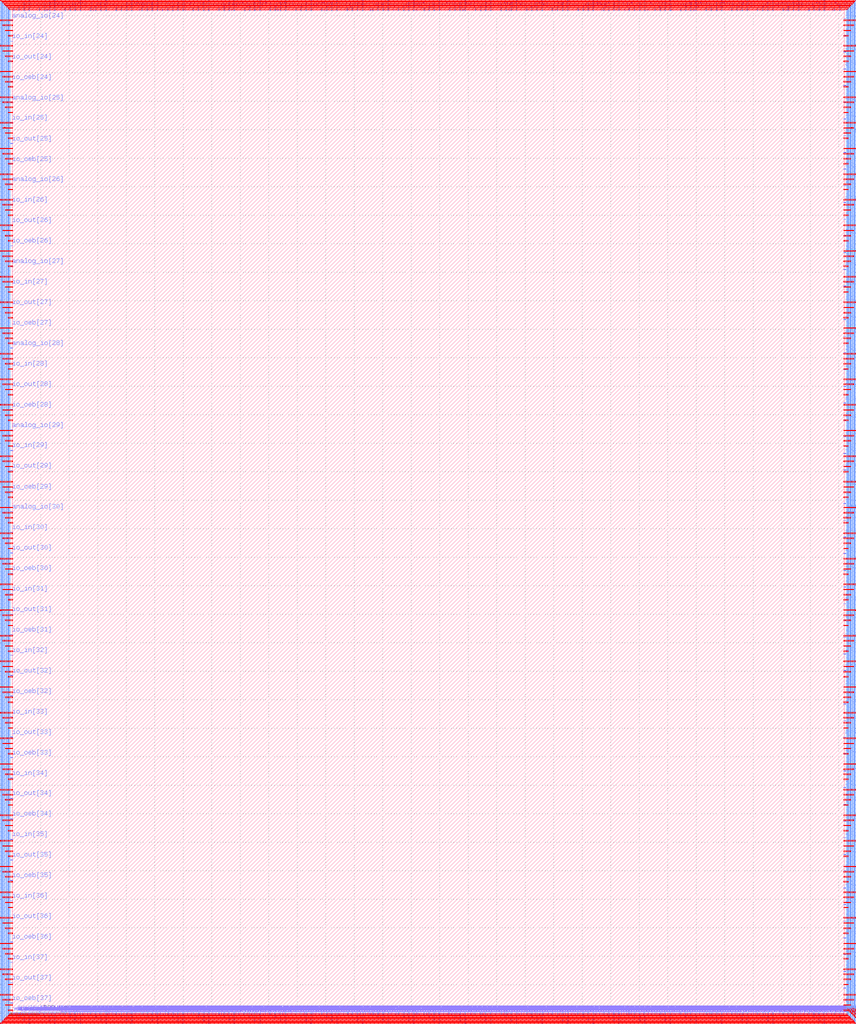
<source format=lef>
VERSION 5.7 ;
  NOWIREEXTENSIONATPIN ON ;
  DIVIDERCHAR "/" ;
  BUSBITCHARS "[]" ;
MACRO user_project_wrapper
  CLASS BLOCK ;
  FOREIGN user_project_wrapper ;
  ORIGIN 0.000 0.000 ;
  SIZE 2920.000 BY 3520.000 ;
  PIN analog_io[0]
    DIRECTION INOUT ;
    PORT
      LAYER met3 ;
        RECT 2917.600 28.980 2924.800 30.180 ;
    END
  END analog_io[0]
  PIN analog_io[10]
    DIRECTION INOUT ;
    PORT
      LAYER met3 ;
        RECT 2917.600 2374.980 2924.800 2376.180 ;
    END
  END analog_io[10]
  PIN analog_io[11]
    DIRECTION INOUT ;
    PORT
      LAYER met3 ;
        RECT 2917.600 2609.580 2924.800 2610.780 ;
    END
  END analog_io[11]
  PIN analog_io[12]
    DIRECTION INOUT ;
    PORT
      LAYER met3 ;
        RECT 2917.600 2844.180 2924.800 2845.380 ;
    END
  END analog_io[12]
  PIN analog_io[13]
    DIRECTION INOUT ;
    PORT
      LAYER met3 ;
        RECT 2917.600 3078.780 2924.800 3079.980 ;
    END
  END analog_io[13]
  PIN analog_io[14]
    DIRECTION INOUT ;
    PORT
      LAYER met3 ;
        RECT 2917.600 3313.380 2924.800 3314.580 ;
    END
  END analog_io[14]
  PIN analog_io[15]
    DIRECTION INOUT ;
    PORT
      LAYER met2 ;
        RECT 2879.090 3517.600 2879.650 3524.800 ;
    END
  END analog_io[15]
  PIN analog_io[16]
    DIRECTION INOUT ;
    PORT
      LAYER met2 ;
        RECT 2554.790 3517.600 2555.350 3524.800 ;
    END
  END analog_io[16]
  PIN analog_io[17]
    DIRECTION INOUT ;
    PORT
      LAYER met2 ;
        RECT 2230.490 3517.600 2231.050 3524.800 ;
    END
  END analog_io[17]
  PIN analog_io[18]
    DIRECTION INOUT ;
    PORT
      LAYER met2 ;
        RECT 1905.730 3517.600 1906.290 3524.800 ;
    END
  END analog_io[18]
  PIN analog_io[19]
    DIRECTION INOUT ;
    PORT
      LAYER met2 ;
        RECT 1581.430 3517.600 1581.990 3524.800 ;
    END
  END analog_io[19]
  PIN analog_io[1]
    DIRECTION INOUT ;
    PORT
      LAYER met3 ;
        RECT 2917.600 263.580 2924.800 264.780 ;
    END
  END analog_io[1]
  PIN analog_io[20]
    DIRECTION INOUT ;
    PORT
      LAYER met2 ;
        RECT 1257.130 3517.600 1257.690 3524.800 ;
    END
  END analog_io[20]
  PIN analog_io[21]
    DIRECTION INOUT ;
    PORT
      LAYER met2 ;
        RECT 932.370 3517.600 932.930 3524.800 ;
    END
  END analog_io[21]
  PIN analog_io[22]
    DIRECTION INOUT ;
    PORT
      LAYER met2 ;
        RECT 608.070 3517.600 608.630 3524.800 ;
    END
  END analog_io[22]
  PIN analog_io[23]
    DIRECTION INOUT ;
    PORT
      LAYER met2 ;
        RECT 283.770 3517.600 284.330 3524.800 ;
    END
  END analog_io[23]
  PIN analog_io[24]
    DIRECTION INOUT ;
    PORT
      LAYER met3 ;
        RECT -4.800 3482.700 2.400 3483.900 ;
    END
  END analog_io[24]
  PIN analog_io[25]
    DIRECTION INOUT ;
    PORT
      LAYER met3 ;
        RECT -4.800 3195.060 2.400 3196.260 ;
    END
  END analog_io[25]
  PIN analog_io[26]
    DIRECTION INOUT ;
    PORT
      LAYER met3 ;
        RECT -4.800 2908.100 2.400 2909.300 ;
    END
  END analog_io[26]
  PIN analog_io[27]
    DIRECTION INOUT ;
    PORT
      LAYER met3 ;
        RECT -4.800 2620.460 2.400 2621.660 ;
    END
  END analog_io[27]
  PIN analog_io[28]
    DIRECTION INOUT ;
    PORT
      LAYER met3 ;
        RECT -4.800 2333.500 2.400 2334.700 ;
    END
  END analog_io[28]
  PIN analog_io[29]
    DIRECTION INOUT ;
    PORT
      LAYER met3 ;
        RECT -4.800 2045.860 2.400 2047.060 ;
    END
  END analog_io[29]
  PIN analog_io[2]
    DIRECTION INOUT ;
    PORT
      LAYER met3 ;
        RECT 2917.600 498.180 2924.800 499.380 ;
    END
  END analog_io[2]
  PIN analog_io[30]
    DIRECTION INOUT ;
    PORT
      LAYER met3 ;
        RECT -4.800 1758.900 2.400 1760.100 ;
    END
  END analog_io[30]
  PIN analog_io[3]
    DIRECTION INOUT ;
    PORT
      LAYER met3 ;
        RECT 2917.600 732.780 2924.800 733.980 ;
    END
  END analog_io[3]
  PIN analog_io[4]
    DIRECTION INOUT ;
    PORT
      LAYER met3 ;
        RECT 2917.600 967.380 2924.800 968.580 ;
    END
  END analog_io[4]
  PIN analog_io[5]
    DIRECTION INOUT ;
    PORT
      LAYER met3 ;
        RECT 2917.600 1201.980 2924.800 1203.180 ;
    END
  END analog_io[5]
  PIN analog_io[6]
    DIRECTION INOUT ;
    PORT
      LAYER met3 ;
        RECT 2917.600 1436.580 2924.800 1437.780 ;
    END
  END analog_io[6]
  PIN analog_io[7]
    DIRECTION INOUT ;
    PORT
      LAYER met3 ;
        RECT 2917.600 1671.180 2924.800 1672.380 ;
    END
  END analog_io[7]
  PIN analog_io[8]
    DIRECTION INOUT ;
    PORT
      LAYER met3 ;
        RECT 2917.600 1905.780 2924.800 1906.980 ;
    END
  END analog_io[8]
  PIN analog_io[9]
    DIRECTION INOUT ;
    PORT
      LAYER met3 ;
        RECT 2917.600 2140.380 2924.800 2141.580 ;
    END
  END analog_io[9]
  PIN io_in[0]
    DIRECTION INPUT ;
    PORT
      LAYER met3 ;
        RECT 2917.600 87.460 2924.800 88.660 ;
    END
  END io_in[0]
  PIN io_in[10]
    DIRECTION INPUT ;
    PORT
      LAYER met3 ;
        RECT 2917.600 2433.460 2924.800 2434.660 ;
    END
  END io_in[10]
  PIN io_in[11]
    DIRECTION INPUT ;
    PORT
      LAYER met3 ;
        RECT 2917.600 2668.740 2924.800 2669.940 ;
    END
  END io_in[11]
  PIN io_in[12]
    DIRECTION INPUT ;
    PORT
      LAYER met3 ;
        RECT 2917.600 2903.340 2924.800 2904.540 ;
    END
  END io_in[12]
  PIN io_in[13]
    DIRECTION INPUT ;
    PORT
      LAYER met3 ;
        RECT 2917.600 3137.940 2924.800 3139.140 ;
    END
  END io_in[13]
  PIN io_in[14]
    DIRECTION INPUT ;
    PORT
      LAYER met3 ;
        RECT 2917.600 3372.540 2924.800 3373.740 ;
    END
  END io_in[14]
  PIN io_in[15]
    DIRECTION INPUT ;
    PORT
      LAYER met2 ;
        RECT 2798.130 3517.600 2798.690 3524.800 ;
    END
  END io_in[15]
  PIN io_in[16]
    DIRECTION INPUT ;
    PORT
      LAYER met2 ;
        RECT 2473.830 3517.600 2474.390 3524.800 ;
    END
  END io_in[16]
  PIN io_in[17]
    DIRECTION INPUT ;
    PORT
      LAYER met2 ;
        RECT 2149.070 3517.600 2149.630 3524.800 ;
    END
  END io_in[17]
  PIN io_in[18]
    DIRECTION INPUT ;
    PORT
      LAYER met2 ;
        RECT 1824.770 3517.600 1825.330 3524.800 ;
    END
  END io_in[18]
  PIN io_in[19]
    DIRECTION INPUT ;
    PORT
      LAYER met2 ;
        RECT 1500.470 3517.600 1501.030 3524.800 ;
    END
  END io_in[19]
  PIN io_in[1]
    DIRECTION INPUT ;
    PORT
      LAYER met3 ;
        RECT 2917.600 322.060 2924.800 323.260 ;
    END
  END io_in[1]
  PIN io_in[20]
    DIRECTION INPUT ;
    PORT
      LAYER met2 ;
        RECT 1175.710 3517.600 1176.270 3524.800 ;
    END
  END io_in[20]
  PIN io_in[21]
    DIRECTION INPUT ;
    PORT
      LAYER met2 ;
        RECT 851.410 3517.600 851.970 3524.800 ;
    END
  END io_in[21]
  PIN io_in[22]
    DIRECTION INPUT ;
    PORT
      LAYER met2 ;
        RECT 527.110 3517.600 527.670 3524.800 ;
    END
  END io_in[22]
  PIN io_in[23]
    DIRECTION INPUT ;
    PORT
      LAYER met2 ;
        RECT 202.350 3517.600 202.910 3524.800 ;
    END
  END io_in[23]
  PIN io_in[24]
    DIRECTION INPUT ;
    PORT
      LAYER met3 ;
        RECT -4.800 3410.620 2.400 3411.820 ;
    END
  END io_in[24]
  PIN io_in[25]
    DIRECTION INPUT ;
    PORT
      LAYER met3 ;
        RECT -4.800 3123.660 2.400 3124.860 ;
    END
  END io_in[25]
  PIN io_in[26]
    DIRECTION INPUT ;
    PORT
      LAYER met3 ;
        RECT -4.800 2836.020 2.400 2837.220 ;
    END
  END io_in[26]
  PIN io_in[27]
    DIRECTION INPUT ;
    PORT
      LAYER met3 ;
        RECT -4.800 2549.060 2.400 2550.260 ;
    END
  END io_in[27]
  PIN io_in[28]
    DIRECTION INPUT ;
    PORT
      LAYER met3 ;
        RECT -4.800 2261.420 2.400 2262.620 ;
    END
  END io_in[28]
  PIN io_in[29]
    DIRECTION INPUT ;
    PORT
      LAYER met3 ;
        RECT -4.800 1974.460 2.400 1975.660 ;
    END
  END io_in[29]
  PIN io_in[2]
    DIRECTION INPUT ;
    PORT
      LAYER met3 ;
        RECT 2917.600 556.660 2924.800 557.860 ;
    END
  END io_in[2]
  PIN io_in[30]
    DIRECTION INPUT ;
    PORT
      LAYER met3 ;
        RECT -4.800 1686.820 2.400 1688.020 ;
    END
  END io_in[30]
  PIN io_in[31]
    DIRECTION INPUT ;
    PORT
      LAYER met3 ;
        RECT -4.800 1471.260 2.400 1472.460 ;
    END
  END io_in[31]
  PIN io_in[32]
    DIRECTION INPUT ;
    PORT
      LAYER met3 ;
        RECT -4.800 1255.700 2.400 1256.900 ;
    END
  END io_in[32]
  PIN io_in[33]
    DIRECTION INPUT ;
    PORT
      LAYER met3 ;
        RECT -4.800 1040.140 2.400 1041.340 ;
    END
  END io_in[33]
  PIN io_in[34]
    DIRECTION INPUT ;
    PORT
      LAYER met3 ;
        RECT -4.800 824.580 2.400 825.780 ;
    END
  END io_in[34]
  PIN io_in[35]
    DIRECTION INPUT ;
    PORT
      LAYER met3 ;
        RECT -4.800 609.700 2.400 610.900 ;
    END
  END io_in[35]
  PIN io_in[36]
    DIRECTION INPUT ;
    PORT
      LAYER met3 ;
        RECT -4.800 394.140 2.400 395.340 ;
    END
  END io_in[36]
  PIN io_in[37]
    DIRECTION INPUT ;
    PORT
      LAYER met3 ;
        RECT -4.800 178.580 2.400 179.780 ;
    END
  END io_in[37]
  PIN io_in[3]
    DIRECTION INPUT ;
    PORT
      LAYER met3 ;
        RECT 2917.600 791.260 2924.800 792.460 ;
    END
  END io_in[3]
  PIN io_in[4]
    DIRECTION INPUT ;
    PORT
      LAYER met3 ;
        RECT 2917.600 1025.860 2924.800 1027.060 ;
    END
  END io_in[4]
  PIN io_in[5]
    DIRECTION INPUT ;
    PORT
      LAYER met3 ;
        RECT 2917.600 1260.460 2924.800 1261.660 ;
    END
  END io_in[5]
  PIN io_in[6]
    DIRECTION INPUT ;
    PORT
      LAYER met3 ;
        RECT 2917.600 1495.060 2924.800 1496.260 ;
    END
  END io_in[6]
  PIN io_in[7]
    DIRECTION INPUT ;
    PORT
      LAYER met3 ;
        RECT 2917.600 1729.660 2924.800 1730.860 ;
    END
  END io_in[7]
  PIN io_in[8]
    DIRECTION INPUT ;
    PORT
      LAYER met3 ;
        RECT 2917.600 1964.260 2924.800 1965.460 ;
    END
  END io_in[8]
  PIN io_in[9]
    DIRECTION INPUT ;
    PORT
      LAYER met3 ;
        RECT 2917.600 2198.860 2924.800 2200.060 ;
    END
  END io_in[9]
  PIN io_oeb[0]
    DIRECTION OUTPUT TRISTATE ;
    PORT
      LAYER met3 ;
        RECT 2917.600 204.420 2924.800 205.620 ;
    END
  END io_oeb[0]
  PIN io_oeb[10]
    DIRECTION OUTPUT TRISTATE ;
    PORT
      LAYER met3 ;
        RECT 2917.600 2551.100 2924.800 2552.300 ;
    END
  END io_oeb[10]
  PIN io_oeb[11]
    DIRECTION OUTPUT TRISTATE ;
    PORT
      LAYER met3 ;
        RECT 2917.600 2785.700 2924.800 2786.900 ;
    END
  END io_oeb[11]
  PIN io_oeb[12]
    DIRECTION OUTPUT TRISTATE ;
    PORT
      LAYER met3 ;
        RECT 2917.600 3020.300 2924.800 3021.500 ;
    END
  END io_oeb[12]
  PIN io_oeb[13]
    DIRECTION OUTPUT TRISTATE ;
    PORT
      LAYER met3 ;
        RECT 2917.600 3254.900 2924.800 3256.100 ;
    END
  END io_oeb[13]
  PIN io_oeb[14]
    DIRECTION OUTPUT TRISTATE ;
    PORT
      LAYER met3 ;
        RECT 2917.600 3489.500 2924.800 3490.700 ;
    END
  END io_oeb[14]
  PIN io_oeb[15]
    DIRECTION OUTPUT TRISTATE ;
    PORT
      LAYER met2 ;
        RECT 2635.750 3517.600 2636.310 3524.800 ;
    END
  END io_oeb[15]
  PIN io_oeb[16]
    DIRECTION OUTPUT TRISTATE ;
    PORT
      LAYER met2 ;
        RECT 2311.450 3517.600 2312.010 3524.800 ;
    END
  END io_oeb[16]
  PIN io_oeb[17]
    DIRECTION OUTPUT TRISTATE ;
    PORT
      LAYER met2 ;
        RECT 1987.150 3517.600 1987.710 3524.800 ;
    END
  END io_oeb[17]
  PIN io_oeb[18]
    DIRECTION OUTPUT TRISTATE ;
    PORT
      LAYER met2 ;
        RECT 1662.390 3517.600 1662.950 3524.800 ;
    END
  END io_oeb[18]
  PIN io_oeb[19]
    DIRECTION OUTPUT TRISTATE ;
    PORT
      LAYER met2 ;
        RECT 1338.090 3517.600 1338.650 3524.800 ;
    END
  END io_oeb[19]
  PIN io_oeb[1]
    DIRECTION OUTPUT TRISTATE ;
    PORT
      LAYER met3 ;
        RECT 2917.600 439.020 2924.800 440.220 ;
    END
  END io_oeb[1]
  PIN io_oeb[20]
    DIRECTION OUTPUT TRISTATE ;
    PORT
      LAYER met2 ;
        RECT 1013.790 3517.600 1014.350 3524.800 ;
    END
  END io_oeb[20]
  PIN io_oeb[21]
    DIRECTION OUTPUT TRISTATE ;
    PORT
      LAYER met2 ;
        RECT 689.030 3517.600 689.590 3524.800 ;
    END
  END io_oeb[21]
  PIN io_oeb[22]
    DIRECTION OUTPUT TRISTATE ;
    PORT
      LAYER met2 ;
        RECT 364.730 3517.600 365.290 3524.800 ;
    END
  END io_oeb[22]
  PIN io_oeb[23]
    DIRECTION OUTPUT TRISTATE ;
    PORT
      LAYER met2 ;
        RECT 40.430 3517.600 40.990 3524.800 ;
    END
  END io_oeb[23]
  PIN io_oeb[24]
    DIRECTION OUTPUT TRISTATE ;
    PORT
      LAYER met3 ;
        RECT -4.800 3267.140 2.400 3268.340 ;
    END
  END io_oeb[24]
  PIN io_oeb[25]
    DIRECTION OUTPUT TRISTATE ;
    PORT
      LAYER met3 ;
        RECT -4.800 2979.500 2.400 2980.700 ;
    END
  END io_oeb[25]
  PIN io_oeb[26]
    DIRECTION OUTPUT TRISTATE ;
    PORT
      LAYER met3 ;
        RECT -4.800 2692.540 2.400 2693.740 ;
    END
  END io_oeb[26]
  PIN io_oeb[27]
    DIRECTION OUTPUT TRISTATE ;
    PORT
      LAYER met3 ;
        RECT -4.800 2404.900 2.400 2406.100 ;
    END
  END io_oeb[27]
  PIN io_oeb[28]
    DIRECTION OUTPUT TRISTATE ;
    PORT
      LAYER met3 ;
        RECT -4.800 2117.940 2.400 2119.140 ;
    END
  END io_oeb[28]
  PIN io_oeb[29]
    DIRECTION OUTPUT TRISTATE ;
    PORT
      LAYER met3 ;
        RECT -4.800 1830.300 2.400 1831.500 ;
    END
  END io_oeb[29]
  PIN io_oeb[2]
    DIRECTION OUTPUT TRISTATE ;
    PORT
      LAYER met3 ;
        RECT 2917.600 673.620 2924.800 674.820 ;
    END
  END io_oeb[2]
  PIN io_oeb[30]
    DIRECTION OUTPUT TRISTATE ;
    PORT
      LAYER met3 ;
        RECT -4.800 1543.340 2.400 1544.540 ;
    END
  END io_oeb[30]
  PIN io_oeb[31]
    DIRECTION OUTPUT TRISTATE ;
    PORT
      LAYER met3 ;
        RECT -4.800 1327.780 2.400 1328.980 ;
    END
  END io_oeb[31]
  PIN io_oeb[32]
    DIRECTION OUTPUT TRISTATE ;
    PORT
      LAYER met3 ;
        RECT -4.800 1112.220 2.400 1113.420 ;
    END
  END io_oeb[32]
  PIN io_oeb[33]
    DIRECTION OUTPUT TRISTATE ;
    PORT
      LAYER met3 ;
        RECT -4.800 896.660 2.400 897.860 ;
    END
  END io_oeb[33]
  PIN io_oeb[34]
    DIRECTION OUTPUT TRISTATE ;
    PORT
      LAYER met3 ;
        RECT -4.800 681.100 2.400 682.300 ;
    END
  END io_oeb[34]
  PIN io_oeb[35]
    DIRECTION OUTPUT TRISTATE ;
    PORT
      LAYER met3 ;
        RECT -4.800 465.540 2.400 466.740 ;
    END
  END io_oeb[35]
  PIN io_oeb[36]
    DIRECTION OUTPUT TRISTATE ;
    PORT
      LAYER met3 ;
        RECT -4.800 249.980 2.400 251.180 ;
    END
  END io_oeb[36]
  PIN io_oeb[37]
    DIRECTION OUTPUT TRISTATE ;
    PORT
      LAYER met3 ;
        RECT -4.800 35.100 2.400 36.300 ;
    END
  END io_oeb[37]
  PIN io_oeb[3]
    DIRECTION OUTPUT TRISTATE ;
    PORT
      LAYER met3 ;
        RECT 2917.600 908.900 2924.800 910.100 ;
    END
  END io_oeb[3]
  PIN io_oeb[4]
    DIRECTION OUTPUT TRISTATE ;
    PORT
      LAYER met3 ;
        RECT 2917.600 1143.500 2924.800 1144.700 ;
    END
  END io_oeb[4]
  PIN io_oeb[5]
    DIRECTION OUTPUT TRISTATE ;
    PORT
      LAYER met3 ;
        RECT 2917.600 1378.100 2924.800 1379.300 ;
    END
  END io_oeb[5]
  PIN io_oeb[6]
    DIRECTION OUTPUT TRISTATE ;
    PORT
      LAYER met3 ;
        RECT 2917.600 1612.700 2924.800 1613.900 ;
    END
  END io_oeb[6]
  PIN io_oeb[7]
    DIRECTION OUTPUT TRISTATE ;
    PORT
      LAYER met3 ;
        RECT 2917.600 1847.300 2924.800 1848.500 ;
    END
  END io_oeb[7]
  PIN io_oeb[8]
    DIRECTION OUTPUT TRISTATE ;
    PORT
      LAYER met3 ;
        RECT 2917.600 2081.900 2924.800 2083.100 ;
    END
  END io_oeb[8]
  PIN io_oeb[9]
    DIRECTION OUTPUT TRISTATE ;
    PORT
      LAYER met3 ;
        RECT 2917.600 2316.500 2924.800 2317.700 ;
    END
  END io_oeb[9]
  PIN io_out[0]
    DIRECTION OUTPUT TRISTATE ;
    PORT
      LAYER met3 ;
        RECT 2917.600 145.940 2924.800 147.140 ;
    END
  END io_out[0]
  PIN io_out[10]
    DIRECTION OUTPUT TRISTATE ;
    PORT
      LAYER met3 ;
        RECT 2917.600 2492.620 2924.800 2493.820 ;
    END
  END io_out[10]
  PIN io_out[11]
    DIRECTION OUTPUT TRISTATE ;
    PORT
      LAYER met3 ;
        RECT 2917.600 2727.220 2924.800 2728.420 ;
    END
  END io_out[11]
  PIN io_out[12]
    DIRECTION OUTPUT TRISTATE ;
    PORT
      LAYER met3 ;
        RECT 2917.600 2961.820 2924.800 2963.020 ;
    END
  END io_out[12]
  PIN io_out[13]
    DIRECTION OUTPUT TRISTATE ;
    PORT
      LAYER met3 ;
        RECT 2917.600 3196.420 2924.800 3197.620 ;
    END
  END io_out[13]
  PIN io_out[14]
    DIRECTION OUTPUT TRISTATE ;
    PORT
      LAYER met3 ;
        RECT 2917.600 3431.020 2924.800 3432.220 ;
    END
  END io_out[14]
  PIN io_out[15]
    DIRECTION OUTPUT TRISTATE ;
    PORT
      LAYER met2 ;
        RECT 2717.170 3517.600 2717.730 3524.800 ;
    END
  END io_out[15]
  PIN io_out[16]
    DIRECTION OUTPUT TRISTATE ;
    PORT
      LAYER met2 ;
        RECT 2392.410 3517.600 2392.970 3524.800 ;
    END
  END io_out[16]
  PIN io_out[17]
    DIRECTION OUTPUT TRISTATE ;
    PORT
      LAYER met2 ;
        RECT 2068.110 3517.600 2068.670 3524.800 ;
    END
  END io_out[17]
  PIN io_out[18]
    DIRECTION OUTPUT TRISTATE ;
    PORT
      LAYER met2 ;
        RECT 1743.810 3517.600 1744.370 3524.800 ;
    END
  END io_out[18]
  PIN io_out[19]
    DIRECTION OUTPUT TRISTATE ;
    PORT
      LAYER met2 ;
        RECT 1419.050 3517.600 1419.610 3524.800 ;
    END
  END io_out[19]
  PIN io_out[1]
    DIRECTION OUTPUT TRISTATE ;
    PORT
      LAYER met3 ;
        RECT 2917.600 380.540 2924.800 381.740 ;
    END
  END io_out[1]
  PIN io_out[20]
    DIRECTION OUTPUT TRISTATE ;
    PORT
      LAYER met2 ;
        RECT 1094.750 3517.600 1095.310 3524.800 ;
    END
  END io_out[20]
  PIN io_out[21]
    DIRECTION OUTPUT TRISTATE ;
    PORT
      LAYER met2 ;
        RECT 770.450 3517.600 771.010 3524.800 ;
    END
  END io_out[21]
  PIN io_out[22]
    DIRECTION OUTPUT TRISTATE ;
    PORT
      LAYER met2 ;
        RECT 445.690 3517.600 446.250 3524.800 ;
    END
  END io_out[22]
  PIN io_out[23]
    DIRECTION OUTPUT TRISTATE ;
    PORT
      LAYER met2 ;
        RECT 121.390 3517.600 121.950 3524.800 ;
    END
  END io_out[23]
  PIN io_out[24]
    DIRECTION OUTPUT TRISTATE ;
    PORT
      LAYER met3 ;
        RECT -4.800 3339.220 2.400 3340.420 ;
    END
  END io_out[24]
  PIN io_out[25]
    DIRECTION OUTPUT TRISTATE ;
    PORT
      LAYER met3 ;
        RECT -4.800 3051.580 2.400 3052.780 ;
    END
  END io_out[25]
  PIN io_out[26]
    DIRECTION OUTPUT TRISTATE ;
    PORT
      LAYER met3 ;
        RECT -4.800 2764.620 2.400 2765.820 ;
    END
  END io_out[26]
  PIN io_out[27]
    DIRECTION OUTPUT TRISTATE ;
    PORT
      LAYER met3 ;
        RECT -4.800 2476.980 2.400 2478.180 ;
    END
  END io_out[27]
  PIN io_out[28]
    DIRECTION OUTPUT TRISTATE ;
    PORT
      LAYER met3 ;
        RECT -4.800 2189.340 2.400 2190.540 ;
    END
  END io_out[28]
  PIN io_out[29]
    DIRECTION OUTPUT TRISTATE ;
    PORT
      LAYER met3 ;
        RECT -4.800 1902.380 2.400 1903.580 ;
    END
  END io_out[29]
  PIN io_out[2]
    DIRECTION OUTPUT TRISTATE ;
    PORT
      LAYER met3 ;
        RECT 2917.600 615.140 2924.800 616.340 ;
    END
  END io_out[2]
  PIN io_out[30]
    DIRECTION OUTPUT TRISTATE ;
    PORT
      LAYER met3 ;
        RECT -4.800 1614.740 2.400 1615.940 ;
    END
  END io_out[30]
  PIN io_out[31]
    DIRECTION OUTPUT TRISTATE ;
    PORT
      LAYER met3 ;
        RECT -4.800 1399.860 2.400 1401.060 ;
    END
  END io_out[31]
  PIN io_out[32]
    DIRECTION OUTPUT TRISTATE ;
    PORT
      LAYER met3 ;
        RECT -4.800 1184.300 2.400 1185.500 ;
    END
  END io_out[32]
  PIN io_out[33]
    DIRECTION OUTPUT TRISTATE ;
    PORT
      LAYER met3 ;
        RECT -4.800 968.740 2.400 969.940 ;
    END
  END io_out[33]
  PIN io_out[34]
    DIRECTION OUTPUT TRISTATE ;
    PORT
      LAYER met3 ;
        RECT -4.800 753.180 2.400 754.380 ;
    END
  END io_out[34]
  PIN io_out[35]
    DIRECTION OUTPUT TRISTATE ;
    PORT
      LAYER met3 ;
        RECT -4.800 537.620 2.400 538.820 ;
    END
  END io_out[35]
  PIN io_out[36]
    DIRECTION OUTPUT TRISTATE ;
    PORT
      LAYER met3 ;
        RECT -4.800 322.060 2.400 323.260 ;
    END
  END io_out[36]
  PIN io_out[37]
    DIRECTION OUTPUT TRISTATE ;
    PORT
      LAYER met3 ;
        RECT -4.800 106.500 2.400 107.700 ;
    END
  END io_out[37]
  PIN io_out[3]
    DIRECTION OUTPUT TRISTATE ;
    PORT
      LAYER met3 ;
        RECT 2917.600 849.740 2924.800 850.940 ;
    END
  END io_out[3]
  PIN io_out[4]
    DIRECTION OUTPUT TRISTATE ;
    PORT
      LAYER met3 ;
        RECT 2917.600 1084.340 2924.800 1085.540 ;
    END
  END io_out[4]
  PIN io_out[5]
    DIRECTION OUTPUT TRISTATE ;
    PORT
      LAYER met3 ;
        RECT 2917.600 1318.940 2924.800 1320.140 ;
    END
  END io_out[5]
  PIN io_out[6]
    DIRECTION OUTPUT TRISTATE ;
    PORT
      LAYER met3 ;
        RECT 2917.600 1553.540 2924.800 1554.740 ;
    END
  END io_out[6]
  PIN io_out[7]
    DIRECTION OUTPUT TRISTATE ;
    PORT
      LAYER met3 ;
        RECT 2917.600 1788.820 2924.800 1790.020 ;
    END
  END io_out[7]
  PIN io_out[8]
    DIRECTION OUTPUT TRISTATE ;
    PORT
      LAYER met3 ;
        RECT 2917.600 2023.420 2924.800 2024.620 ;
    END
  END io_out[8]
  PIN io_out[9]
    DIRECTION OUTPUT TRISTATE ;
    PORT
      LAYER met3 ;
        RECT 2917.600 2258.020 2924.800 2259.220 ;
    END
  END io_out[9]
  PIN la_data_in[0]
    DIRECTION INPUT ;
    PORT
      LAYER met2 ;
        RECT 632.910 -4.800 633.470 2.400 ;
    END
  END la_data_in[0]
  PIN la_data_in[100]
    DIRECTION INPUT ;
    PORT
      LAYER met2 ;
        RECT 2417.250 -4.800 2417.810 2.400 ;
    END
  END la_data_in[100]
  PIN la_data_in[101]
    DIRECTION INPUT ;
    PORT
      LAYER met2 ;
        RECT 2434.730 -4.800 2435.290 2.400 ;
    END
  END la_data_in[101]
  PIN la_data_in[102]
    DIRECTION INPUT ;
    PORT
      LAYER met2 ;
        RECT 2452.670 -4.800 2453.230 2.400 ;
    END
  END la_data_in[102]
  PIN la_data_in[103]
    DIRECTION INPUT ;
    PORT
      LAYER met2 ;
        RECT 2470.610 -4.800 2471.170 2.400 ;
    END
  END la_data_in[103]
  PIN la_data_in[104]
    DIRECTION INPUT ;
    PORT
      LAYER met2 ;
        RECT 2488.550 -4.800 2489.110 2.400 ;
    END
  END la_data_in[104]
  PIN la_data_in[105]
    DIRECTION INPUT ;
    PORT
      LAYER met2 ;
        RECT 2506.030 -4.800 2506.590 2.400 ;
    END
  END la_data_in[105]
  PIN la_data_in[106]
    DIRECTION INPUT ;
    PORT
      LAYER met2 ;
        RECT 2523.970 -4.800 2524.530 2.400 ;
    END
  END la_data_in[106]
  PIN la_data_in[107]
    DIRECTION INPUT ;
    PORT
      LAYER met2 ;
        RECT 2541.910 -4.800 2542.470 2.400 ;
    END
  END la_data_in[107]
  PIN la_data_in[108]
    DIRECTION INPUT ;
    PORT
      LAYER met2 ;
        RECT 2559.850 -4.800 2560.410 2.400 ;
    END
  END la_data_in[108]
  PIN la_data_in[109]
    DIRECTION INPUT ;
    PORT
      LAYER met2 ;
        RECT 2577.790 -4.800 2578.350 2.400 ;
    END
  END la_data_in[109]
  PIN la_data_in[10]
    DIRECTION INPUT ;
    PORT
      LAYER met2 ;
        RECT 811.390 -4.800 811.950 2.400 ;
    END
  END la_data_in[10]
  PIN la_data_in[110]
    DIRECTION INPUT ;
    PORT
      LAYER met2 ;
        RECT 2595.270 -4.800 2595.830 2.400 ;
    END
  END la_data_in[110]
  PIN la_data_in[111]
    DIRECTION INPUT ;
    PORT
      LAYER met2 ;
        RECT 2613.210 -4.800 2613.770 2.400 ;
    END
  END la_data_in[111]
  PIN la_data_in[112]
    DIRECTION INPUT ;
    PORT
      LAYER met2 ;
        RECT 2631.150 -4.800 2631.710 2.400 ;
    END
  END la_data_in[112]
  PIN la_data_in[113]
    DIRECTION INPUT ;
    PORT
      LAYER met2 ;
        RECT 2649.090 -4.800 2649.650 2.400 ;
    END
  END la_data_in[113]
  PIN la_data_in[114]
    DIRECTION INPUT ;
    PORT
      LAYER met2 ;
        RECT 2667.030 -4.800 2667.590 2.400 ;
    END
  END la_data_in[114]
  PIN la_data_in[115]
    DIRECTION INPUT ;
    PORT
      LAYER met2 ;
        RECT 2684.510 -4.800 2685.070 2.400 ;
    END
  END la_data_in[115]
  PIN la_data_in[116]
    DIRECTION INPUT ;
    PORT
      LAYER met2 ;
        RECT 2702.450 -4.800 2703.010 2.400 ;
    END
  END la_data_in[116]
  PIN la_data_in[117]
    DIRECTION INPUT ;
    PORT
      LAYER met2 ;
        RECT 2720.390 -4.800 2720.950 2.400 ;
    END
  END la_data_in[117]
  PIN la_data_in[118]
    DIRECTION INPUT ;
    PORT
      LAYER met2 ;
        RECT 2738.330 -4.800 2738.890 2.400 ;
    END
  END la_data_in[118]
  PIN la_data_in[119]
    DIRECTION INPUT ;
    PORT
      LAYER met2 ;
        RECT 2755.810 -4.800 2756.370 2.400 ;
    END
  END la_data_in[119]
  PIN la_data_in[11]
    DIRECTION INPUT ;
    PORT
      LAYER met2 ;
        RECT 829.330 -4.800 829.890 2.400 ;
    END
  END la_data_in[11]
  PIN la_data_in[120]
    DIRECTION INPUT ;
    PORT
      LAYER met2 ;
        RECT 2773.750 -4.800 2774.310 2.400 ;
    END
  END la_data_in[120]
  PIN la_data_in[121]
    DIRECTION INPUT ;
    PORT
      LAYER met2 ;
        RECT 2791.690 -4.800 2792.250 2.400 ;
    END
  END la_data_in[121]
  PIN la_data_in[122]
    DIRECTION INPUT ;
    PORT
      LAYER met2 ;
        RECT 2809.630 -4.800 2810.190 2.400 ;
    END
  END la_data_in[122]
  PIN la_data_in[123]
    DIRECTION INPUT ;
    PORT
      LAYER met2 ;
        RECT 2827.570 -4.800 2828.130 2.400 ;
    END
  END la_data_in[123]
  PIN la_data_in[124]
    DIRECTION INPUT ;
    PORT
      LAYER met2 ;
        RECT 2845.050 -4.800 2845.610 2.400 ;
    END
  END la_data_in[124]
  PIN la_data_in[125]
    DIRECTION INPUT ;
    PORT
      LAYER met2 ;
        RECT 2862.990 -4.800 2863.550 2.400 ;
    END
  END la_data_in[125]
  PIN la_data_in[126]
    DIRECTION INPUT ;
    PORT
      LAYER met2 ;
        RECT 2880.930 -4.800 2881.490 2.400 ;
    END
  END la_data_in[126]
  PIN la_data_in[127]
    DIRECTION INPUT ;
    PORT
      LAYER met2 ;
        RECT 2898.870 -4.800 2899.430 2.400 ;
    END
  END la_data_in[127]
  PIN la_data_in[12]
    DIRECTION INPUT ;
    PORT
      LAYER met2 ;
        RECT 846.810 -4.800 847.370 2.400 ;
    END
  END la_data_in[12]
  PIN la_data_in[13]
    DIRECTION INPUT ;
    PORT
      LAYER met2 ;
        RECT 864.750 -4.800 865.310 2.400 ;
    END
  END la_data_in[13]
  PIN la_data_in[14]
    DIRECTION INPUT ;
    PORT
      LAYER met2 ;
        RECT 882.690 -4.800 883.250 2.400 ;
    END
  END la_data_in[14]
  PIN la_data_in[15]
    DIRECTION INPUT ;
    PORT
      LAYER met2 ;
        RECT 900.630 -4.800 901.190 2.400 ;
    END
  END la_data_in[15]
  PIN la_data_in[16]
    DIRECTION INPUT ;
    PORT
      LAYER met2 ;
        RECT 918.570 -4.800 919.130 2.400 ;
    END
  END la_data_in[16]
  PIN la_data_in[17]
    DIRECTION INPUT ;
    PORT
      LAYER met2 ;
        RECT 936.050 -4.800 936.610 2.400 ;
    END
  END la_data_in[17]
  PIN la_data_in[18]
    DIRECTION INPUT ;
    PORT
      LAYER met2 ;
        RECT 953.990 -4.800 954.550 2.400 ;
    END
  END la_data_in[18]
  PIN la_data_in[19]
    DIRECTION INPUT ;
    PORT
      LAYER met2 ;
        RECT 971.930 -4.800 972.490 2.400 ;
    END
  END la_data_in[19]
  PIN la_data_in[1]
    DIRECTION INPUT ;
    PORT
      LAYER met2 ;
        RECT 650.850 -4.800 651.410 2.400 ;
    END
  END la_data_in[1]
  PIN la_data_in[20]
    DIRECTION INPUT ;
    PORT
      LAYER met2 ;
        RECT 989.870 -4.800 990.430 2.400 ;
    END
  END la_data_in[20]
  PIN la_data_in[21]
    DIRECTION INPUT ;
    PORT
      LAYER met2 ;
        RECT 1007.350 -4.800 1007.910 2.400 ;
    END
  END la_data_in[21]
  PIN la_data_in[22]
    DIRECTION INPUT ;
    PORT
      LAYER met2 ;
        RECT 1025.290 -4.800 1025.850 2.400 ;
    END
  END la_data_in[22]
  PIN la_data_in[23]
    DIRECTION INPUT ;
    PORT
      LAYER met2 ;
        RECT 1043.230 -4.800 1043.790 2.400 ;
    END
  END la_data_in[23]
  PIN la_data_in[24]
    DIRECTION INPUT ;
    PORT
      LAYER met2 ;
        RECT 1061.170 -4.800 1061.730 2.400 ;
    END
  END la_data_in[24]
  PIN la_data_in[25]
    DIRECTION INPUT ;
    PORT
      LAYER met2 ;
        RECT 1079.110 -4.800 1079.670 2.400 ;
    END
  END la_data_in[25]
  PIN la_data_in[26]
    DIRECTION INPUT ;
    PORT
      LAYER met2 ;
        RECT 1096.590 -4.800 1097.150 2.400 ;
    END
  END la_data_in[26]
  PIN la_data_in[27]
    DIRECTION INPUT ;
    PORT
      LAYER met2 ;
        RECT 1114.530 -4.800 1115.090 2.400 ;
    END
  END la_data_in[27]
  PIN la_data_in[28]
    DIRECTION INPUT ;
    PORT
      LAYER met2 ;
        RECT 1132.470 -4.800 1133.030 2.400 ;
    END
  END la_data_in[28]
  PIN la_data_in[29]
    DIRECTION INPUT ;
    PORT
      LAYER met2 ;
        RECT 1150.410 -4.800 1150.970 2.400 ;
    END
  END la_data_in[29]
  PIN la_data_in[2]
    DIRECTION INPUT ;
    PORT
      LAYER met2 ;
        RECT 668.790 -4.800 669.350 2.400 ;
    END
  END la_data_in[2]
  PIN la_data_in[30]
    DIRECTION INPUT ;
    PORT
      LAYER met2 ;
        RECT 1168.350 -4.800 1168.910 2.400 ;
    END
  END la_data_in[30]
  PIN la_data_in[31]
    DIRECTION INPUT ;
    PORT
      LAYER met2 ;
        RECT 1185.830 -4.800 1186.390 2.400 ;
    END
  END la_data_in[31]
  PIN la_data_in[32]
    DIRECTION INPUT ;
    PORT
      LAYER met2 ;
        RECT 1203.770 -4.800 1204.330 2.400 ;
    END
  END la_data_in[32]
  PIN la_data_in[33]
    DIRECTION INPUT ;
    PORT
      LAYER met2 ;
        RECT 1221.710 -4.800 1222.270 2.400 ;
    END
  END la_data_in[33]
  PIN la_data_in[34]
    DIRECTION INPUT ;
    PORT
      LAYER met2 ;
        RECT 1239.650 -4.800 1240.210 2.400 ;
    END
  END la_data_in[34]
  PIN la_data_in[35]
    DIRECTION INPUT ;
    PORT
      LAYER met2 ;
        RECT 1257.130 -4.800 1257.690 2.400 ;
    END
  END la_data_in[35]
  PIN la_data_in[36]
    DIRECTION INPUT ;
    PORT
      LAYER met2 ;
        RECT 1275.070 -4.800 1275.630 2.400 ;
    END
  END la_data_in[36]
  PIN la_data_in[37]
    DIRECTION INPUT ;
    PORT
      LAYER met2 ;
        RECT 1293.010 -4.800 1293.570 2.400 ;
    END
  END la_data_in[37]
  PIN la_data_in[38]
    DIRECTION INPUT ;
    PORT
      LAYER met2 ;
        RECT 1310.950 -4.800 1311.510 2.400 ;
    END
  END la_data_in[38]
  PIN la_data_in[39]
    DIRECTION INPUT ;
    PORT
      LAYER met2 ;
        RECT 1328.890 -4.800 1329.450 2.400 ;
    END
  END la_data_in[39]
  PIN la_data_in[3]
    DIRECTION INPUT ;
    PORT
      LAYER met2 ;
        RECT 686.270 -4.800 686.830 2.400 ;
    END
  END la_data_in[3]
  PIN la_data_in[40]
    DIRECTION INPUT ;
    PORT
      LAYER met2 ;
        RECT 1346.370 -4.800 1346.930 2.400 ;
    END
  END la_data_in[40]
  PIN la_data_in[41]
    DIRECTION INPUT ;
    PORT
      LAYER met2 ;
        RECT 1364.310 -4.800 1364.870 2.400 ;
    END
  END la_data_in[41]
  PIN la_data_in[42]
    DIRECTION INPUT ;
    PORT
      LAYER met2 ;
        RECT 1382.250 -4.800 1382.810 2.400 ;
    END
  END la_data_in[42]
  PIN la_data_in[43]
    DIRECTION INPUT ;
    PORT
      LAYER met2 ;
        RECT 1400.190 -4.800 1400.750 2.400 ;
    END
  END la_data_in[43]
  PIN la_data_in[44]
    DIRECTION INPUT ;
    PORT
      LAYER met2 ;
        RECT 1418.130 -4.800 1418.690 2.400 ;
    END
  END la_data_in[44]
  PIN la_data_in[45]
    DIRECTION INPUT ;
    PORT
      LAYER met2 ;
        RECT 1435.610 -4.800 1436.170 2.400 ;
    END
  END la_data_in[45]
  PIN la_data_in[46]
    DIRECTION INPUT ;
    PORT
      LAYER met2 ;
        RECT 1453.550 -4.800 1454.110 2.400 ;
    END
  END la_data_in[46]
  PIN la_data_in[47]
    DIRECTION INPUT ;
    PORT
      LAYER met2 ;
        RECT 1471.490 -4.800 1472.050 2.400 ;
    END
  END la_data_in[47]
  PIN la_data_in[48]
    DIRECTION INPUT ;
    PORT
      LAYER met2 ;
        RECT 1489.430 -4.800 1489.990 2.400 ;
    END
  END la_data_in[48]
  PIN la_data_in[49]
    DIRECTION INPUT ;
    PORT
      LAYER met2 ;
        RECT 1506.910 -4.800 1507.470 2.400 ;
    END
  END la_data_in[49]
  PIN la_data_in[4]
    DIRECTION INPUT ;
    PORT
      LAYER met2 ;
        RECT 704.210 -4.800 704.770 2.400 ;
    END
  END la_data_in[4]
  PIN la_data_in[50]
    DIRECTION INPUT ;
    PORT
      LAYER met2 ;
        RECT 1524.850 -4.800 1525.410 2.400 ;
    END
  END la_data_in[50]
  PIN la_data_in[51]
    DIRECTION INPUT ;
    PORT
      LAYER met2 ;
        RECT 1542.790 -4.800 1543.350 2.400 ;
    END
  END la_data_in[51]
  PIN la_data_in[52]
    DIRECTION INPUT ;
    PORT
      LAYER met2 ;
        RECT 1560.730 -4.800 1561.290 2.400 ;
    END
  END la_data_in[52]
  PIN la_data_in[53]
    DIRECTION INPUT ;
    PORT
      LAYER met2 ;
        RECT 1578.670 -4.800 1579.230 2.400 ;
    END
  END la_data_in[53]
  PIN la_data_in[54]
    DIRECTION INPUT ;
    PORT
      LAYER met2 ;
        RECT 1596.150 -4.800 1596.710 2.400 ;
    END
  END la_data_in[54]
  PIN la_data_in[55]
    DIRECTION INPUT ;
    PORT
      LAYER met2 ;
        RECT 1614.090 -4.800 1614.650 2.400 ;
    END
  END la_data_in[55]
  PIN la_data_in[56]
    DIRECTION INPUT ;
    PORT
      LAYER met2 ;
        RECT 1632.030 -4.800 1632.590 2.400 ;
    END
  END la_data_in[56]
  PIN la_data_in[57]
    DIRECTION INPUT ;
    PORT
      LAYER met2 ;
        RECT 1649.970 -4.800 1650.530 2.400 ;
    END
  END la_data_in[57]
  PIN la_data_in[58]
    DIRECTION INPUT ;
    PORT
      LAYER met2 ;
        RECT 1667.910 -4.800 1668.470 2.400 ;
    END
  END la_data_in[58]
  PIN la_data_in[59]
    DIRECTION INPUT ;
    PORT
      LAYER met2 ;
        RECT 1685.390 -4.800 1685.950 2.400 ;
    END
  END la_data_in[59]
  PIN la_data_in[5]
    DIRECTION INPUT ;
    PORT
      LAYER met2 ;
        RECT 722.150 -4.800 722.710 2.400 ;
    END
  END la_data_in[5]
  PIN la_data_in[60]
    DIRECTION INPUT ;
    PORT
      LAYER met2 ;
        RECT 1703.330 -4.800 1703.890 2.400 ;
    END
  END la_data_in[60]
  PIN la_data_in[61]
    DIRECTION INPUT ;
    PORT
      LAYER met2 ;
        RECT 1721.270 -4.800 1721.830 2.400 ;
    END
  END la_data_in[61]
  PIN la_data_in[62]
    DIRECTION INPUT ;
    PORT
      LAYER met2 ;
        RECT 1739.210 -4.800 1739.770 2.400 ;
    END
  END la_data_in[62]
  PIN la_data_in[63]
    DIRECTION INPUT ;
    PORT
      LAYER met2 ;
        RECT 1756.690 -4.800 1757.250 2.400 ;
    END
  END la_data_in[63]
  PIN la_data_in[64]
    DIRECTION INPUT ;
    PORT
      LAYER met2 ;
        RECT 1774.630 -4.800 1775.190 2.400 ;
    END
  END la_data_in[64]
  PIN la_data_in[65]
    DIRECTION INPUT ;
    PORT
      LAYER met2 ;
        RECT 1792.570 -4.800 1793.130 2.400 ;
    END
  END la_data_in[65]
  PIN la_data_in[66]
    DIRECTION INPUT ;
    PORT
      LAYER met2 ;
        RECT 1810.510 -4.800 1811.070 2.400 ;
    END
  END la_data_in[66]
  PIN la_data_in[67]
    DIRECTION INPUT ;
    PORT
      LAYER met2 ;
        RECT 1828.450 -4.800 1829.010 2.400 ;
    END
  END la_data_in[67]
  PIN la_data_in[68]
    DIRECTION INPUT ;
    PORT
      LAYER met2 ;
        RECT 1845.930 -4.800 1846.490 2.400 ;
    END
  END la_data_in[68]
  PIN la_data_in[69]
    DIRECTION INPUT ;
    PORT
      LAYER met2 ;
        RECT 1863.870 -4.800 1864.430 2.400 ;
    END
  END la_data_in[69]
  PIN la_data_in[6]
    DIRECTION INPUT ;
    PORT
      LAYER met2 ;
        RECT 740.090 -4.800 740.650 2.400 ;
    END
  END la_data_in[6]
  PIN la_data_in[70]
    DIRECTION INPUT ;
    PORT
      LAYER met2 ;
        RECT 1881.810 -4.800 1882.370 2.400 ;
    END
  END la_data_in[70]
  PIN la_data_in[71]
    DIRECTION INPUT ;
    PORT
      LAYER met2 ;
        RECT 1899.750 -4.800 1900.310 2.400 ;
    END
  END la_data_in[71]
  PIN la_data_in[72]
    DIRECTION INPUT ;
    PORT
      LAYER met2 ;
        RECT 1917.690 -4.800 1918.250 2.400 ;
    END
  END la_data_in[72]
  PIN la_data_in[73]
    DIRECTION INPUT ;
    PORT
      LAYER met2 ;
        RECT 1935.170 -4.800 1935.730 2.400 ;
    END
  END la_data_in[73]
  PIN la_data_in[74]
    DIRECTION INPUT ;
    PORT
      LAYER met2 ;
        RECT 1953.110 -4.800 1953.670 2.400 ;
    END
  END la_data_in[74]
  PIN la_data_in[75]
    DIRECTION INPUT ;
    PORT
      LAYER met2 ;
        RECT 1971.050 -4.800 1971.610 2.400 ;
    END
  END la_data_in[75]
  PIN la_data_in[76]
    DIRECTION INPUT ;
    PORT
      LAYER met2 ;
        RECT 1988.990 -4.800 1989.550 2.400 ;
    END
  END la_data_in[76]
  PIN la_data_in[77]
    DIRECTION INPUT ;
    PORT
      LAYER met2 ;
        RECT 2006.470 -4.800 2007.030 2.400 ;
    END
  END la_data_in[77]
  PIN la_data_in[78]
    DIRECTION INPUT ;
    PORT
      LAYER met2 ;
        RECT 2024.410 -4.800 2024.970 2.400 ;
    END
  END la_data_in[78]
  PIN la_data_in[79]
    DIRECTION INPUT ;
    PORT
      LAYER met2 ;
        RECT 2042.350 -4.800 2042.910 2.400 ;
    END
  END la_data_in[79]
  PIN la_data_in[7]
    DIRECTION INPUT ;
    PORT
      LAYER met2 ;
        RECT 757.570 -4.800 758.130 2.400 ;
    END
  END la_data_in[7]
  PIN la_data_in[80]
    DIRECTION INPUT ;
    PORT
      LAYER met2 ;
        RECT 2060.290 -4.800 2060.850 2.400 ;
    END
  END la_data_in[80]
  PIN la_data_in[81]
    DIRECTION INPUT ;
    PORT
      LAYER met2 ;
        RECT 2078.230 -4.800 2078.790 2.400 ;
    END
  END la_data_in[81]
  PIN la_data_in[82]
    DIRECTION INPUT ;
    PORT
      LAYER met2 ;
        RECT 2095.710 -4.800 2096.270 2.400 ;
    END
  END la_data_in[82]
  PIN la_data_in[83]
    DIRECTION INPUT ;
    PORT
      LAYER met2 ;
        RECT 2113.650 -4.800 2114.210 2.400 ;
    END
  END la_data_in[83]
  PIN la_data_in[84]
    DIRECTION INPUT ;
    PORT
      LAYER met2 ;
        RECT 2131.590 -4.800 2132.150 2.400 ;
    END
  END la_data_in[84]
  PIN la_data_in[85]
    DIRECTION INPUT ;
    PORT
      LAYER met2 ;
        RECT 2149.530 -4.800 2150.090 2.400 ;
    END
  END la_data_in[85]
  PIN la_data_in[86]
    DIRECTION INPUT ;
    PORT
      LAYER met2 ;
        RECT 2167.470 -4.800 2168.030 2.400 ;
    END
  END la_data_in[86]
  PIN la_data_in[87]
    DIRECTION INPUT ;
    PORT
      LAYER met2 ;
        RECT 2184.950 -4.800 2185.510 2.400 ;
    END
  END la_data_in[87]
  PIN la_data_in[88]
    DIRECTION INPUT ;
    PORT
      LAYER met2 ;
        RECT 2202.890 -4.800 2203.450 2.400 ;
    END
  END la_data_in[88]
  PIN la_data_in[89]
    DIRECTION INPUT ;
    PORT
      LAYER met2 ;
        RECT 2220.830 -4.800 2221.390 2.400 ;
    END
  END la_data_in[89]
  PIN la_data_in[8]
    DIRECTION INPUT ;
    PORT
      LAYER met2 ;
        RECT 775.510 -4.800 776.070 2.400 ;
    END
  END la_data_in[8]
  PIN la_data_in[90]
    DIRECTION INPUT ;
    PORT
      LAYER met2 ;
        RECT 2238.770 -4.800 2239.330 2.400 ;
    END
  END la_data_in[90]
  PIN la_data_in[91]
    DIRECTION INPUT ;
    PORT
      LAYER met2 ;
        RECT 2256.250 -4.800 2256.810 2.400 ;
    END
  END la_data_in[91]
  PIN la_data_in[92]
    DIRECTION INPUT ;
    PORT
      LAYER met2 ;
        RECT 2274.190 -4.800 2274.750 2.400 ;
    END
  END la_data_in[92]
  PIN la_data_in[93]
    DIRECTION INPUT ;
    PORT
      LAYER met2 ;
        RECT 2292.130 -4.800 2292.690 2.400 ;
    END
  END la_data_in[93]
  PIN la_data_in[94]
    DIRECTION INPUT ;
    PORT
      LAYER met2 ;
        RECT 2310.070 -4.800 2310.630 2.400 ;
    END
  END la_data_in[94]
  PIN la_data_in[95]
    DIRECTION INPUT ;
    PORT
      LAYER met2 ;
        RECT 2328.010 -4.800 2328.570 2.400 ;
    END
  END la_data_in[95]
  PIN la_data_in[96]
    DIRECTION INPUT ;
    PORT
      LAYER met2 ;
        RECT 2345.490 -4.800 2346.050 2.400 ;
    END
  END la_data_in[96]
  PIN la_data_in[97]
    DIRECTION INPUT ;
    PORT
      LAYER met2 ;
        RECT 2363.430 -4.800 2363.990 2.400 ;
    END
  END la_data_in[97]
  PIN la_data_in[98]
    DIRECTION INPUT ;
    PORT
      LAYER met2 ;
        RECT 2381.370 -4.800 2381.930 2.400 ;
    END
  END la_data_in[98]
  PIN la_data_in[99]
    DIRECTION INPUT ;
    PORT
      LAYER met2 ;
        RECT 2399.310 -4.800 2399.870 2.400 ;
    END
  END la_data_in[99]
  PIN la_data_in[9]
    DIRECTION INPUT ;
    PORT
      LAYER met2 ;
        RECT 793.450 -4.800 794.010 2.400 ;
    END
  END la_data_in[9]
  PIN la_data_out[0]
    DIRECTION OUTPUT TRISTATE ;
    PORT
      LAYER met2 ;
        RECT 638.890 -4.800 639.450 2.400 ;
    END
  END la_data_out[0]
  PIN la_data_out[100]
    DIRECTION OUTPUT TRISTATE ;
    PORT
      LAYER met2 ;
        RECT 2422.770 -4.800 2423.330 2.400 ;
    END
  END la_data_out[100]
  PIN la_data_out[101]
    DIRECTION OUTPUT TRISTATE ;
    PORT
      LAYER met2 ;
        RECT 2440.710 -4.800 2441.270 2.400 ;
    END
  END la_data_out[101]
  PIN la_data_out[102]
    DIRECTION OUTPUT TRISTATE ;
    PORT
      LAYER met2 ;
        RECT 2458.650 -4.800 2459.210 2.400 ;
    END
  END la_data_out[102]
  PIN la_data_out[103]
    DIRECTION OUTPUT TRISTATE ;
    PORT
      LAYER met2 ;
        RECT 2476.590 -4.800 2477.150 2.400 ;
    END
  END la_data_out[103]
  PIN la_data_out[104]
    DIRECTION OUTPUT TRISTATE ;
    PORT
      LAYER met2 ;
        RECT 2494.530 -4.800 2495.090 2.400 ;
    END
  END la_data_out[104]
  PIN la_data_out[105]
    DIRECTION OUTPUT TRISTATE ;
    PORT
      LAYER met2 ;
        RECT 2512.010 -4.800 2512.570 2.400 ;
    END
  END la_data_out[105]
  PIN la_data_out[106]
    DIRECTION OUTPUT TRISTATE ;
    PORT
      LAYER met2 ;
        RECT 2529.950 -4.800 2530.510 2.400 ;
    END
  END la_data_out[106]
  PIN la_data_out[107]
    DIRECTION OUTPUT TRISTATE ;
    PORT
      LAYER met2 ;
        RECT 2547.890 -4.800 2548.450 2.400 ;
    END
  END la_data_out[107]
  PIN la_data_out[108]
    DIRECTION OUTPUT TRISTATE ;
    PORT
      LAYER met2 ;
        RECT 2565.830 -4.800 2566.390 2.400 ;
    END
  END la_data_out[108]
  PIN la_data_out[109]
    DIRECTION OUTPUT TRISTATE ;
    PORT
      LAYER met2 ;
        RECT 2583.770 -4.800 2584.330 2.400 ;
    END
  END la_data_out[109]
  PIN la_data_out[10]
    DIRECTION OUTPUT TRISTATE ;
    PORT
      LAYER met2 ;
        RECT 817.370 -4.800 817.930 2.400 ;
    END
  END la_data_out[10]
  PIN la_data_out[110]
    DIRECTION OUTPUT TRISTATE ;
    PORT
      LAYER met2 ;
        RECT 2601.250 -4.800 2601.810 2.400 ;
    END
  END la_data_out[110]
  PIN la_data_out[111]
    DIRECTION OUTPUT TRISTATE ;
    PORT
      LAYER met2 ;
        RECT 2619.190 -4.800 2619.750 2.400 ;
    END
  END la_data_out[111]
  PIN la_data_out[112]
    DIRECTION OUTPUT TRISTATE ;
    PORT
      LAYER met2 ;
        RECT 2637.130 -4.800 2637.690 2.400 ;
    END
  END la_data_out[112]
  PIN la_data_out[113]
    DIRECTION OUTPUT TRISTATE ;
    PORT
      LAYER met2 ;
        RECT 2655.070 -4.800 2655.630 2.400 ;
    END
  END la_data_out[113]
  PIN la_data_out[114]
    DIRECTION OUTPUT TRISTATE ;
    PORT
      LAYER met2 ;
        RECT 2672.550 -4.800 2673.110 2.400 ;
    END
  END la_data_out[114]
  PIN la_data_out[115]
    DIRECTION OUTPUT TRISTATE ;
    PORT
      LAYER met2 ;
        RECT 2690.490 -4.800 2691.050 2.400 ;
    END
  END la_data_out[115]
  PIN la_data_out[116]
    DIRECTION OUTPUT TRISTATE ;
    PORT
      LAYER met2 ;
        RECT 2708.430 -4.800 2708.990 2.400 ;
    END
  END la_data_out[116]
  PIN la_data_out[117]
    DIRECTION OUTPUT TRISTATE ;
    PORT
      LAYER met2 ;
        RECT 2726.370 -4.800 2726.930 2.400 ;
    END
  END la_data_out[117]
  PIN la_data_out[118]
    DIRECTION OUTPUT TRISTATE ;
    PORT
      LAYER met2 ;
        RECT 2744.310 -4.800 2744.870 2.400 ;
    END
  END la_data_out[118]
  PIN la_data_out[119]
    DIRECTION OUTPUT TRISTATE ;
    PORT
      LAYER met2 ;
        RECT 2761.790 -4.800 2762.350 2.400 ;
    END
  END la_data_out[119]
  PIN la_data_out[11]
    DIRECTION OUTPUT TRISTATE ;
    PORT
      LAYER met2 ;
        RECT 835.310 -4.800 835.870 2.400 ;
    END
  END la_data_out[11]
  PIN la_data_out[120]
    DIRECTION OUTPUT TRISTATE ;
    PORT
      LAYER met2 ;
        RECT 2779.730 -4.800 2780.290 2.400 ;
    END
  END la_data_out[120]
  PIN la_data_out[121]
    DIRECTION OUTPUT TRISTATE ;
    PORT
      LAYER met2 ;
        RECT 2797.670 -4.800 2798.230 2.400 ;
    END
  END la_data_out[121]
  PIN la_data_out[122]
    DIRECTION OUTPUT TRISTATE ;
    PORT
      LAYER met2 ;
        RECT 2815.610 -4.800 2816.170 2.400 ;
    END
  END la_data_out[122]
  PIN la_data_out[123]
    DIRECTION OUTPUT TRISTATE ;
    PORT
      LAYER met2 ;
        RECT 2833.550 -4.800 2834.110 2.400 ;
    END
  END la_data_out[123]
  PIN la_data_out[124]
    DIRECTION OUTPUT TRISTATE ;
    PORT
      LAYER met2 ;
        RECT 2851.030 -4.800 2851.590 2.400 ;
    END
  END la_data_out[124]
  PIN la_data_out[125]
    DIRECTION OUTPUT TRISTATE ;
    PORT
      LAYER met2 ;
        RECT 2868.970 -4.800 2869.530 2.400 ;
    END
  END la_data_out[125]
  PIN la_data_out[126]
    DIRECTION OUTPUT TRISTATE ;
    PORT
      LAYER met2 ;
        RECT 2886.910 -4.800 2887.470 2.400 ;
    END
  END la_data_out[126]
  PIN la_data_out[127]
    DIRECTION OUTPUT TRISTATE ;
    PORT
      LAYER met2 ;
        RECT 2904.850 -4.800 2905.410 2.400 ;
    END
  END la_data_out[127]
  PIN la_data_out[12]
    DIRECTION OUTPUT TRISTATE ;
    PORT
      LAYER met2 ;
        RECT 852.790 -4.800 853.350 2.400 ;
    END
  END la_data_out[12]
  PIN la_data_out[13]
    DIRECTION OUTPUT TRISTATE ;
    PORT
      LAYER met2 ;
        RECT 870.730 -4.800 871.290 2.400 ;
    END
  END la_data_out[13]
  PIN la_data_out[14]
    DIRECTION OUTPUT TRISTATE ;
    PORT
      LAYER met2 ;
        RECT 888.670 -4.800 889.230 2.400 ;
    END
  END la_data_out[14]
  PIN la_data_out[15]
    DIRECTION OUTPUT TRISTATE ;
    PORT
      LAYER met2 ;
        RECT 906.610 -4.800 907.170 2.400 ;
    END
  END la_data_out[15]
  PIN la_data_out[16]
    DIRECTION OUTPUT TRISTATE ;
    PORT
      LAYER met2 ;
        RECT 924.090 -4.800 924.650 2.400 ;
    END
  END la_data_out[16]
  PIN la_data_out[17]
    DIRECTION OUTPUT TRISTATE ;
    PORT
      LAYER met2 ;
        RECT 942.030 -4.800 942.590 2.400 ;
    END
  END la_data_out[17]
  PIN la_data_out[18]
    DIRECTION OUTPUT TRISTATE ;
    PORT
      LAYER met2 ;
        RECT 959.970 -4.800 960.530 2.400 ;
    END
  END la_data_out[18]
  PIN la_data_out[19]
    DIRECTION OUTPUT TRISTATE ;
    PORT
      LAYER met2 ;
        RECT 977.910 -4.800 978.470 2.400 ;
    END
  END la_data_out[19]
  PIN la_data_out[1]
    DIRECTION OUTPUT TRISTATE ;
    PORT
      LAYER met2 ;
        RECT 656.830 -4.800 657.390 2.400 ;
    END
  END la_data_out[1]
  PIN la_data_out[20]
    DIRECTION OUTPUT TRISTATE ;
    PORT
      LAYER met2 ;
        RECT 995.850 -4.800 996.410 2.400 ;
    END
  END la_data_out[20]
  PIN la_data_out[21]
    DIRECTION OUTPUT TRISTATE ;
    PORT
      LAYER met2 ;
        RECT 1013.330 -4.800 1013.890 2.400 ;
    END
  END la_data_out[21]
  PIN la_data_out[22]
    DIRECTION OUTPUT TRISTATE ;
    PORT
      LAYER met2 ;
        RECT 1031.270 -4.800 1031.830 2.400 ;
    END
  END la_data_out[22]
  PIN la_data_out[23]
    DIRECTION OUTPUT TRISTATE ;
    PORT
      LAYER met2 ;
        RECT 1049.210 -4.800 1049.770 2.400 ;
    END
  END la_data_out[23]
  PIN la_data_out[24]
    DIRECTION OUTPUT TRISTATE ;
    PORT
      LAYER met2 ;
        RECT 1067.150 -4.800 1067.710 2.400 ;
    END
  END la_data_out[24]
  PIN la_data_out[25]
    DIRECTION OUTPUT TRISTATE ;
    PORT
      LAYER met2 ;
        RECT 1085.090 -4.800 1085.650 2.400 ;
    END
  END la_data_out[25]
  PIN la_data_out[26]
    DIRECTION OUTPUT TRISTATE ;
    PORT
      LAYER met2 ;
        RECT 1102.570 -4.800 1103.130 2.400 ;
    END
  END la_data_out[26]
  PIN la_data_out[27]
    DIRECTION OUTPUT TRISTATE ;
    PORT
      LAYER met2 ;
        RECT 1120.510 -4.800 1121.070 2.400 ;
    END
  END la_data_out[27]
  PIN la_data_out[28]
    DIRECTION OUTPUT TRISTATE ;
    PORT
      LAYER met2 ;
        RECT 1138.450 -4.800 1139.010 2.400 ;
    END
  END la_data_out[28]
  PIN la_data_out[29]
    DIRECTION OUTPUT TRISTATE ;
    PORT
      LAYER met2 ;
        RECT 1156.390 -4.800 1156.950 2.400 ;
    END
  END la_data_out[29]
  PIN la_data_out[2]
    DIRECTION OUTPUT TRISTATE ;
    PORT
      LAYER met2 ;
        RECT 674.310 -4.800 674.870 2.400 ;
    END
  END la_data_out[2]
  PIN la_data_out[30]
    DIRECTION OUTPUT TRISTATE ;
    PORT
      LAYER met2 ;
        RECT 1173.870 -4.800 1174.430 2.400 ;
    END
  END la_data_out[30]
  PIN la_data_out[31]
    DIRECTION OUTPUT TRISTATE ;
    PORT
      LAYER met2 ;
        RECT 1191.810 -4.800 1192.370 2.400 ;
    END
  END la_data_out[31]
  PIN la_data_out[32]
    DIRECTION OUTPUT TRISTATE ;
    PORT
      LAYER met2 ;
        RECT 1209.750 -4.800 1210.310 2.400 ;
    END
  END la_data_out[32]
  PIN la_data_out[33]
    DIRECTION OUTPUT TRISTATE ;
    PORT
      LAYER met2 ;
        RECT 1227.690 -4.800 1228.250 2.400 ;
    END
  END la_data_out[33]
  PIN la_data_out[34]
    DIRECTION OUTPUT TRISTATE ;
    PORT
      LAYER met2 ;
        RECT 1245.630 -4.800 1246.190 2.400 ;
    END
  END la_data_out[34]
  PIN la_data_out[35]
    DIRECTION OUTPUT TRISTATE ;
    PORT
      LAYER met2 ;
        RECT 1263.110 -4.800 1263.670 2.400 ;
    END
  END la_data_out[35]
  PIN la_data_out[36]
    DIRECTION OUTPUT TRISTATE ;
    PORT
      LAYER met2 ;
        RECT 1281.050 -4.800 1281.610 2.400 ;
    END
  END la_data_out[36]
  PIN la_data_out[37]
    DIRECTION OUTPUT TRISTATE ;
    PORT
      LAYER met2 ;
        RECT 1298.990 -4.800 1299.550 2.400 ;
    END
  END la_data_out[37]
  PIN la_data_out[38]
    DIRECTION OUTPUT TRISTATE ;
    PORT
      LAYER met2 ;
        RECT 1316.930 -4.800 1317.490 2.400 ;
    END
  END la_data_out[38]
  PIN la_data_out[39]
    DIRECTION OUTPUT TRISTATE ;
    PORT
      LAYER met2 ;
        RECT 1334.870 -4.800 1335.430 2.400 ;
    END
  END la_data_out[39]
  PIN la_data_out[3]
    DIRECTION OUTPUT TRISTATE ;
    PORT
      LAYER met2 ;
        RECT 692.250 -4.800 692.810 2.400 ;
    END
  END la_data_out[3]
  PIN la_data_out[40]
    DIRECTION OUTPUT TRISTATE ;
    PORT
      LAYER met2 ;
        RECT 1352.350 -4.800 1352.910 2.400 ;
    END
  END la_data_out[40]
  PIN la_data_out[41]
    DIRECTION OUTPUT TRISTATE ;
    PORT
      LAYER met2 ;
        RECT 1370.290 -4.800 1370.850 2.400 ;
    END
  END la_data_out[41]
  PIN la_data_out[42]
    DIRECTION OUTPUT TRISTATE ;
    PORT
      LAYER met2 ;
        RECT 1388.230 -4.800 1388.790 2.400 ;
    END
  END la_data_out[42]
  PIN la_data_out[43]
    DIRECTION OUTPUT TRISTATE ;
    PORT
      LAYER met2 ;
        RECT 1406.170 -4.800 1406.730 2.400 ;
    END
  END la_data_out[43]
  PIN la_data_out[44]
    DIRECTION OUTPUT TRISTATE ;
    PORT
      LAYER met2 ;
        RECT 1423.650 -4.800 1424.210 2.400 ;
    END
  END la_data_out[44]
  PIN la_data_out[45]
    DIRECTION OUTPUT TRISTATE ;
    PORT
      LAYER met2 ;
        RECT 1441.590 -4.800 1442.150 2.400 ;
    END
  END la_data_out[45]
  PIN la_data_out[46]
    DIRECTION OUTPUT TRISTATE ;
    PORT
      LAYER met2 ;
        RECT 1459.530 -4.800 1460.090 2.400 ;
    END
  END la_data_out[46]
  PIN la_data_out[47]
    DIRECTION OUTPUT TRISTATE ;
    PORT
      LAYER met2 ;
        RECT 1477.470 -4.800 1478.030 2.400 ;
    END
  END la_data_out[47]
  PIN la_data_out[48]
    DIRECTION OUTPUT TRISTATE ;
    PORT
      LAYER met2 ;
        RECT 1495.410 -4.800 1495.970 2.400 ;
    END
  END la_data_out[48]
  PIN la_data_out[49]
    DIRECTION OUTPUT TRISTATE ;
    PORT
      LAYER met2 ;
        RECT 1512.890 -4.800 1513.450 2.400 ;
    END
  END la_data_out[49]
  PIN la_data_out[4]
    DIRECTION OUTPUT TRISTATE ;
    PORT
      LAYER met2 ;
        RECT 710.190 -4.800 710.750 2.400 ;
    END
  END la_data_out[4]
  PIN la_data_out[50]
    DIRECTION OUTPUT TRISTATE ;
    PORT
      LAYER met2 ;
        RECT 1530.830 -4.800 1531.390 2.400 ;
    END
  END la_data_out[50]
  PIN la_data_out[51]
    DIRECTION OUTPUT TRISTATE ;
    PORT
      LAYER met2 ;
        RECT 1548.770 -4.800 1549.330 2.400 ;
    END
  END la_data_out[51]
  PIN la_data_out[52]
    DIRECTION OUTPUT TRISTATE ;
    PORT
      LAYER met2 ;
        RECT 1566.710 -4.800 1567.270 2.400 ;
    END
  END la_data_out[52]
  PIN la_data_out[53]
    DIRECTION OUTPUT TRISTATE ;
    PORT
      LAYER met2 ;
        RECT 1584.650 -4.800 1585.210 2.400 ;
    END
  END la_data_out[53]
  PIN la_data_out[54]
    DIRECTION OUTPUT TRISTATE ;
    PORT
      LAYER met2 ;
        RECT 1602.130 -4.800 1602.690 2.400 ;
    END
  END la_data_out[54]
  PIN la_data_out[55]
    DIRECTION OUTPUT TRISTATE ;
    PORT
      LAYER met2 ;
        RECT 1620.070 -4.800 1620.630 2.400 ;
    END
  END la_data_out[55]
  PIN la_data_out[56]
    DIRECTION OUTPUT TRISTATE ;
    PORT
      LAYER met2 ;
        RECT 1638.010 -4.800 1638.570 2.400 ;
    END
  END la_data_out[56]
  PIN la_data_out[57]
    DIRECTION OUTPUT TRISTATE ;
    PORT
      LAYER met2 ;
        RECT 1655.950 -4.800 1656.510 2.400 ;
    END
  END la_data_out[57]
  PIN la_data_out[58]
    DIRECTION OUTPUT TRISTATE ;
    PORT
      LAYER met2 ;
        RECT 1673.430 -4.800 1673.990 2.400 ;
    END
  END la_data_out[58]
  PIN la_data_out[59]
    DIRECTION OUTPUT TRISTATE ;
    PORT
      LAYER met2 ;
        RECT 1691.370 -4.800 1691.930 2.400 ;
    END
  END la_data_out[59]
  PIN la_data_out[5]
    DIRECTION OUTPUT TRISTATE ;
    PORT
      LAYER met2 ;
        RECT 728.130 -4.800 728.690 2.400 ;
    END
  END la_data_out[5]
  PIN la_data_out[60]
    DIRECTION OUTPUT TRISTATE ;
    PORT
      LAYER met2 ;
        RECT 1709.310 -4.800 1709.870 2.400 ;
    END
  END la_data_out[60]
  PIN la_data_out[61]
    DIRECTION OUTPUT TRISTATE ;
    PORT
      LAYER met2 ;
        RECT 1727.250 -4.800 1727.810 2.400 ;
    END
  END la_data_out[61]
  PIN la_data_out[62]
    DIRECTION OUTPUT TRISTATE ;
    PORT
      LAYER met2 ;
        RECT 1745.190 -4.800 1745.750 2.400 ;
    END
  END la_data_out[62]
  PIN la_data_out[63]
    DIRECTION OUTPUT TRISTATE ;
    PORT
      LAYER met2 ;
        RECT 1762.670 -4.800 1763.230 2.400 ;
    END
  END la_data_out[63]
  PIN la_data_out[64]
    DIRECTION OUTPUT TRISTATE ;
    PORT
      LAYER met2 ;
        RECT 1780.610 -4.800 1781.170 2.400 ;
    END
  END la_data_out[64]
  PIN la_data_out[65]
    DIRECTION OUTPUT TRISTATE ;
    PORT
      LAYER met2 ;
        RECT 1798.550 -4.800 1799.110 2.400 ;
    END
  END la_data_out[65]
  PIN la_data_out[66]
    DIRECTION OUTPUT TRISTATE ;
    PORT
      LAYER met2 ;
        RECT 1816.490 -4.800 1817.050 2.400 ;
    END
  END la_data_out[66]
  PIN la_data_out[67]
    DIRECTION OUTPUT TRISTATE ;
    PORT
      LAYER met2 ;
        RECT 1834.430 -4.800 1834.990 2.400 ;
    END
  END la_data_out[67]
  PIN la_data_out[68]
    DIRECTION OUTPUT TRISTATE ;
    PORT
      LAYER met2 ;
        RECT 1851.910 -4.800 1852.470 2.400 ;
    END
  END la_data_out[68]
  PIN la_data_out[69]
    DIRECTION OUTPUT TRISTATE ;
    PORT
      LAYER met2 ;
        RECT 1869.850 -4.800 1870.410 2.400 ;
    END
  END la_data_out[69]
  PIN la_data_out[6]
    DIRECTION OUTPUT TRISTATE ;
    PORT
      LAYER met2 ;
        RECT 746.070 -4.800 746.630 2.400 ;
    END
  END la_data_out[6]
  PIN la_data_out[70]
    DIRECTION OUTPUT TRISTATE ;
    PORT
      LAYER met2 ;
        RECT 1887.790 -4.800 1888.350 2.400 ;
    END
  END la_data_out[70]
  PIN la_data_out[71]
    DIRECTION OUTPUT TRISTATE ;
    PORT
      LAYER met2 ;
        RECT 1905.730 -4.800 1906.290 2.400 ;
    END
  END la_data_out[71]
  PIN la_data_out[72]
    DIRECTION OUTPUT TRISTATE ;
    PORT
      LAYER met2 ;
        RECT 1923.210 -4.800 1923.770 2.400 ;
    END
  END la_data_out[72]
  PIN la_data_out[73]
    DIRECTION OUTPUT TRISTATE ;
    PORT
      LAYER met2 ;
        RECT 1941.150 -4.800 1941.710 2.400 ;
    END
  END la_data_out[73]
  PIN la_data_out[74]
    DIRECTION OUTPUT TRISTATE ;
    PORT
      LAYER met2 ;
        RECT 1959.090 -4.800 1959.650 2.400 ;
    END
  END la_data_out[74]
  PIN la_data_out[75]
    DIRECTION OUTPUT TRISTATE ;
    PORT
      LAYER met2 ;
        RECT 1977.030 -4.800 1977.590 2.400 ;
    END
  END la_data_out[75]
  PIN la_data_out[76]
    DIRECTION OUTPUT TRISTATE ;
    PORT
      LAYER met2 ;
        RECT 1994.970 -4.800 1995.530 2.400 ;
    END
  END la_data_out[76]
  PIN la_data_out[77]
    DIRECTION OUTPUT TRISTATE ;
    PORT
      LAYER met2 ;
        RECT 2012.450 -4.800 2013.010 2.400 ;
    END
  END la_data_out[77]
  PIN la_data_out[78]
    DIRECTION OUTPUT TRISTATE ;
    PORT
      LAYER met2 ;
        RECT 2030.390 -4.800 2030.950 2.400 ;
    END
  END la_data_out[78]
  PIN la_data_out[79]
    DIRECTION OUTPUT TRISTATE ;
    PORT
      LAYER met2 ;
        RECT 2048.330 -4.800 2048.890 2.400 ;
    END
  END la_data_out[79]
  PIN la_data_out[7]
    DIRECTION OUTPUT TRISTATE ;
    PORT
      LAYER met2 ;
        RECT 763.550 -4.800 764.110 2.400 ;
    END
  END la_data_out[7]
  PIN la_data_out[80]
    DIRECTION OUTPUT TRISTATE ;
    PORT
      LAYER met2 ;
        RECT 2066.270 -4.800 2066.830 2.400 ;
    END
  END la_data_out[80]
  PIN la_data_out[81]
    DIRECTION OUTPUT TRISTATE ;
    PORT
      LAYER met2 ;
        RECT 2084.210 -4.800 2084.770 2.400 ;
    END
  END la_data_out[81]
  PIN la_data_out[82]
    DIRECTION OUTPUT TRISTATE ;
    PORT
      LAYER met2 ;
        RECT 2101.690 -4.800 2102.250 2.400 ;
    END
  END la_data_out[82]
  PIN la_data_out[83]
    DIRECTION OUTPUT TRISTATE ;
    PORT
      LAYER met2 ;
        RECT 2119.630 -4.800 2120.190 2.400 ;
    END
  END la_data_out[83]
  PIN la_data_out[84]
    DIRECTION OUTPUT TRISTATE ;
    PORT
      LAYER met2 ;
        RECT 2137.570 -4.800 2138.130 2.400 ;
    END
  END la_data_out[84]
  PIN la_data_out[85]
    DIRECTION OUTPUT TRISTATE ;
    PORT
      LAYER met2 ;
        RECT 2155.510 -4.800 2156.070 2.400 ;
    END
  END la_data_out[85]
  PIN la_data_out[86]
    DIRECTION OUTPUT TRISTATE ;
    PORT
      LAYER met2 ;
        RECT 2172.990 -4.800 2173.550 2.400 ;
    END
  END la_data_out[86]
  PIN la_data_out[87]
    DIRECTION OUTPUT TRISTATE ;
    PORT
      LAYER met2 ;
        RECT 2190.930 -4.800 2191.490 2.400 ;
    END
  END la_data_out[87]
  PIN la_data_out[88]
    DIRECTION OUTPUT TRISTATE ;
    PORT
      LAYER met2 ;
        RECT 2208.870 -4.800 2209.430 2.400 ;
    END
  END la_data_out[88]
  PIN la_data_out[89]
    DIRECTION OUTPUT TRISTATE ;
    PORT
      LAYER met2 ;
        RECT 2226.810 -4.800 2227.370 2.400 ;
    END
  END la_data_out[89]
  PIN la_data_out[8]
    DIRECTION OUTPUT TRISTATE ;
    PORT
      LAYER met2 ;
        RECT 781.490 -4.800 782.050 2.400 ;
    END
  END la_data_out[8]
  PIN la_data_out[90]
    DIRECTION OUTPUT TRISTATE ;
    PORT
      LAYER met2 ;
        RECT 2244.750 -4.800 2245.310 2.400 ;
    END
  END la_data_out[90]
  PIN la_data_out[91]
    DIRECTION OUTPUT TRISTATE ;
    PORT
      LAYER met2 ;
        RECT 2262.230 -4.800 2262.790 2.400 ;
    END
  END la_data_out[91]
  PIN la_data_out[92]
    DIRECTION OUTPUT TRISTATE ;
    PORT
      LAYER met2 ;
        RECT 2280.170 -4.800 2280.730 2.400 ;
    END
  END la_data_out[92]
  PIN la_data_out[93]
    DIRECTION OUTPUT TRISTATE ;
    PORT
      LAYER met2 ;
        RECT 2298.110 -4.800 2298.670 2.400 ;
    END
  END la_data_out[93]
  PIN la_data_out[94]
    DIRECTION OUTPUT TRISTATE ;
    PORT
      LAYER met2 ;
        RECT 2316.050 -4.800 2316.610 2.400 ;
    END
  END la_data_out[94]
  PIN la_data_out[95]
    DIRECTION OUTPUT TRISTATE ;
    PORT
      LAYER met2 ;
        RECT 2333.990 -4.800 2334.550 2.400 ;
    END
  END la_data_out[95]
  PIN la_data_out[96]
    DIRECTION OUTPUT TRISTATE ;
    PORT
      LAYER met2 ;
        RECT 2351.470 -4.800 2352.030 2.400 ;
    END
  END la_data_out[96]
  PIN la_data_out[97]
    DIRECTION OUTPUT TRISTATE ;
    PORT
      LAYER met2 ;
        RECT 2369.410 -4.800 2369.970 2.400 ;
    END
  END la_data_out[97]
  PIN la_data_out[98]
    DIRECTION OUTPUT TRISTATE ;
    PORT
      LAYER met2 ;
        RECT 2387.350 -4.800 2387.910 2.400 ;
    END
  END la_data_out[98]
  PIN la_data_out[99]
    DIRECTION OUTPUT TRISTATE ;
    PORT
      LAYER met2 ;
        RECT 2405.290 -4.800 2405.850 2.400 ;
    END
  END la_data_out[99]
  PIN la_data_out[9]
    DIRECTION OUTPUT TRISTATE ;
    PORT
      LAYER met2 ;
        RECT 799.430 -4.800 799.990 2.400 ;
    END
  END la_data_out[9]
  PIN la_oen[0]
    DIRECTION INPUT ;
    PORT
      LAYER met2 ;
        RECT 644.870 -4.800 645.430 2.400 ;
    END
  END la_oen[0]
  PIN la_oen[100]
    DIRECTION INPUT ;
    PORT
      LAYER met2 ;
        RECT 2428.750 -4.800 2429.310 2.400 ;
    END
  END la_oen[100]
  PIN la_oen[101]
    DIRECTION INPUT ;
    PORT
      LAYER met2 ;
        RECT 2446.690 -4.800 2447.250 2.400 ;
    END
  END la_oen[101]
  PIN la_oen[102]
    DIRECTION INPUT ;
    PORT
      LAYER met2 ;
        RECT 2464.630 -4.800 2465.190 2.400 ;
    END
  END la_oen[102]
  PIN la_oen[103]
    DIRECTION INPUT ;
    PORT
      LAYER met2 ;
        RECT 2482.570 -4.800 2483.130 2.400 ;
    END
  END la_oen[103]
  PIN la_oen[104]
    DIRECTION INPUT ;
    PORT
      LAYER met2 ;
        RECT 2500.510 -4.800 2501.070 2.400 ;
    END
  END la_oen[104]
  PIN la_oen[105]
    DIRECTION INPUT ;
    PORT
      LAYER met2 ;
        RECT 2517.990 -4.800 2518.550 2.400 ;
    END
  END la_oen[105]
  PIN la_oen[106]
    DIRECTION INPUT ;
    PORT
      LAYER met2 ;
        RECT 2535.930 -4.800 2536.490 2.400 ;
    END
  END la_oen[106]
  PIN la_oen[107]
    DIRECTION INPUT ;
    PORT
      LAYER met2 ;
        RECT 2553.870 -4.800 2554.430 2.400 ;
    END
  END la_oen[107]
  PIN la_oen[108]
    DIRECTION INPUT ;
    PORT
      LAYER met2 ;
        RECT 2571.810 -4.800 2572.370 2.400 ;
    END
  END la_oen[108]
  PIN la_oen[109]
    DIRECTION INPUT ;
    PORT
      LAYER met2 ;
        RECT 2589.290 -4.800 2589.850 2.400 ;
    END
  END la_oen[109]
  PIN la_oen[10]
    DIRECTION INPUT ;
    PORT
      LAYER met2 ;
        RECT 823.350 -4.800 823.910 2.400 ;
    END
  END la_oen[10]
  PIN la_oen[110]
    DIRECTION INPUT ;
    PORT
      LAYER met2 ;
        RECT 2607.230 -4.800 2607.790 2.400 ;
    END
  END la_oen[110]
  PIN la_oen[111]
    DIRECTION INPUT ;
    PORT
      LAYER met2 ;
        RECT 2625.170 -4.800 2625.730 2.400 ;
    END
  END la_oen[111]
  PIN la_oen[112]
    DIRECTION INPUT ;
    PORT
      LAYER met2 ;
        RECT 2643.110 -4.800 2643.670 2.400 ;
    END
  END la_oen[112]
  PIN la_oen[113]
    DIRECTION INPUT ;
    PORT
      LAYER met2 ;
        RECT 2661.050 -4.800 2661.610 2.400 ;
    END
  END la_oen[113]
  PIN la_oen[114]
    DIRECTION INPUT ;
    PORT
      LAYER met2 ;
        RECT 2678.530 -4.800 2679.090 2.400 ;
    END
  END la_oen[114]
  PIN la_oen[115]
    DIRECTION INPUT ;
    PORT
      LAYER met2 ;
        RECT 2696.470 -4.800 2697.030 2.400 ;
    END
  END la_oen[115]
  PIN la_oen[116]
    DIRECTION INPUT ;
    PORT
      LAYER met2 ;
        RECT 2714.410 -4.800 2714.970 2.400 ;
    END
  END la_oen[116]
  PIN la_oen[117]
    DIRECTION INPUT ;
    PORT
      LAYER met2 ;
        RECT 2732.350 -4.800 2732.910 2.400 ;
    END
  END la_oen[117]
  PIN la_oen[118]
    DIRECTION INPUT ;
    PORT
      LAYER met2 ;
        RECT 2750.290 -4.800 2750.850 2.400 ;
    END
  END la_oen[118]
  PIN la_oen[119]
    DIRECTION INPUT ;
    PORT
      LAYER met2 ;
        RECT 2767.770 -4.800 2768.330 2.400 ;
    END
  END la_oen[119]
  PIN la_oen[11]
    DIRECTION INPUT ;
    PORT
      LAYER met2 ;
        RECT 840.830 -4.800 841.390 2.400 ;
    END
  END la_oen[11]
  PIN la_oen[120]
    DIRECTION INPUT ;
    PORT
      LAYER met2 ;
        RECT 2785.710 -4.800 2786.270 2.400 ;
    END
  END la_oen[120]
  PIN la_oen[121]
    DIRECTION INPUT ;
    PORT
      LAYER met2 ;
        RECT 2803.650 -4.800 2804.210 2.400 ;
    END
  END la_oen[121]
  PIN la_oen[122]
    DIRECTION INPUT ;
    PORT
      LAYER met2 ;
        RECT 2821.590 -4.800 2822.150 2.400 ;
    END
  END la_oen[122]
  PIN la_oen[123]
    DIRECTION INPUT ;
    PORT
      LAYER met2 ;
        RECT 2839.070 -4.800 2839.630 2.400 ;
    END
  END la_oen[123]
  PIN la_oen[124]
    DIRECTION INPUT ;
    PORT
      LAYER met2 ;
        RECT 2857.010 -4.800 2857.570 2.400 ;
    END
  END la_oen[124]
  PIN la_oen[125]
    DIRECTION INPUT ;
    PORT
      LAYER met2 ;
        RECT 2874.950 -4.800 2875.510 2.400 ;
    END
  END la_oen[125]
  PIN la_oen[126]
    DIRECTION INPUT ;
    PORT
      LAYER met2 ;
        RECT 2892.890 -4.800 2893.450 2.400 ;
    END
  END la_oen[126]
  PIN la_oen[127]
    DIRECTION INPUT ;
    PORT
      LAYER met2 ;
        RECT 2910.830 -4.800 2911.390 2.400 ;
    END
  END la_oen[127]
  PIN la_oen[12]
    DIRECTION INPUT ;
    PORT
      LAYER met2 ;
        RECT 858.770 -4.800 859.330 2.400 ;
    END
  END la_oen[12]
  PIN la_oen[13]
    DIRECTION INPUT ;
    PORT
      LAYER met2 ;
        RECT 876.710 -4.800 877.270 2.400 ;
    END
  END la_oen[13]
  PIN la_oen[14]
    DIRECTION INPUT ;
    PORT
      LAYER met2 ;
        RECT 894.650 -4.800 895.210 2.400 ;
    END
  END la_oen[14]
  PIN la_oen[15]
    DIRECTION INPUT ;
    PORT
      LAYER met2 ;
        RECT 912.590 -4.800 913.150 2.400 ;
    END
  END la_oen[15]
  PIN la_oen[16]
    DIRECTION INPUT ;
    PORT
      LAYER met2 ;
        RECT 930.070 -4.800 930.630 2.400 ;
    END
  END la_oen[16]
  PIN la_oen[17]
    DIRECTION INPUT ;
    PORT
      LAYER met2 ;
        RECT 948.010 -4.800 948.570 2.400 ;
    END
  END la_oen[17]
  PIN la_oen[18]
    DIRECTION INPUT ;
    PORT
      LAYER met2 ;
        RECT 965.950 -4.800 966.510 2.400 ;
    END
  END la_oen[18]
  PIN la_oen[19]
    DIRECTION INPUT ;
    PORT
      LAYER met2 ;
        RECT 983.890 -4.800 984.450 2.400 ;
    END
  END la_oen[19]
  PIN la_oen[1]
    DIRECTION INPUT ;
    PORT
      LAYER met2 ;
        RECT 662.810 -4.800 663.370 2.400 ;
    END
  END la_oen[1]
  PIN la_oen[20]
    DIRECTION INPUT ;
    PORT
      LAYER met2 ;
        RECT 1001.830 -4.800 1002.390 2.400 ;
    END
  END la_oen[20]
  PIN la_oen[21]
    DIRECTION INPUT ;
    PORT
      LAYER met2 ;
        RECT 1019.310 -4.800 1019.870 2.400 ;
    END
  END la_oen[21]
  PIN la_oen[22]
    DIRECTION INPUT ;
    PORT
      LAYER met2 ;
        RECT 1037.250 -4.800 1037.810 2.400 ;
    END
  END la_oen[22]
  PIN la_oen[23]
    DIRECTION INPUT ;
    PORT
      LAYER met2 ;
        RECT 1055.190 -4.800 1055.750 2.400 ;
    END
  END la_oen[23]
  PIN la_oen[24]
    DIRECTION INPUT ;
    PORT
      LAYER met2 ;
        RECT 1073.130 -4.800 1073.690 2.400 ;
    END
  END la_oen[24]
  PIN la_oen[25]
    DIRECTION INPUT ;
    PORT
      LAYER met2 ;
        RECT 1090.610 -4.800 1091.170 2.400 ;
    END
  END la_oen[25]
  PIN la_oen[26]
    DIRECTION INPUT ;
    PORT
      LAYER met2 ;
        RECT 1108.550 -4.800 1109.110 2.400 ;
    END
  END la_oen[26]
  PIN la_oen[27]
    DIRECTION INPUT ;
    PORT
      LAYER met2 ;
        RECT 1126.490 -4.800 1127.050 2.400 ;
    END
  END la_oen[27]
  PIN la_oen[28]
    DIRECTION INPUT ;
    PORT
      LAYER met2 ;
        RECT 1144.430 -4.800 1144.990 2.400 ;
    END
  END la_oen[28]
  PIN la_oen[29]
    DIRECTION INPUT ;
    PORT
      LAYER met2 ;
        RECT 1162.370 -4.800 1162.930 2.400 ;
    END
  END la_oen[29]
  PIN la_oen[2]
    DIRECTION INPUT ;
    PORT
      LAYER met2 ;
        RECT 680.290 -4.800 680.850 2.400 ;
    END
  END la_oen[2]
  PIN la_oen[30]
    DIRECTION INPUT ;
    PORT
      LAYER met2 ;
        RECT 1179.850 -4.800 1180.410 2.400 ;
    END
  END la_oen[30]
  PIN la_oen[31]
    DIRECTION INPUT ;
    PORT
      LAYER met2 ;
        RECT 1197.790 -4.800 1198.350 2.400 ;
    END
  END la_oen[31]
  PIN la_oen[32]
    DIRECTION INPUT ;
    PORT
      LAYER met2 ;
        RECT 1215.730 -4.800 1216.290 2.400 ;
    END
  END la_oen[32]
  PIN la_oen[33]
    DIRECTION INPUT ;
    PORT
      LAYER met2 ;
        RECT 1233.670 -4.800 1234.230 2.400 ;
    END
  END la_oen[33]
  PIN la_oen[34]
    DIRECTION INPUT ;
    PORT
      LAYER met2 ;
        RECT 1251.610 -4.800 1252.170 2.400 ;
    END
  END la_oen[34]
  PIN la_oen[35]
    DIRECTION INPUT ;
    PORT
      LAYER met2 ;
        RECT 1269.090 -4.800 1269.650 2.400 ;
    END
  END la_oen[35]
  PIN la_oen[36]
    DIRECTION INPUT ;
    PORT
      LAYER met2 ;
        RECT 1287.030 -4.800 1287.590 2.400 ;
    END
  END la_oen[36]
  PIN la_oen[37]
    DIRECTION INPUT ;
    PORT
      LAYER met2 ;
        RECT 1304.970 -4.800 1305.530 2.400 ;
    END
  END la_oen[37]
  PIN la_oen[38]
    DIRECTION INPUT ;
    PORT
      LAYER met2 ;
        RECT 1322.910 -4.800 1323.470 2.400 ;
    END
  END la_oen[38]
  PIN la_oen[39]
    DIRECTION INPUT ;
    PORT
      LAYER met2 ;
        RECT 1340.390 -4.800 1340.950 2.400 ;
    END
  END la_oen[39]
  PIN la_oen[3]
    DIRECTION INPUT ;
    PORT
      LAYER met2 ;
        RECT 698.230 -4.800 698.790 2.400 ;
    END
  END la_oen[3]
  PIN la_oen[40]
    DIRECTION INPUT ;
    PORT
      LAYER met2 ;
        RECT 1358.330 -4.800 1358.890 2.400 ;
    END
  END la_oen[40]
  PIN la_oen[41]
    DIRECTION INPUT ;
    PORT
      LAYER met2 ;
        RECT 1376.270 -4.800 1376.830 2.400 ;
    END
  END la_oen[41]
  PIN la_oen[42]
    DIRECTION INPUT ;
    PORT
      LAYER met2 ;
        RECT 1394.210 -4.800 1394.770 2.400 ;
    END
  END la_oen[42]
  PIN la_oen[43]
    DIRECTION INPUT ;
    PORT
      LAYER met2 ;
        RECT 1412.150 -4.800 1412.710 2.400 ;
    END
  END la_oen[43]
  PIN la_oen[44]
    DIRECTION INPUT ;
    PORT
      LAYER met2 ;
        RECT 1429.630 -4.800 1430.190 2.400 ;
    END
  END la_oen[44]
  PIN la_oen[45]
    DIRECTION INPUT ;
    PORT
      LAYER met2 ;
        RECT 1447.570 -4.800 1448.130 2.400 ;
    END
  END la_oen[45]
  PIN la_oen[46]
    DIRECTION INPUT ;
    PORT
      LAYER met2 ;
        RECT 1465.510 -4.800 1466.070 2.400 ;
    END
  END la_oen[46]
  PIN la_oen[47]
    DIRECTION INPUT ;
    PORT
      LAYER met2 ;
        RECT 1483.450 -4.800 1484.010 2.400 ;
    END
  END la_oen[47]
  PIN la_oen[48]
    DIRECTION INPUT ;
    PORT
      LAYER met2 ;
        RECT 1501.390 -4.800 1501.950 2.400 ;
    END
  END la_oen[48]
  PIN la_oen[49]
    DIRECTION INPUT ;
    PORT
      LAYER met2 ;
        RECT 1518.870 -4.800 1519.430 2.400 ;
    END
  END la_oen[49]
  PIN la_oen[4]
    DIRECTION INPUT ;
    PORT
      LAYER met2 ;
        RECT 716.170 -4.800 716.730 2.400 ;
    END
  END la_oen[4]
  PIN la_oen[50]
    DIRECTION INPUT ;
    PORT
      LAYER met2 ;
        RECT 1536.810 -4.800 1537.370 2.400 ;
    END
  END la_oen[50]
  PIN la_oen[51]
    DIRECTION INPUT ;
    PORT
      LAYER met2 ;
        RECT 1554.750 -4.800 1555.310 2.400 ;
    END
  END la_oen[51]
  PIN la_oen[52]
    DIRECTION INPUT ;
    PORT
      LAYER met2 ;
        RECT 1572.690 -4.800 1573.250 2.400 ;
    END
  END la_oen[52]
  PIN la_oen[53]
    DIRECTION INPUT ;
    PORT
      LAYER met2 ;
        RECT 1590.170 -4.800 1590.730 2.400 ;
    END
  END la_oen[53]
  PIN la_oen[54]
    DIRECTION INPUT ;
    PORT
      LAYER met2 ;
        RECT 1608.110 -4.800 1608.670 2.400 ;
    END
  END la_oen[54]
  PIN la_oen[55]
    DIRECTION INPUT ;
    PORT
      LAYER met2 ;
        RECT 1626.050 -4.800 1626.610 2.400 ;
    END
  END la_oen[55]
  PIN la_oen[56]
    DIRECTION INPUT ;
    PORT
      LAYER met2 ;
        RECT 1643.990 -4.800 1644.550 2.400 ;
    END
  END la_oen[56]
  PIN la_oen[57]
    DIRECTION INPUT ;
    PORT
      LAYER met2 ;
        RECT 1661.930 -4.800 1662.490 2.400 ;
    END
  END la_oen[57]
  PIN la_oen[58]
    DIRECTION INPUT ;
    PORT
      LAYER met2 ;
        RECT 1679.410 -4.800 1679.970 2.400 ;
    END
  END la_oen[58]
  PIN la_oen[59]
    DIRECTION INPUT ;
    PORT
      LAYER met2 ;
        RECT 1697.350 -4.800 1697.910 2.400 ;
    END
  END la_oen[59]
  PIN la_oen[5]
    DIRECTION INPUT ;
    PORT
      LAYER met2 ;
        RECT 734.110 -4.800 734.670 2.400 ;
    END
  END la_oen[5]
  PIN la_oen[60]
    DIRECTION INPUT ;
    PORT
      LAYER met2 ;
        RECT 1715.290 -4.800 1715.850 2.400 ;
    END
  END la_oen[60]
  PIN la_oen[61]
    DIRECTION INPUT ;
    PORT
      LAYER met2 ;
        RECT 1733.230 -4.800 1733.790 2.400 ;
    END
  END la_oen[61]
  PIN la_oen[62]
    DIRECTION INPUT ;
    PORT
      LAYER met2 ;
        RECT 1751.170 -4.800 1751.730 2.400 ;
    END
  END la_oen[62]
  PIN la_oen[63]
    DIRECTION INPUT ;
    PORT
      LAYER met2 ;
        RECT 1768.650 -4.800 1769.210 2.400 ;
    END
  END la_oen[63]
  PIN la_oen[64]
    DIRECTION INPUT ;
    PORT
      LAYER met2 ;
        RECT 1786.590 -4.800 1787.150 2.400 ;
    END
  END la_oen[64]
  PIN la_oen[65]
    DIRECTION INPUT ;
    PORT
      LAYER met2 ;
        RECT 1804.530 -4.800 1805.090 2.400 ;
    END
  END la_oen[65]
  PIN la_oen[66]
    DIRECTION INPUT ;
    PORT
      LAYER met2 ;
        RECT 1822.470 -4.800 1823.030 2.400 ;
    END
  END la_oen[66]
  PIN la_oen[67]
    DIRECTION INPUT ;
    PORT
      LAYER met2 ;
        RECT 1839.950 -4.800 1840.510 2.400 ;
    END
  END la_oen[67]
  PIN la_oen[68]
    DIRECTION INPUT ;
    PORT
      LAYER met2 ;
        RECT 1857.890 -4.800 1858.450 2.400 ;
    END
  END la_oen[68]
  PIN la_oen[69]
    DIRECTION INPUT ;
    PORT
      LAYER met2 ;
        RECT 1875.830 -4.800 1876.390 2.400 ;
    END
  END la_oen[69]
  PIN la_oen[6]
    DIRECTION INPUT ;
    PORT
      LAYER met2 ;
        RECT 752.050 -4.800 752.610 2.400 ;
    END
  END la_oen[6]
  PIN la_oen[70]
    DIRECTION INPUT ;
    PORT
      LAYER met2 ;
        RECT 1893.770 -4.800 1894.330 2.400 ;
    END
  END la_oen[70]
  PIN la_oen[71]
    DIRECTION INPUT ;
    PORT
      LAYER met2 ;
        RECT 1911.710 -4.800 1912.270 2.400 ;
    END
  END la_oen[71]
  PIN la_oen[72]
    DIRECTION INPUT ;
    PORT
      LAYER met2 ;
        RECT 1929.190 -4.800 1929.750 2.400 ;
    END
  END la_oen[72]
  PIN la_oen[73]
    DIRECTION INPUT ;
    PORT
      LAYER met2 ;
        RECT 1947.130 -4.800 1947.690 2.400 ;
    END
  END la_oen[73]
  PIN la_oen[74]
    DIRECTION INPUT ;
    PORT
      LAYER met2 ;
        RECT 1965.070 -4.800 1965.630 2.400 ;
    END
  END la_oen[74]
  PIN la_oen[75]
    DIRECTION INPUT ;
    PORT
      LAYER met2 ;
        RECT 1983.010 -4.800 1983.570 2.400 ;
    END
  END la_oen[75]
  PIN la_oen[76]
    DIRECTION INPUT ;
    PORT
      LAYER met2 ;
        RECT 2000.950 -4.800 2001.510 2.400 ;
    END
  END la_oen[76]
  PIN la_oen[77]
    DIRECTION INPUT ;
    PORT
      LAYER met2 ;
        RECT 2018.430 -4.800 2018.990 2.400 ;
    END
  END la_oen[77]
  PIN la_oen[78]
    DIRECTION INPUT ;
    PORT
      LAYER met2 ;
        RECT 2036.370 -4.800 2036.930 2.400 ;
    END
  END la_oen[78]
  PIN la_oen[79]
    DIRECTION INPUT ;
    PORT
      LAYER met2 ;
        RECT 2054.310 -4.800 2054.870 2.400 ;
    END
  END la_oen[79]
  PIN la_oen[7]
    DIRECTION INPUT ;
    PORT
      LAYER met2 ;
        RECT 769.530 -4.800 770.090 2.400 ;
    END
  END la_oen[7]
  PIN la_oen[80]
    DIRECTION INPUT ;
    PORT
      LAYER met2 ;
        RECT 2072.250 -4.800 2072.810 2.400 ;
    END
  END la_oen[80]
  PIN la_oen[81]
    DIRECTION INPUT ;
    PORT
      LAYER met2 ;
        RECT 2089.730 -4.800 2090.290 2.400 ;
    END
  END la_oen[81]
  PIN la_oen[82]
    DIRECTION INPUT ;
    PORT
      LAYER met2 ;
        RECT 2107.670 -4.800 2108.230 2.400 ;
    END
  END la_oen[82]
  PIN la_oen[83]
    DIRECTION INPUT ;
    PORT
      LAYER met2 ;
        RECT 2125.610 -4.800 2126.170 2.400 ;
    END
  END la_oen[83]
  PIN la_oen[84]
    DIRECTION INPUT ;
    PORT
      LAYER met2 ;
        RECT 2143.550 -4.800 2144.110 2.400 ;
    END
  END la_oen[84]
  PIN la_oen[85]
    DIRECTION INPUT ;
    PORT
      LAYER met2 ;
        RECT 2161.490 -4.800 2162.050 2.400 ;
    END
  END la_oen[85]
  PIN la_oen[86]
    DIRECTION INPUT ;
    PORT
      LAYER met2 ;
        RECT 2178.970 -4.800 2179.530 2.400 ;
    END
  END la_oen[86]
  PIN la_oen[87]
    DIRECTION INPUT ;
    PORT
      LAYER met2 ;
        RECT 2196.910 -4.800 2197.470 2.400 ;
    END
  END la_oen[87]
  PIN la_oen[88]
    DIRECTION INPUT ;
    PORT
      LAYER met2 ;
        RECT 2214.850 -4.800 2215.410 2.400 ;
    END
  END la_oen[88]
  PIN la_oen[89]
    DIRECTION INPUT ;
    PORT
      LAYER met2 ;
        RECT 2232.790 -4.800 2233.350 2.400 ;
    END
  END la_oen[89]
  PIN la_oen[8]
    DIRECTION INPUT ;
    PORT
      LAYER met2 ;
        RECT 787.470 -4.800 788.030 2.400 ;
    END
  END la_oen[8]
  PIN la_oen[90]
    DIRECTION INPUT ;
    PORT
      LAYER met2 ;
        RECT 2250.730 -4.800 2251.290 2.400 ;
    END
  END la_oen[90]
  PIN la_oen[91]
    DIRECTION INPUT ;
    PORT
      LAYER met2 ;
        RECT 2268.210 -4.800 2268.770 2.400 ;
    END
  END la_oen[91]
  PIN la_oen[92]
    DIRECTION INPUT ;
    PORT
      LAYER met2 ;
        RECT 2286.150 -4.800 2286.710 2.400 ;
    END
  END la_oen[92]
  PIN la_oen[93]
    DIRECTION INPUT ;
    PORT
      LAYER met2 ;
        RECT 2304.090 -4.800 2304.650 2.400 ;
    END
  END la_oen[93]
  PIN la_oen[94]
    DIRECTION INPUT ;
    PORT
      LAYER met2 ;
        RECT 2322.030 -4.800 2322.590 2.400 ;
    END
  END la_oen[94]
  PIN la_oen[95]
    DIRECTION INPUT ;
    PORT
      LAYER met2 ;
        RECT 2339.510 -4.800 2340.070 2.400 ;
    END
  END la_oen[95]
  PIN la_oen[96]
    DIRECTION INPUT ;
    PORT
      LAYER met2 ;
        RECT 2357.450 -4.800 2358.010 2.400 ;
    END
  END la_oen[96]
  PIN la_oen[97]
    DIRECTION INPUT ;
    PORT
      LAYER met2 ;
        RECT 2375.390 -4.800 2375.950 2.400 ;
    END
  END la_oen[97]
  PIN la_oen[98]
    DIRECTION INPUT ;
    PORT
      LAYER met2 ;
        RECT 2393.330 -4.800 2393.890 2.400 ;
    END
  END la_oen[98]
  PIN la_oen[99]
    DIRECTION INPUT ;
    PORT
      LAYER met2 ;
        RECT 2411.270 -4.800 2411.830 2.400 ;
    END
  END la_oen[99]
  PIN la_oen[9]
    DIRECTION INPUT ;
    PORT
      LAYER met2 ;
        RECT 805.410 -4.800 805.970 2.400 ;
    END
  END la_oen[9]
  PIN user_clock2
    DIRECTION INPUT ;
    PORT
      LAYER met2 ;
        RECT 2916.810 -4.800 2917.370 2.400 ;
    END
  END user_clock2
  PIN wb_clk_i
    DIRECTION INPUT ;
    PORT
      LAYER met2 ;
        RECT 2.710 -4.800 3.270 2.400 ;
    END
  END wb_clk_i
  PIN wb_rst_i
    DIRECTION INPUT ;
    PORT
      LAYER met2 ;
        RECT 8.230 -4.800 8.790 2.400 ;
    END
  END wb_rst_i
  PIN wbs_ack_o
    DIRECTION OUTPUT TRISTATE ;
    PORT
      LAYER met2 ;
        RECT 14.210 -4.800 14.770 2.400 ;
    END
  END wbs_ack_o
  PIN wbs_adr_i[0]
    DIRECTION INPUT ;
    PORT
      LAYER met2 ;
        RECT 38.130 -4.800 38.690 2.400 ;
    END
  END wbs_adr_i[0]
  PIN wbs_adr_i[10]
    DIRECTION INPUT ;
    PORT
      LAYER met2 ;
        RECT 240.530 -4.800 241.090 2.400 ;
    END
  END wbs_adr_i[10]
  PIN wbs_adr_i[11]
    DIRECTION INPUT ;
    PORT
      LAYER met2 ;
        RECT 258.010 -4.800 258.570 2.400 ;
    END
  END wbs_adr_i[11]
  PIN wbs_adr_i[12]
    DIRECTION INPUT ;
    PORT
      LAYER met2 ;
        RECT 275.950 -4.800 276.510 2.400 ;
    END
  END wbs_adr_i[12]
  PIN wbs_adr_i[13]
    DIRECTION INPUT ;
    PORT
      LAYER met2 ;
        RECT 293.890 -4.800 294.450 2.400 ;
    END
  END wbs_adr_i[13]
  PIN wbs_adr_i[14]
    DIRECTION INPUT ;
    PORT
      LAYER met2 ;
        RECT 311.830 -4.800 312.390 2.400 ;
    END
  END wbs_adr_i[14]
  PIN wbs_adr_i[15]
    DIRECTION INPUT ;
    PORT
      LAYER met2 ;
        RECT 329.770 -4.800 330.330 2.400 ;
    END
  END wbs_adr_i[15]
  PIN wbs_adr_i[16]
    DIRECTION INPUT ;
    PORT
      LAYER met2 ;
        RECT 347.250 -4.800 347.810 2.400 ;
    END
  END wbs_adr_i[16]
  PIN wbs_adr_i[17]
    DIRECTION INPUT ;
    PORT
      LAYER met2 ;
        RECT 365.190 -4.800 365.750 2.400 ;
    END
  END wbs_adr_i[17]
  PIN wbs_adr_i[18]
    DIRECTION INPUT ;
    PORT
      LAYER met2 ;
        RECT 383.130 -4.800 383.690 2.400 ;
    END
  END wbs_adr_i[18]
  PIN wbs_adr_i[19]
    DIRECTION INPUT ;
    PORT
      LAYER met2 ;
        RECT 401.070 -4.800 401.630 2.400 ;
    END
  END wbs_adr_i[19]
  PIN wbs_adr_i[1]
    DIRECTION INPUT ;
    PORT
      LAYER met2 ;
        RECT 62.050 -4.800 62.610 2.400 ;
    END
  END wbs_adr_i[1]
  PIN wbs_adr_i[20]
    DIRECTION INPUT ;
    PORT
      LAYER met2 ;
        RECT 419.010 -4.800 419.570 2.400 ;
    END
  END wbs_adr_i[20]
  PIN wbs_adr_i[21]
    DIRECTION INPUT ;
    PORT
      LAYER met2 ;
        RECT 436.490 -4.800 437.050 2.400 ;
    END
  END wbs_adr_i[21]
  PIN wbs_adr_i[22]
    DIRECTION INPUT ;
    PORT
      LAYER met2 ;
        RECT 454.430 -4.800 454.990 2.400 ;
    END
  END wbs_adr_i[22]
  PIN wbs_adr_i[23]
    DIRECTION INPUT ;
    PORT
      LAYER met2 ;
        RECT 472.370 -4.800 472.930 2.400 ;
    END
  END wbs_adr_i[23]
  PIN wbs_adr_i[24]
    DIRECTION INPUT ;
    PORT
      LAYER met2 ;
        RECT 490.310 -4.800 490.870 2.400 ;
    END
  END wbs_adr_i[24]
  PIN wbs_adr_i[25]
    DIRECTION INPUT ;
    PORT
      LAYER met2 ;
        RECT 507.790 -4.800 508.350 2.400 ;
    END
  END wbs_adr_i[25]
  PIN wbs_adr_i[26]
    DIRECTION INPUT ;
    PORT
      LAYER met2 ;
        RECT 525.730 -4.800 526.290 2.400 ;
    END
  END wbs_adr_i[26]
  PIN wbs_adr_i[27]
    DIRECTION INPUT ;
    PORT
      LAYER met2 ;
        RECT 543.670 -4.800 544.230 2.400 ;
    END
  END wbs_adr_i[27]
  PIN wbs_adr_i[28]
    DIRECTION INPUT ;
    PORT
      LAYER met2 ;
        RECT 561.610 -4.800 562.170 2.400 ;
    END
  END wbs_adr_i[28]
  PIN wbs_adr_i[29]
    DIRECTION INPUT ;
    PORT
      LAYER met2 ;
        RECT 579.550 -4.800 580.110 2.400 ;
    END
  END wbs_adr_i[29]
  PIN wbs_adr_i[2]
    DIRECTION INPUT ;
    PORT
      LAYER met2 ;
        RECT 85.970 -4.800 86.530 2.400 ;
    END
  END wbs_adr_i[2]
  PIN wbs_adr_i[30]
    DIRECTION INPUT ;
    PORT
      LAYER met2 ;
        RECT 597.030 -4.800 597.590 2.400 ;
    END
  END wbs_adr_i[30]
  PIN wbs_adr_i[31]
    DIRECTION INPUT ;
    PORT
      LAYER met2 ;
        RECT 614.970 -4.800 615.530 2.400 ;
    END
  END wbs_adr_i[31]
  PIN wbs_adr_i[3]
    DIRECTION INPUT ;
    PORT
      LAYER met2 ;
        RECT 109.430 -4.800 109.990 2.400 ;
    END
  END wbs_adr_i[3]
  PIN wbs_adr_i[4]
    DIRECTION INPUT ;
    PORT
      LAYER met2 ;
        RECT 133.350 -4.800 133.910 2.400 ;
    END
  END wbs_adr_i[4]
  PIN wbs_adr_i[5]
    DIRECTION INPUT ;
    PORT
      LAYER met2 ;
        RECT 151.290 -4.800 151.850 2.400 ;
    END
  END wbs_adr_i[5]
  PIN wbs_adr_i[6]
    DIRECTION INPUT ;
    PORT
      LAYER met2 ;
        RECT 169.230 -4.800 169.790 2.400 ;
    END
  END wbs_adr_i[6]
  PIN wbs_adr_i[7]
    DIRECTION INPUT ;
    PORT
      LAYER met2 ;
        RECT 186.710 -4.800 187.270 2.400 ;
    END
  END wbs_adr_i[7]
  PIN wbs_adr_i[8]
    DIRECTION INPUT ;
    PORT
      LAYER met2 ;
        RECT 204.650 -4.800 205.210 2.400 ;
    END
  END wbs_adr_i[8]
  PIN wbs_adr_i[9]
    DIRECTION INPUT ;
    PORT
      LAYER met2 ;
        RECT 222.590 -4.800 223.150 2.400 ;
    END
  END wbs_adr_i[9]
  PIN wbs_cyc_i
    DIRECTION INPUT ;
    PORT
      LAYER met2 ;
        RECT 20.190 -4.800 20.750 2.400 ;
    END
  END wbs_cyc_i
  PIN wbs_dat_i[0]
    DIRECTION INPUT ;
    PORT
      LAYER met2 ;
        RECT 44.110 -4.800 44.670 2.400 ;
    END
  END wbs_dat_i[0]
  PIN wbs_dat_i[10]
    DIRECTION INPUT ;
    PORT
      LAYER met2 ;
        RECT 246.510 -4.800 247.070 2.400 ;
    END
  END wbs_dat_i[10]
  PIN wbs_dat_i[11]
    DIRECTION INPUT ;
    PORT
      LAYER met2 ;
        RECT 263.990 -4.800 264.550 2.400 ;
    END
  END wbs_dat_i[11]
  PIN wbs_dat_i[12]
    DIRECTION INPUT ;
    PORT
      LAYER met2 ;
        RECT 281.930 -4.800 282.490 2.400 ;
    END
  END wbs_dat_i[12]
  PIN wbs_dat_i[13]
    DIRECTION INPUT ;
    PORT
      LAYER met2 ;
        RECT 299.870 -4.800 300.430 2.400 ;
    END
  END wbs_dat_i[13]
  PIN wbs_dat_i[14]
    DIRECTION INPUT ;
    PORT
      LAYER met2 ;
        RECT 317.810 -4.800 318.370 2.400 ;
    END
  END wbs_dat_i[14]
  PIN wbs_dat_i[15]
    DIRECTION INPUT ;
    PORT
      LAYER met2 ;
        RECT 335.750 -4.800 336.310 2.400 ;
    END
  END wbs_dat_i[15]
  PIN wbs_dat_i[16]
    DIRECTION INPUT ;
    PORT
      LAYER met2 ;
        RECT 353.230 -4.800 353.790 2.400 ;
    END
  END wbs_dat_i[16]
  PIN wbs_dat_i[17]
    DIRECTION INPUT ;
    PORT
      LAYER met2 ;
        RECT 371.170 -4.800 371.730 2.400 ;
    END
  END wbs_dat_i[17]
  PIN wbs_dat_i[18]
    DIRECTION INPUT ;
    PORT
      LAYER met2 ;
        RECT 389.110 -4.800 389.670 2.400 ;
    END
  END wbs_dat_i[18]
  PIN wbs_dat_i[19]
    DIRECTION INPUT ;
    PORT
      LAYER met2 ;
        RECT 407.050 -4.800 407.610 2.400 ;
    END
  END wbs_dat_i[19]
  PIN wbs_dat_i[1]
    DIRECTION INPUT ;
    PORT
      LAYER met2 ;
        RECT 68.030 -4.800 68.590 2.400 ;
    END
  END wbs_dat_i[1]
  PIN wbs_dat_i[20]
    DIRECTION INPUT ;
    PORT
      LAYER met2 ;
        RECT 424.530 -4.800 425.090 2.400 ;
    END
  END wbs_dat_i[20]
  PIN wbs_dat_i[21]
    DIRECTION INPUT ;
    PORT
      LAYER met2 ;
        RECT 442.470 -4.800 443.030 2.400 ;
    END
  END wbs_dat_i[21]
  PIN wbs_dat_i[22]
    DIRECTION INPUT ;
    PORT
      LAYER met2 ;
        RECT 460.410 -4.800 460.970 2.400 ;
    END
  END wbs_dat_i[22]
  PIN wbs_dat_i[23]
    DIRECTION INPUT ;
    PORT
      LAYER met2 ;
        RECT 478.350 -4.800 478.910 2.400 ;
    END
  END wbs_dat_i[23]
  PIN wbs_dat_i[24]
    DIRECTION INPUT ;
    PORT
      LAYER met2 ;
        RECT 496.290 -4.800 496.850 2.400 ;
    END
  END wbs_dat_i[24]
  PIN wbs_dat_i[25]
    DIRECTION INPUT ;
    PORT
      LAYER met2 ;
        RECT 513.770 -4.800 514.330 2.400 ;
    END
  END wbs_dat_i[25]
  PIN wbs_dat_i[26]
    DIRECTION INPUT ;
    PORT
      LAYER met2 ;
        RECT 531.710 -4.800 532.270 2.400 ;
    END
  END wbs_dat_i[26]
  PIN wbs_dat_i[27]
    DIRECTION INPUT ;
    PORT
      LAYER met2 ;
        RECT 549.650 -4.800 550.210 2.400 ;
    END
  END wbs_dat_i[27]
  PIN wbs_dat_i[28]
    DIRECTION INPUT ;
    PORT
      LAYER met2 ;
        RECT 567.590 -4.800 568.150 2.400 ;
    END
  END wbs_dat_i[28]
  PIN wbs_dat_i[29]
    DIRECTION INPUT ;
    PORT
      LAYER met2 ;
        RECT 585.530 -4.800 586.090 2.400 ;
    END
  END wbs_dat_i[29]
  PIN wbs_dat_i[2]
    DIRECTION INPUT ;
    PORT
      LAYER met2 ;
        RECT 91.490 -4.800 92.050 2.400 ;
    END
  END wbs_dat_i[2]
  PIN wbs_dat_i[30]
    DIRECTION INPUT ;
    PORT
      LAYER met2 ;
        RECT 603.010 -4.800 603.570 2.400 ;
    END
  END wbs_dat_i[30]
  PIN wbs_dat_i[31]
    DIRECTION INPUT ;
    PORT
      LAYER met2 ;
        RECT 620.950 -4.800 621.510 2.400 ;
    END
  END wbs_dat_i[31]
  PIN wbs_dat_i[3]
    DIRECTION INPUT ;
    PORT
      LAYER met2 ;
        RECT 115.410 -4.800 115.970 2.400 ;
    END
  END wbs_dat_i[3]
  PIN wbs_dat_i[4]
    DIRECTION INPUT ;
    PORT
      LAYER met2 ;
        RECT 139.330 -4.800 139.890 2.400 ;
    END
  END wbs_dat_i[4]
  PIN wbs_dat_i[5]
    DIRECTION INPUT ;
    PORT
      LAYER met2 ;
        RECT 157.270 -4.800 157.830 2.400 ;
    END
  END wbs_dat_i[5]
  PIN wbs_dat_i[6]
    DIRECTION INPUT ;
    PORT
      LAYER met2 ;
        RECT 174.750 -4.800 175.310 2.400 ;
    END
  END wbs_dat_i[6]
  PIN wbs_dat_i[7]
    DIRECTION INPUT ;
    PORT
      LAYER met2 ;
        RECT 192.690 -4.800 193.250 2.400 ;
    END
  END wbs_dat_i[7]
  PIN wbs_dat_i[8]
    DIRECTION INPUT ;
    PORT
      LAYER met2 ;
        RECT 210.630 -4.800 211.190 2.400 ;
    END
  END wbs_dat_i[8]
  PIN wbs_dat_i[9]
    DIRECTION INPUT ;
    PORT
      LAYER met2 ;
        RECT 228.570 -4.800 229.130 2.400 ;
    END
  END wbs_dat_i[9]
  PIN wbs_dat_o[0]
    DIRECTION OUTPUT TRISTATE ;
    PORT
      LAYER met2 ;
        RECT 50.090 -4.800 50.650 2.400 ;
    END
  END wbs_dat_o[0]
  PIN wbs_dat_o[10]
    DIRECTION OUTPUT TRISTATE ;
    PORT
      LAYER met2 ;
        RECT 252.490 -4.800 253.050 2.400 ;
    END
  END wbs_dat_o[10]
  PIN wbs_dat_o[11]
    DIRECTION OUTPUT TRISTATE ;
    PORT
      LAYER met2 ;
        RECT 269.970 -4.800 270.530 2.400 ;
    END
  END wbs_dat_o[11]
  PIN wbs_dat_o[12]
    DIRECTION OUTPUT TRISTATE ;
    PORT
      LAYER met2 ;
        RECT 287.910 -4.800 288.470 2.400 ;
    END
  END wbs_dat_o[12]
  PIN wbs_dat_o[13]
    DIRECTION OUTPUT TRISTATE ;
    PORT
      LAYER met2 ;
        RECT 305.850 -4.800 306.410 2.400 ;
    END
  END wbs_dat_o[13]
  PIN wbs_dat_o[14]
    DIRECTION OUTPUT TRISTATE ;
    PORT
      LAYER met2 ;
        RECT 323.790 -4.800 324.350 2.400 ;
    END
  END wbs_dat_o[14]
  PIN wbs_dat_o[15]
    DIRECTION OUTPUT TRISTATE ;
    PORT
      LAYER met2 ;
        RECT 341.270 -4.800 341.830 2.400 ;
    END
  END wbs_dat_o[15]
  PIN wbs_dat_o[16]
    DIRECTION OUTPUT TRISTATE ;
    PORT
      LAYER met2 ;
        RECT 359.210 -4.800 359.770 2.400 ;
    END
  END wbs_dat_o[16]
  PIN wbs_dat_o[17]
    DIRECTION OUTPUT TRISTATE ;
    PORT
      LAYER met2 ;
        RECT 377.150 -4.800 377.710 2.400 ;
    END
  END wbs_dat_o[17]
  PIN wbs_dat_o[18]
    DIRECTION OUTPUT TRISTATE ;
    PORT
      LAYER met2 ;
        RECT 395.090 -4.800 395.650 2.400 ;
    END
  END wbs_dat_o[18]
  PIN wbs_dat_o[19]
    DIRECTION OUTPUT TRISTATE ;
    PORT
      LAYER met2 ;
        RECT 413.030 -4.800 413.590 2.400 ;
    END
  END wbs_dat_o[19]
  PIN wbs_dat_o[1]
    DIRECTION OUTPUT TRISTATE ;
    PORT
      LAYER met2 ;
        RECT 74.010 -4.800 74.570 2.400 ;
    END
  END wbs_dat_o[1]
  PIN wbs_dat_o[20]
    DIRECTION OUTPUT TRISTATE ;
    PORT
      LAYER met2 ;
        RECT 430.510 -4.800 431.070 2.400 ;
    END
  END wbs_dat_o[20]
  PIN wbs_dat_o[21]
    DIRECTION OUTPUT TRISTATE ;
    PORT
      LAYER met2 ;
        RECT 448.450 -4.800 449.010 2.400 ;
    END
  END wbs_dat_o[21]
  PIN wbs_dat_o[22]
    DIRECTION OUTPUT TRISTATE ;
    PORT
      LAYER met2 ;
        RECT 466.390 -4.800 466.950 2.400 ;
    END
  END wbs_dat_o[22]
  PIN wbs_dat_o[23]
    DIRECTION OUTPUT TRISTATE ;
    PORT
      LAYER met2 ;
        RECT 484.330 -4.800 484.890 2.400 ;
    END
  END wbs_dat_o[23]
  PIN wbs_dat_o[24]
    DIRECTION OUTPUT TRISTATE ;
    PORT
      LAYER met2 ;
        RECT 502.270 -4.800 502.830 2.400 ;
    END
  END wbs_dat_o[24]
  PIN wbs_dat_o[25]
    DIRECTION OUTPUT TRISTATE ;
    PORT
      LAYER met2 ;
        RECT 519.750 -4.800 520.310 2.400 ;
    END
  END wbs_dat_o[25]
  PIN wbs_dat_o[26]
    DIRECTION OUTPUT TRISTATE ;
    PORT
      LAYER met2 ;
        RECT 537.690 -4.800 538.250 2.400 ;
    END
  END wbs_dat_o[26]
  PIN wbs_dat_o[27]
    DIRECTION OUTPUT TRISTATE ;
    PORT
      LAYER met2 ;
        RECT 555.630 -4.800 556.190 2.400 ;
    END
  END wbs_dat_o[27]
  PIN wbs_dat_o[28]
    DIRECTION OUTPUT TRISTATE ;
    PORT
      LAYER met2 ;
        RECT 573.570 -4.800 574.130 2.400 ;
    END
  END wbs_dat_o[28]
  PIN wbs_dat_o[29]
    DIRECTION OUTPUT TRISTATE ;
    PORT
      LAYER met2 ;
        RECT 591.050 -4.800 591.610 2.400 ;
    END
  END wbs_dat_o[29]
  PIN wbs_dat_o[2]
    DIRECTION OUTPUT TRISTATE ;
    PORT
      LAYER met2 ;
        RECT 97.470 -4.800 98.030 2.400 ;
    END
  END wbs_dat_o[2]
  PIN wbs_dat_o[30]
    DIRECTION OUTPUT TRISTATE ;
    PORT
      LAYER met2 ;
        RECT 608.990 -4.800 609.550 2.400 ;
    END
  END wbs_dat_o[30]
  PIN wbs_dat_o[31]
    DIRECTION OUTPUT TRISTATE ;
    PORT
      LAYER met2 ;
        RECT 626.930 -4.800 627.490 2.400 ;
    END
  END wbs_dat_o[31]
  PIN wbs_dat_o[3]
    DIRECTION OUTPUT TRISTATE ;
    PORT
      LAYER met2 ;
        RECT 121.390 -4.800 121.950 2.400 ;
    END
  END wbs_dat_o[3]
  PIN wbs_dat_o[4]
    DIRECTION OUTPUT TRISTATE ;
    PORT
      LAYER met2 ;
        RECT 145.310 -4.800 145.870 2.400 ;
    END
  END wbs_dat_o[4]
  PIN wbs_dat_o[5]
    DIRECTION OUTPUT TRISTATE ;
    PORT
      LAYER met2 ;
        RECT 163.250 -4.800 163.810 2.400 ;
    END
  END wbs_dat_o[5]
  PIN wbs_dat_o[6]
    DIRECTION OUTPUT TRISTATE ;
    PORT
      LAYER met2 ;
        RECT 180.730 -4.800 181.290 2.400 ;
    END
  END wbs_dat_o[6]
  PIN wbs_dat_o[7]
    DIRECTION OUTPUT TRISTATE ;
    PORT
      LAYER met2 ;
        RECT 198.670 -4.800 199.230 2.400 ;
    END
  END wbs_dat_o[7]
  PIN wbs_dat_o[8]
    DIRECTION OUTPUT TRISTATE ;
    PORT
      LAYER met2 ;
        RECT 216.610 -4.800 217.170 2.400 ;
    END
  END wbs_dat_o[8]
  PIN wbs_dat_o[9]
    DIRECTION OUTPUT TRISTATE ;
    PORT
      LAYER met2 ;
        RECT 234.550 -4.800 235.110 2.400 ;
    END
  END wbs_dat_o[9]
  PIN wbs_sel_i[0]
    DIRECTION INPUT ;
    PORT
      LAYER met2 ;
        RECT 56.070 -4.800 56.630 2.400 ;
    END
  END wbs_sel_i[0]
  PIN wbs_sel_i[1]
    DIRECTION INPUT ;
    PORT
      LAYER met2 ;
        RECT 79.990 -4.800 80.550 2.400 ;
    END
  END wbs_sel_i[1]
  PIN wbs_sel_i[2]
    DIRECTION INPUT ;
    PORT
      LAYER met2 ;
        RECT 103.450 -4.800 104.010 2.400 ;
    END
  END wbs_sel_i[2]
  PIN wbs_sel_i[3]
    DIRECTION INPUT ;
    PORT
      LAYER met2 ;
        RECT 127.370 -4.800 127.930 2.400 ;
    END
  END wbs_sel_i[3]
  PIN wbs_stb_i
    DIRECTION INPUT ;
    PORT
      LAYER met2 ;
        RECT 26.170 -4.800 26.730 2.400 ;
    END
  END wbs_stb_i
  PIN wbs_we_i
    DIRECTION INPUT ;
    PORT
      LAYER met2 ;
        RECT 32.150 -4.800 32.710 2.400 ;
    END
  END wbs_we_i
  PIN vccd1
    DIRECTION INPUT ;
    PORT
      LAYER met4 ;
        RECT -9.980 -4.620 -6.980 3524.300 ;
        RECT 4.020 3517.600 7.020 3528.900 ;
        RECT 184.020 3517.600 187.020 3528.900 ;
        RECT 364.020 3517.600 367.020 3528.900 ;
        RECT 544.020 3517.600 547.020 3528.900 ;
        RECT 724.020 3517.600 727.020 3528.900 ;
        RECT 904.020 3517.600 907.020 3528.900 ;
        RECT 1084.020 3517.600 1087.020 3528.900 ;
        RECT 1264.020 3517.600 1267.020 3528.900 ;
        RECT 1444.020 3517.600 1447.020 3528.900 ;
        RECT 1624.020 3517.600 1627.020 3528.900 ;
        RECT 1804.020 3517.600 1807.020 3528.900 ;
        RECT 1984.020 3517.600 1987.020 3528.900 ;
        RECT 2164.020 3517.600 2167.020 3528.900 ;
        RECT 2344.020 3517.600 2347.020 3528.900 ;
        RECT 2524.020 3517.600 2527.020 3528.900 ;
        RECT 2704.020 3517.600 2707.020 3528.900 ;
        RECT 2884.020 3517.600 2887.020 3528.900 ;
        RECT 4.020 -9.220 7.020 2.400 ;
        RECT 184.020 -9.220 187.020 2.400 ;
        RECT 364.020 -9.220 367.020 2.400 ;
        RECT 544.020 -9.220 547.020 2.400 ;
        RECT 724.020 -9.220 727.020 2.400 ;
        RECT 904.020 -9.220 907.020 2.400 ;
        RECT 1084.020 -9.220 1087.020 2.400 ;
        RECT 1264.020 -9.220 1267.020 2.400 ;
        RECT 1444.020 -9.220 1447.020 2.400 ;
        RECT 1624.020 -9.220 1627.020 2.400 ;
        RECT 1804.020 -9.220 1807.020 2.400 ;
        RECT 1984.020 -9.220 1987.020 2.400 ;
        RECT 2164.020 -9.220 2167.020 2.400 ;
        RECT 2344.020 -9.220 2347.020 2.400 ;
        RECT 2524.020 -9.220 2527.020 2.400 ;
        RECT 2704.020 -9.220 2707.020 2.400 ;
        RECT 2884.020 -9.220 2887.020 2.400 ;
        RECT 2926.600 -4.620 2929.600 3524.300 ;
      LAYER M4M5_PR_C ;
        RECT -9.070 3523.010 -7.890 3524.190 ;
        RECT -9.070 3521.410 -7.890 3522.590 ;
        RECT 4.930 3523.010 6.110 3524.190 ;
        RECT 4.930 3521.410 6.110 3522.590 ;
        RECT 184.930 3523.010 186.110 3524.190 ;
        RECT 184.930 3521.410 186.110 3522.590 ;
        RECT 364.930 3523.010 366.110 3524.190 ;
        RECT 364.930 3521.410 366.110 3522.590 ;
        RECT 544.930 3523.010 546.110 3524.190 ;
        RECT 544.930 3521.410 546.110 3522.590 ;
        RECT 724.930 3523.010 726.110 3524.190 ;
        RECT 724.930 3521.410 726.110 3522.590 ;
        RECT 904.930 3523.010 906.110 3524.190 ;
        RECT 904.930 3521.410 906.110 3522.590 ;
        RECT 1084.930 3523.010 1086.110 3524.190 ;
        RECT 1084.930 3521.410 1086.110 3522.590 ;
        RECT 1264.930 3523.010 1266.110 3524.190 ;
        RECT 1264.930 3521.410 1266.110 3522.590 ;
        RECT 1444.930 3523.010 1446.110 3524.190 ;
        RECT 1444.930 3521.410 1446.110 3522.590 ;
        RECT 1624.930 3523.010 1626.110 3524.190 ;
        RECT 1624.930 3521.410 1626.110 3522.590 ;
        RECT 1804.930 3523.010 1806.110 3524.190 ;
        RECT 1804.930 3521.410 1806.110 3522.590 ;
        RECT 1984.930 3523.010 1986.110 3524.190 ;
        RECT 1984.930 3521.410 1986.110 3522.590 ;
        RECT 2164.930 3523.010 2166.110 3524.190 ;
        RECT 2164.930 3521.410 2166.110 3522.590 ;
        RECT 2344.930 3523.010 2346.110 3524.190 ;
        RECT 2344.930 3521.410 2346.110 3522.590 ;
        RECT 2524.930 3523.010 2526.110 3524.190 ;
        RECT 2524.930 3521.410 2526.110 3522.590 ;
        RECT 2704.930 3523.010 2706.110 3524.190 ;
        RECT 2704.930 3521.410 2706.110 3522.590 ;
        RECT 2884.930 3523.010 2886.110 3524.190 ;
        RECT 2884.930 3521.410 2886.110 3522.590 ;
        RECT 2927.510 3523.010 2928.690 3524.190 ;
        RECT 2927.510 3521.410 2928.690 3522.590 ;
        RECT -9.070 3431.090 -7.890 3432.270 ;
        RECT -9.070 3429.490 -7.890 3430.670 ;
        RECT -9.070 3251.090 -7.890 3252.270 ;
        RECT -9.070 3249.490 -7.890 3250.670 ;
        RECT -9.070 3071.090 -7.890 3072.270 ;
        RECT -9.070 3069.490 -7.890 3070.670 ;
        RECT -9.070 2891.090 -7.890 2892.270 ;
        RECT -9.070 2889.490 -7.890 2890.670 ;
        RECT -9.070 2711.090 -7.890 2712.270 ;
        RECT -9.070 2709.490 -7.890 2710.670 ;
        RECT -9.070 2531.090 -7.890 2532.270 ;
        RECT -9.070 2529.490 -7.890 2530.670 ;
        RECT -9.070 2351.090 -7.890 2352.270 ;
        RECT -9.070 2349.490 -7.890 2350.670 ;
        RECT -9.070 2171.090 -7.890 2172.270 ;
        RECT -9.070 2169.490 -7.890 2170.670 ;
        RECT -9.070 1991.090 -7.890 1992.270 ;
        RECT -9.070 1989.490 -7.890 1990.670 ;
        RECT -9.070 1811.090 -7.890 1812.270 ;
        RECT -9.070 1809.490 -7.890 1810.670 ;
        RECT -9.070 1631.090 -7.890 1632.270 ;
        RECT -9.070 1629.490 -7.890 1630.670 ;
        RECT -9.070 1451.090 -7.890 1452.270 ;
        RECT -9.070 1449.490 -7.890 1450.670 ;
        RECT -9.070 1271.090 -7.890 1272.270 ;
        RECT -9.070 1269.490 -7.890 1270.670 ;
        RECT -9.070 1091.090 -7.890 1092.270 ;
        RECT -9.070 1089.490 -7.890 1090.670 ;
        RECT -9.070 911.090 -7.890 912.270 ;
        RECT -9.070 909.490 -7.890 910.670 ;
        RECT -9.070 731.090 -7.890 732.270 ;
        RECT -9.070 729.490 -7.890 730.670 ;
        RECT -9.070 551.090 -7.890 552.270 ;
        RECT -9.070 549.490 -7.890 550.670 ;
        RECT -9.070 371.090 -7.890 372.270 ;
        RECT -9.070 369.490 -7.890 370.670 ;
        RECT -9.070 191.090 -7.890 192.270 ;
        RECT -9.070 189.490 -7.890 190.670 ;
        RECT -9.070 11.090 -7.890 12.270 ;
        RECT -9.070 9.490 -7.890 10.670 ;
        RECT 2927.510 3431.090 2928.690 3432.270 ;
        RECT 2927.510 3429.490 2928.690 3430.670 ;
        RECT 2927.510 3251.090 2928.690 3252.270 ;
        RECT 2927.510 3249.490 2928.690 3250.670 ;
        RECT 2927.510 3071.090 2928.690 3072.270 ;
        RECT 2927.510 3069.490 2928.690 3070.670 ;
        RECT 2927.510 2891.090 2928.690 2892.270 ;
        RECT 2927.510 2889.490 2928.690 2890.670 ;
        RECT 2927.510 2711.090 2928.690 2712.270 ;
        RECT 2927.510 2709.490 2928.690 2710.670 ;
        RECT 2927.510 2531.090 2928.690 2532.270 ;
        RECT 2927.510 2529.490 2928.690 2530.670 ;
        RECT 2927.510 2351.090 2928.690 2352.270 ;
        RECT 2927.510 2349.490 2928.690 2350.670 ;
        RECT 2927.510 2171.090 2928.690 2172.270 ;
        RECT 2927.510 2169.490 2928.690 2170.670 ;
        RECT 2927.510 1991.090 2928.690 1992.270 ;
        RECT 2927.510 1989.490 2928.690 1990.670 ;
        RECT 2927.510 1811.090 2928.690 1812.270 ;
        RECT 2927.510 1809.490 2928.690 1810.670 ;
        RECT 2927.510 1631.090 2928.690 1632.270 ;
        RECT 2927.510 1629.490 2928.690 1630.670 ;
        RECT 2927.510 1451.090 2928.690 1452.270 ;
        RECT 2927.510 1449.490 2928.690 1450.670 ;
        RECT 2927.510 1271.090 2928.690 1272.270 ;
        RECT 2927.510 1269.490 2928.690 1270.670 ;
        RECT 2927.510 1091.090 2928.690 1092.270 ;
        RECT 2927.510 1089.490 2928.690 1090.670 ;
        RECT 2927.510 911.090 2928.690 912.270 ;
        RECT 2927.510 909.490 2928.690 910.670 ;
        RECT 2927.510 731.090 2928.690 732.270 ;
        RECT 2927.510 729.490 2928.690 730.670 ;
        RECT 2927.510 551.090 2928.690 552.270 ;
        RECT 2927.510 549.490 2928.690 550.670 ;
        RECT 2927.510 371.090 2928.690 372.270 ;
        RECT 2927.510 369.490 2928.690 370.670 ;
        RECT 2927.510 191.090 2928.690 192.270 ;
        RECT 2927.510 189.490 2928.690 190.670 ;
        RECT 2927.510 11.090 2928.690 12.270 ;
        RECT 2927.510 9.490 2928.690 10.670 ;
        RECT -9.070 -2.910 -7.890 -1.730 ;
        RECT -9.070 -4.510 -7.890 -3.330 ;
        RECT 4.930 -2.910 6.110 -1.730 ;
        RECT 4.930 -4.510 6.110 -3.330 ;
        RECT 184.930 -2.910 186.110 -1.730 ;
        RECT 184.930 -4.510 186.110 -3.330 ;
        RECT 364.930 -2.910 366.110 -1.730 ;
        RECT 364.930 -4.510 366.110 -3.330 ;
        RECT 544.930 -2.910 546.110 -1.730 ;
        RECT 544.930 -4.510 546.110 -3.330 ;
        RECT 724.930 -2.910 726.110 -1.730 ;
        RECT 724.930 -4.510 726.110 -3.330 ;
        RECT 904.930 -2.910 906.110 -1.730 ;
        RECT 904.930 -4.510 906.110 -3.330 ;
        RECT 1084.930 -2.910 1086.110 -1.730 ;
        RECT 1084.930 -4.510 1086.110 -3.330 ;
        RECT 1264.930 -2.910 1266.110 -1.730 ;
        RECT 1264.930 -4.510 1266.110 -3.330 ;
        RECT 1444.930 -2.910 1446.110 -1.730 ;
        RECT 1444.930 -4.510 1446.110 -3.330 ;
        RECT 1624.930 -2.910 1626.110 -1.730 ;
        RECT 1624.930 -4.510 1626.110 -3.330 ;
        RECT 1804.930 -2.910 1806.110 -1.730 ;
        RECT 1804.930 -4.510 1806.110 -3.330 ;
        RECT 1984.930 -2.910 1986.110 -1.730 ;
        RECT 1984.930 -4.510 1986.110 -3.330 ;
        RECT 2164.930 -2.910 2166.110 -1.730 ;
        RECT 2164.930 -4.510 2166.110 -3.330 ;
        RECT 2344.930 -2.910 2346.110 -1.730 ;
        RECT 2344.930 -4.510 2346.110 -3.330 ;
        RECT 2524.930 -2.910 2526.110 -1.730 ;
        RECT 2524.930 -4.510 2526.110 -3.330 ;
        RECT 2704.930 -2.910 2706.110 -1.730 ;
        RECT 2704.930 -4.510 2706.110 -3.330 ;
        RECT 2884.930 -2.910 2886.110 -1.730 ;
        RECT 2884.930 -4.510 2886.110 -3.330 ;
        RECT 2927.510 -2.910 2928.690 -1.730 ;
        RECT 2927.510 -4.510 2928.690 -3.330 ;
      LAYER met5 ;
        RECT -9.980 3524.300 -6.980 3524.310 ;
        RECT 4.020 3524.300 7.020 3524.310 ;
        RECT 184.020 3524.300 187.020 3524.310 ;
        RECT 364.020 3524.300 367.020 3524.310 ;
        RECT 544.020 3524.300 547.020 3524.310 ;
        RECT 724.020 3524.300 727.020 3524.310 ;
        RECT 904.020 3524.300 907.020 3524.310 ;
        RECT 1084.020 3524.300 1087.020 3524.310 ;
        RECT 1264.020 3524.300 1267.020 3524.310 ;
        RECT 1444.020 3524.300 1447.020 3524.310 ;
        RECT 1624.020 3524.300 1627.020 3524.310 ;
        RECT 1804.020 3524.300 1807.020 3524.310 ;
        RECT 1984.020 3524.300 1987.020 3524.310 ;
        RECT 2164.020 3524.300 2167.020 3524.310 ;
        RECT 2344.020 3524.300 2347.020 3524.310 ;
        RECT 2524.020 3524.300 2527.020 3524.310 ;
        RECT 2704.020 3524.300 2707.020 3524.310 ;
        RECT 2884.020 3524.300 2887.020 3524.310 ;
        RECT 2926.600 3524.300 2929.600 3524.310 ;
        RECT -9.980 3521.300 2929.600 3524.300 ;
        RECT -9.980 3521.290 -6.980 3521.300 ;
        RECT 4.020 3521.290 7.020 3521.300 ;
        RECT 184.020 3521.290 187.020 3521.300 ;
        RECT 364.020 3521.290 367.020 3521.300 ;
        RECT 544.020 3521.290 547.020 3521.300 ;
        RECT 724.020 3521.290 727.020 3521.300 ;
        RECT 904.020 3521.290 907.020 3521.300 ;
        RECT 1084.020 3521.290 1087.020 3521.300 ;
        RECT 1264.020 3521.290 1267.020 3521.300 ;
        RECT 1444.020 3521.290 1447.020 3521.300 ;
        RECT 1624.020 3521.290 1627.020 3521.300 ;
        RECT 1804.020 3521.290 1807.020 3521.300 ;
        RECT 1984.020 3521.290 1987.020 3521.300 ;
        RECT 2164.020 3521.290 2167.020 3521.300 ;
        RECT 2344.020 3521.290 2347.020 3521.300 ;
        RECT 2524.020 3521.290 2527.020 3521.300 ;
        RECT 2704.020 3521.290 2707.020 3521.300 ;
        RECT 2884.020 3521.290 2887.020 3521.300 ;
        RECT 2926.600 3521.290 2929.600 3521.300 ;
        RECT -9.980 3432.380 -6.980 3432.390 ;
        RECT 2926.600 3432.380 2929.600 3432.390 ;
        RECT -14.580 3429.380 2.400 3432.380 ;
        RECT 2917.600 3429.380 2934.200 3432.380 ;
        RECT -9.980 3429.370 -6.980 3429.380 ;
        RECT 2926.600 3429.370 2929.600 3429.380 ;
        RECT -9.980 3252.380 -6.980 3252.390 ;
        RECT 2926.600 3252.380 2929.600 3252.390 ;
        RECT -14.580 3249.380 2.400 3252.380 ;
        RECT 2917.600 3249.380 2934.200 3252.380 ;
        RECT -9.980 3249.370 -6.980 3249.380 ;
        RECT 2926.600 3249.370 2929.600 3249.380 ;
        RECT -9.980 3072.380 -6.980 3072.390 ;
        RECT 2926.600 3072.380 2929.600 3072.390 ;
        RECT -14.580 3069.380 2.400 3072.380 ;
        RECT 2917.600 3069.380 2934.200 3072.380 ;
        RECT -9.980 3069.370 -6.980 3069.380 ;
        RECT 2926.600 3069.370 2929.600 3069.380 ;
        RECT -9.980 2892.380 -6.980 2892.390 ;
        RECT 2926.600 2892.380 2929.600 2892.390 ;
        RECT -14.580 2889.380 2.400 2892.380 ;
        RECT 2917.600 2889.380 2934.200 2892.380 ;
        RECT -9.980 2889.370 -6.980 2889.380 ;
        RECT 2926.600 2889.370 2929.600 2889.380 ;
        RECT -9.980 2712.380 -6.980 2712.390 ;
        RECT 2926.600 2712.380 2929.600 2712.390 ;
        RECT -14.580 2709.380 2.400 2712.380 ;
        RECT 2917.600 2709.380 2934.200 2712.380 ;
        RECT -9.980 2709.370 -6.980 2709.380 ;
        RECT 2926.600 2709.370 2929.600 2709.380 ;
        RECT -9.980 2532.380 -6.980 2532.390 ;
        RECT 2926.600 2532.380 2929.600 2532.390 ;
        RECT -14.580 2529.380 2.400 2532.380 ;
        RECT 2917.600 2529.380 2934.200 2532.380 ;
        RECT -9.980 2529.370 -6.980 2529.380 ;
        RECT 2926.600 2529.370 2929.600 2529.380 ;
        RECT -9.980 2352.380 -6.980 2352.390 ;
        RECT 2926.600 2352.380 2929.600 2352.390 ;
        RECT -14.580 2349.380 2.400 2352.380 ;
        RECT 2917.600 2349.380 2934.200 2352.380 ;
        RECT -9.980 2349.370 -6.980 2349.380 ;
        RECT 2926.600 2349.370 2929.600 2349.380 ;
        RECT -9.980 2172.380 -6.980 2172.390 ;
        RECT 2926.600 2172.380 2929.600 2172.390 ;
        RECT -14.580 2169.380 2.400 2172.380 ;
        RECT 2917.600 2169.380 2934.200 2172.380 ;
        RECT -9.980 2169.370 -6.980 2169.380 ;
        RECT 2926.600 2169.370 2929.600 2169.380 ;
        RECT -9.980 1992.380 -6.980 1992.390 ;
        RECT 2926.600 1992.380 2929.600 1992.390 ;
        RECT -14.580 1989.380 2.400 1992.380 ;
        RECT 2917.600 1989.380 2934.200 1992.380 ;
        RECT -9.980 1989.370 -6.980 1989.380 ;
        RECT 2926.600 1989.370 2929.600 1989.380 ;
        RECT -9.980 1812.380 -6.980 1812.390 ;
        RECT 2926.600 1812.380 2929.600 1812.390 ;
        RECT -14.580 1809.380 2.400 1812.380 ;
        RECT 2917.600 1809.380 2934.200 1812.380 ;
        RECT -9.980 1809.370 -6.980 1809.380 ;
        RECT 2926.600 1809.370 2929.600 1809.380 ;
        RECT -9.980 1632.380 -6.980 1632.390 ;
        RECT 2926.600 1632.380 2929.600 1632.390 ;
        RECT -14.580 1629.380 2.400 1632.380 ;
        RECT 2917.600 1629.380 2934.200 1632.380 ;
        RECT -9.980 1629.370 -6.980 1629.380 ;
        RECT 2926.600 1629.370 2929.600 1629.380 ;
        RECT -9.980 1452.380 -6.980 1452.390 ;
        RECT 2926.600 1452.380 2929.600 1452.390 ;
        RECT -14.580 1449.380 2.400 1452.380 ;
        RECT 2917.600 1449.380 2934.200 1452.380 ;
        RECT -9.980 1449.370 -6.980 1449.380 ;
        RECT 2926.600 1449.370 2929.600 1449.380 ;
        RECT -9.980 1272.380 -6.980 1272.390 ;
        RECT 2926.600 1272.380 2929.600 1272.390 ;
        RECT -14.580 1269.380 2.400 1272.380 ;
        RECT 2917.600 1269.380 2934.200 1272.380 ;
        RECT -9.980 1269.370 -6.980 1269.380 ;
        RECT 2926.600 1269.370 2929.600 1269.380 ;
        RECT -9.980 1092.380 -6.980 1092.390 ;
        RECT 2926.600 1092.380 2929.600 1092.390 ;
        RECT -14.580 1089.380 2.400 1092.380 ;
        RECT 2917.600 1089.380 2934.200 1092.380 ;
        RECT -9.980 1089.370 -6.980 1089.380 ;
        RECT 2926.600 1089.370 2929.600 1089.380 ;
        RECT -9.980 912.380 -6.980 912.390 ;
        RECT 2926.600 912.380 2929.600 912.390 ;
        RECT -14.580 909.380 2.400 912.380 ;
        RECT 2917.600 909.380 2934.200 912.380 ;
        RECT -9.980 909.370 -6.980 909.380 ;
        RECT 2926.600 909.370 2929.600 909.380 ;
        RECT -9.980 732.380 -6.980 732.390 ;
        RECT 2926.600 732.380 2929.600 732.390 ;
        RECT -14.580 729.380 2.400 732.380 ;
        RECT 2917.600 729.380 2934.200 732.380 ;
        RECT -9.980 729.370 -6.980 729.380 ;
        RECT 2926.600 729.370 2929.600 729.380 ;
        RECT -9.980 552.380 -6.980 552.390 ;
        RECT 2926.600 552.380 2929.600 552.390 ;
        RECT -14.580 549.380 2.400 552.380 ;
        RECT 2917.600 549.380 2934.200 552.380 ;
        RECT -9.980 549.370 -6.980 549.380 ;
        RECT 2926.600 549.370 2929.600 549.380 ;
        RECT -9.980 372.380 -6.980 372.390 ;
        RECT 2926.600 372.380 2929.600 372.390 ;
        RECT -14.580 369.380 2.400 372.380 ;
        RECT 2917.600 369.380 2934.200 372.380 ;
        RECT -9.980 369.370 -6.980 369.380 ;
        RECT 2926.600 369.370 2929.600 369.380 ;
        RECT -9.980 192.380 -6.980 192.390 ;
        RECT 2926.600 192.380 2929.600 192.390 ;
        RECT -14.580 189.380 2.400 192.380 ;
        RECT 2917.600 189.380 2934.200 192.380 ;
        RECT -9.980 189.370 -6.980 189.380 ;
        RECT 2926.600 189.370 2929.600 189.380 ;
        RECT -9.980 12.380 -6.980 12.390 ;
        RECT 2926.600 12.380 2929.600 12.390 ;
        RECT -14.580 9.380 2.400 12.380 ;
        RECT 2917.600 9.380 2934.200 12.380 ;
        RECT -9.980 9.370 -6.980 9.380 ;
        RECT 2926.600 9.370 2929.600 9.380 ;
        RECT -9.980 -1.620 -6.980 -1.610 ;
        RECT 4.020 -1.620 7.020 -1.610 ;
        RECT 184.020 -1.620 187.020 -1.610 ;
        RECT 364.020 -1.620 367.020 -1.610 ;
        RECT 544.020 -1.620 547.020 -1.610 ;
        RECT 724.020 -1.620 727.020 -1.610 ;
        RECT 904.020 -1.620 907.020 -1.610 ;
        RECT 1084.020 -1.620 1087.020 -1.610 ;
        RECT 1264.020 -1.620 1267.020 -1.610 ;
        RECT 1444.020 -1.620 1447.020 -1.610 ;
        RECT 1624.020 -1.620 1627.020 -1.610 ;
        RECT 1804.020 -1.620 1807.020 -1.610 ;
        RECT 1984.020 -1.620 1987.020 -1.610 ;
        RECT 2164.020 -1.620 2167.020 -1.610 ;
        RECT 2344.020 -1.620 2347.020 -1.610 ;
        RECT 2524.020 -1.620 2527.020 -1.610 ;
        RECT 2704.020 -1.620 2707.020 -1.610 ;
        RECT 2884.020 -1.620 2887.020 -1.610 ;
        RECT 2926.600 -1.620 2929.600 -1.610 ;
        RECT -9.980 -4.620 2929.600 -1.620 ;
        RECT -9.980 -4.630 -6.980 -4.620 ;
        RECT 4.020 -4.630 7.020 -4.620 ;
        RECT 184.020 -4.630 187.020 -4.620 ;
        RECT 364.020 -4.630 367.020 -4.620 ;
        RECT 544.020 -4.630 547.020 -4.620 ;
        RECT 724.020 -4.630 727.020 -4.620 ;
        RECT 904.020 -4.630 907.020 -4.620 ;
        RECT 1084.020 -4.630 1087.020 -4.620 ;
        RECT 1264.020 -4.630 1267.020 -4.620 ;
        RECT 1444.020 -4.630 1447.020 -4.620 ;
        RECT 1624.020 -4.630 1627.020 -4.620 ;
        RECT 1804.020 -4.630 1807.020 -4.620 ;
        RECT 1984.020 -4.630 1987.020 -4.620 ;
        RECT 2164.020 -4.630 2167.020 -4.620 ;
        RECT 2344.020 -4.630 2347.020 -4.620 ;
        RECT 2524.020 -4.630 2527.020 -4.620 ;
        RECT 2704.020 -4.630 2707.020 -4.620 ;
        RECT 2884.020 -4.630 2887.020 -4.620 ;
        RECT 2926.600 -4.630 2929.600 -4.620 ;
    END
  END vccd1
  PIN vssd1
    DIRECTION INPUT ;
    PORT
      LAYER met4 ;
        RECT -14.580 -9.220 -11.580 3528.900 ;
        RECT 94.020 3517.600 97.020 3528.900 ;
        RECT 274.020 3517.600 277.020 3528.900 ;
        RECT 454.020 3517.600 457.020 3528.900 ;
        RECT 634.020 3517.600 637.020 3528.900 ;
        RECT 814.020 3517.600 817.020 3528.900 ;
        RECT 994.020 3517.600 997.020 3528.900 ;
        RECT 1174.020 3517.600 1177.020 3528.900 ;
        RECT 1354.020 3517.600 1357.020 3528.900 ;
        RECT 1534.020 3517.600 1537.020 3528.900 ;
        RECT 1714.020 3517.600 1717.020 3528.900 ;
        RECT 1894.020 3517.600 1897.020 3528.900 ;
        RECT 2074.020 3517.600 2077.020 3528.900 ;
        RECT 2254.020 3517.600 2257.020 3528.900 ;
        RECT 2434.020 3517.600 2437.020 3528.900 ;
        RECT 2614.020 3517.600 2617.020 3528.900 ;
        RECT 2794.020 3517.600 2797.020 3528.900 ;
        RECT 94.020 -9.220 97.020 2.400 ;
        RECT 274.020 -9.220 277.020 2.400 ;
        RECT 454.020 -9.220 457.020 2.400 ;
        RECT 634.020 -9.220 637.020 2.400 ;
        RECT 814.020 -9.220 817.020 2.400 ;
        RECT 994.020 -9.220 997.020 2.400 ;
        RECT 1174.020 -9.220 1177.020 2.400 ;
        RECT 1354.020 -9.220 1357.020 2.400 ;
        RECT 1534.020 -9.220 1537.020 2.400 ;
        RECT 1714.020 -9.220 1717.020 2.400 ;
        RECT 1894.020 -9.220 1897.020 2.400 ;
        RECT 2074.020 -9.220 2077.020 2.400 ;
        RECT 2254.020 -9.220 2257.020 2.400 ;
        RECT 2434.020 -9.220 2437.020 2.400 ;
        RECT 2614.020 -9.220 2617.020 2.400 ;
        RECT 2794.020 -9.220 2797.020 2.400 ;
        RECT 2931.200 -9.220 2934.200 3528.900 ;
      LAYER M4M5_PR_C ;
        RECT -13.670 3527.610 -12.490 3528.790 ;
        RECT -13.670 3526.010 -12.490 3527.190 ;
        RECT 94.930 3527.610 96.110 3528.790 ;
        RECT 94.930 3526.010 96.110 3527.190 ;
        RECT 274.930 3527.610 276.110 3528.790 ;
        RECT 274.930 3526.010 276.110 3527.190 ;
        RECT 454.930 3527.610 456.110 3528.790 ;
        RECT 454.930 3526.010 456.110 3527.190 ;
        RECT 634.930 3527.610 636.110 3528.790 ;
        RECT 634.930 3526.010 636.110 3527.190 ;
        RECT 814.930 3527.610 816.110 3528.790 ;
        RECT 814.930 3526.010 816.110 3527.190 ;
        RECT 994.930 3527.610 996.110 3528.790 ;
        RECT 994.930 3526.010 996.110 3527.190 ;
        RECT 1174.930 3527.610 1176.110 3528.790 ;
        RECT 1174.930 3526.010 1176.110 3527.190 ;
        RECT 1354.930 3527.610 1356.110 3528.790 ;
        RECT 1354.930 3526.010 1356.110 3527.190 ;
        RECT 1534.930 3527.610 1536.110 3528.790 ;
        RECT 1534.930 3526.010 1536.110 3527.190 ;
        RECT 1714.930 3527.610 1716.110 3528.790 ;
        RECT 1714.930 3526.010 1716.110 3527.190 ;
        RECT 1894.930 3527.610 1896.110 3528.790 ;
        RECT 1894.930 3526.010 1896.110 3527.190 ;
        RECT 2074.930 3527.610 2076.110 3528.790 ;
        RECT 2074.930 3526.010 2076.110 3527.190 ;
        RECT 2254.930 3527.610 2256.110 3528.790 ;
        RECT 2254.930 3526.010 2256.110 3527.190 ;
        RECT 2434.930 3527.610 2436.110 3528.790 ;
        RECT 2434.930 3526.010 2436.110 3527.190 ;
        RECT 2614.930 3527.610 2616.110 3528.790 ;
        RECT 2614.930 3526.010 2616.110 3527.190 ;
        RECT 2794.930 3527.610 2796.110 3528.790 ;
        RECT 2794.930 3526.010 2796.110 3527.190 ;
        RECT 2932.110 3527.610 2933.290 3528.790 ;
        RECT 2932.110 3526.010 2933.290 3527.190 ;
        RECT -13.670 3341.090 -12.490 3342.270 ;
        RECT -13.670 3339.490 -12.490 3340.670 ;
        RECT -13.670 3161.090 -12.490 3162.270 ;
        RECT -13.670 3159.490 -12.490 3160.670 ;
        RECT -13.670 2981.090 -12.490 2982.270 ;
        RECT -13.670 2979.490 -12.490 2980.670 ;
        RECT -13.670 2801.090 -12.490 2802.270 ;
        RECT -13.670 2799.490 -12.490 2800.670 ;
        RECT -13.670 2621.090 -12.490 2622.270 ;
        RECT -13.670 2619.490 -12.490 2620.670 ;
        RECT -13.670 2441.090 -12.490 2442.270 ;
        RECT -13.670 2439.490 -12.490 2440.670 ;
        RECT -13.670 2261.090 -12.490 2262.270 ;
        RECT -13.670 2259.490 -12.490 2260.670 ;
        RECT -13.670 2081.090 -12.490 2082.270 ;
        RECT -13.670 2079.490 -12.490 2080.670 ;
        RECT -13.670 1901.090 -12.490 1902.270 ;
        RECT -13.670 1899.490 -12.490 1900.670 ;
        RECT -13.670 1721.090 -12.490 1722.270 ;
        RECT -13.670 1719.490 -12.490 1720.670 ;
        RECT -13.670 1541.090 -12.490 1542.270 ;
        RECT -13.670 1539.490 -12.490 1540.670 ;
        RECT -13.670 1361.090 -12.490 1362.270 ;
        RECT -13.670 1359.490 -12.490 1360.670 ;
        RECT -13.670 1181.090 -12.490 1182.270 ;
        RECT -13.670 1179.490 -12.490 1180.670 ;
        RECT -13.670 1001.090 -12.490 1002.270 ;
        RECT -13.670 999.490 -12.490 1000.670 ;
        RECT -13.670 821.090 -12.490 822.270 ;
        RECT -13.670 819.490 -12.490 820.670 ;
        RECT -13.670 641.090 -12.490 642.270 ;
        RECT -13.670 639.490 -12.490 640.670 ;
        RECT -13.670 461.090 -12.490 462.270 ;
        RECT -13.670 459.490 -12.490 460.670 ;
        RECT -13.670 281.090 -12.490 282.270 ;
        RECT -13.670 279.490 -12.490 280.670 ;
        RECT -13.670 101.090 -12.490 102.270 ;
        RECT -13.670 99.490 -12.490 100.670 ;
        RECT 2932.110 3341.090 2933.290 3342.270 ;
        RECT 2932.110 3339.490 2933.290 3340.670 ;
        RECT 2932.110 3161.090 2933.290 3162.270 ;
        RECT 2932.110 3159.490 2933.290 3160.670 ;
        RECT 2932.110 2981.090 2933.290 2982.270 ;
        RECT 2932.110 2979.490 2933.290 2980.670 ;
        RECT 2932.110 2801.090 2933.290 2802.270 ;
        RECT 2932.110 2799.490 2933.290 2800.670 ;
        RECT 2932.110 2621.090 2933.290 2622.270 ;
        RECT 2932.110 2619.490 2933.290 2620.670 ;
        RECT 2932.110 2441.090 2933.290 2442.270 ;
        RECT 2932.110 2439.490 2933.290 2440.670 ;
        RECT 2932.110 2261.090 2933.290 2262.270 ;
        RECT 2932.110 2259.490 2933.290 2260.670 ;
        RECT 2932.110 2081.090 2933.290 2082.270 ;
        RECT 2932.110 2079.490 2933.290 2080.670 ;
        RECT 2932.110 1901.090 2933.290 1902.270 ;
        RECT 2932.110 1899.490 2933.290 1900.670 ;
        RECT 2932.110 1721.090 2933.290 1722.270 ;
        RECT 2932.110 1719.490 2933.290 1720.670 ;
        RECT 2932.110 1541.090 2933.290 1542.270 ;
        RECT 2932.110 1539.490 2933.290 1540.670 ;
        RECT 2932.110 1361.090 2933.290 1362.270 ;
        RECT 2932.110 1359.490 2933.290 1360.670 ;
        RECT 2932.110 1181.090 2933.290 1182.270 ;
        RECT 2932.110 1179.490 2933.290 1180.670 ;
        RECT 2932.110 1001.090 2933.290 1002.270 ;
        RECT 2932.110 999.490 2933.290 1000.670 ;
        RECT 2932.110 821.090 2933.290 822.270 ;
        RECT 2932.110 819.490 2933.290 820.670 ;
        RECT 2932.110 641.090 2933.290 642.270 ;
        RECT 2932.110 639.490 2933.290 640.670 ;
        RECT 2932.110 461.090 2933.290 462.270 ;
        RECT 2932.110 459.490 2933.290 460.670 ;
        RECT 2932.110 281.090 2933.290 282.270 ;
        RECT 2932.110 279.490 2933.290 280.670 ;
        RECT 2932.110 101.090 2933.290 102.270 ;
        RECT 2932.110 99.490 2933.290 100.670 ;
        RECT -13.670 -7.510 -12.490 -6.330 ;
        RECT -13.670 -9.110 -12.490 -7.930 ;
        RECT 94.930 -7.510 96.110 -6.330 ;
        RECT 94.930 -9.110 96.110 -7.930 ;
        RECT 274.930 -7.510 276.110 -6.330 ;
        RECT 274.930 -9.110 276.110 -7.930 ;
        RECT 454.930 -7.510 456.110 -6.330 ;
        RECT 454.930 -9.110 456.110 -7.930 ;
        RECT 634.930 -7.510 636.110 -6.330 ;
        RECT 634.930 -9.110 636.110 -7.930 ;
        RECT 814.930 -7.510 816.110 -6.330 ;
        RECT 814.930 -9.110 816.110 -7.930 ;
        RECT 994.930 -7.510 996.110 -6.330 ;
        RECT 994.930 -9.110 996.110 -7.930 ;
        RECT 1174.930 -7.510 1176.110 -6.330 ;
        RECT 1174.930 -9.110 1176.110 -7.930 ;
        RECT 1354.930 -7.510 1356.110 -6.330 ;
        RECT 1354.930 -9.110 1356.110 -7.930 ;
        RECT 1534.930 -7.510 1536.110 -6.330 ;
        RECT 1534.930 -9.110 1536.110 -7.930 ;
        RECT 1714.930 -7.510 1716.110 -6.330 ;
        RECT 1714.930 -9.110 1716.110 -7.930 ;
        RECT 1894.930 -7.510 1896.110 -6.330 ;
        RECT 1894.930 -9.110 1896.110 -7.930 ;
        RECT 2074.930 -7.510 2076.110 -6.330 ;
        RECT 2074.930 -9.110 2076.110 -7.930 ;
        RECT 2254.930 -7.510 2256.110 -6.330 ;
        RECT 2254.930 -9.110 2256.110 -7.930 ;
        RECT 2434.930 -7.510 2436.110 -6.330 ;
        RECT 2434.930 -9.110 2436.110 -7.930 ;
        RECT 2614.930 -7.510 2616.110 -6.330 ;
        RECT 2614.930 -9.110 2616.110 -7.930 ;
        RECT 2794.930 -7.510 2796.110 -6.330 ;
        RECT 2794.930 -9.110 2796.110 -7.930 ;
        RECT 2932.110 -7.510 2933.290 -6.330 ;
        RECT 2932.110 -9.110 2933.290 -7.930 ;
      LAYER met5 ;
        RECT -14.580 3528.900 -11.580 3528.910 ;
        RECT 94.020 3528.900 97.020 3528.910 ;
        RECT 274.020 3528.900 277.020 3528.910 ;
        RECT 454.020 3528.900 457.020 3528.910 ;
        RECT 634.020 3528.900 637.020 3528.910 ;
        RECT 814.020 3528.900 817.020 3528.910 ;
        RECT 994.020 3528.900 997.020 3528.910 ;
        RECT 1174.020 3528.900 1177.020 3528.910 ;
        RECT 1354.020 3528.900 1357.020 3528.910 ;
        RECT 1534.020 3528.900 1537.020 3528.910 ;
        RECT 1714.020 3528.900 1717.020 3528.910 ;
        RECT 1894.020 3528.900 1897.020 3528.910 ;
        RECT 2074.020 3528.900 2077.020 3528.910 ;
        RECT 2254.020 3528.900 2257.020 3528.910 ;
        RECT 2434.020 3528.900 2437.020 3528.910 ;
        RECT 2614.020 3528.900 2617.020 3528.910 ;
        RECT 2794.020 3528.900 2797.020 3528.910 ;
        RECT 2931.200 3528.900 2934.200 3528.910 ;
        RECT -14.580 3525.900 2934.200 3528.900 ;
        RECT -14.580 3525.890 -11.580 3525.900 ;
        RECT 94.020 3525.890 97.020 3525.900 ;
        RECT 274.020 3525.890 277.020 3525.900 ;
        RECT 454.020 3525.890 457.020 3525.900 ;
        RECT 634.020 3525.890 637.020 3525.900 ;
        RECT 814.020 3525.890 817.020 3525.900 ;
        RECT 994.020 3525.890 997.020 3525.900 ;
        RECT 1174.020 3525.890 1177.020 3525.900 ;
        RECT 1354.020 3525.890 1357.020 3525.900 ;
        RECT 1534.020 3525.890 1537.020 3525.900 ;
        RECT 1714.020 3525.890 1717.020 3525.900 ;
        RECT 1894.020 3525.890 1897.020 3525.900 ;
        RECT 2074.020 3525.890 2077.020 3525.900 ;
        RECT 2254.020 3525.890 2257.020 3525.900 ;
        RECT 2434.020 3525.890 2437.020 3525.900 ;
        RECT 2614.020 3525.890 2617.020 3525.900 ;
        RECT 2794.020 3525.890 2797.020 3525.900 ;
        RECT 2931.200 3525.890 2934.200 3525.900 ;
        RECT -14.580 3342.380 -11.580 3342.390 ;
        RECT 2931.200 3342.380 2934.200 3342.390 ;
        RECT -14.580 3339.380 2.400 3342.380 ;
        RECT 2917.600 3339.380 2934.200 3342.380 ;
        RECT -14.580 3339.370 -11.580 3339.380 ;
        RECT 2931.200 3339.370 2934.200 3339.380 ;
        RECT -14.580 3162.380 -11.580 3162.390 ;
        RECT 2931.200 3162.380 2934.200 3162.390 ;
        RECT -14.580 3159.380 2.400 3162.380 ;
        RECT 2917.600 3159.380 2934.200 3162.380 ;
        RECT -14.580 3159.370 -11.580 3159.380 ;
        RECT 2931.200 3159.370 2934.200 3159.380 ;
        RECT -14.580 2982.380 -11.580 2982.390 ;
        RECT 2931.200 2982.380 2934.200 2982.390 ;
        RECT -14.580 2979.380 2.400 2982.380 ;
        RECT 2917.600 2979.380 2934.200 2982.380 ;
        RECT -14.580 2979.370 -11.580 2979.380 ;
        RECT 2931.200 2979.370 2934.200 2979.380 ;
        RECT -14.580 2802.380 -11.580 2802.390 ;
        RECT 2931.200 2802.380 2934.200 2802.390 ;
        RECT -14.580 2799.380 2.400 2802.380 ;
        RECT 2917.600 2799.380 2934.200 2802.380 ;
        RECT -14.580 2799.370 -11.580 2799.380 ;
        RECT 2931.200 2799.370 2934.200 2799.380 ;
        RECT -14.580 2622.380 -11.580 2622.390 ;
        RECT 2931.200 2622.380 2934.200 2622.390 ;
        RECT -14.580 2619.380 2.400 2622.380 ;
        RECT 2917.600 2619.380 2934.200 2622.380 ;
        RECT -14.580 2619.370 -11.580 2619.380 ;
        RECT 2931.200 2619.370 2934.200 2619.380 ;
        RECT -14.580 2442.380 -11.580 2442.390 ;
        RECT 2931.200 2442.380 2934.200 2442.390 ;
        RECT -14.580 2439.380 2.400 2442.380 ;
        RECT 2917.600 2439.380 2934.200 2442.380 ;
        RECT -14.580 2439.370 -11.580 2439.380 ;
        RECT 2931.200 2439.370 2934.200 2439.380 ;
        RECT -14.580 2262.380 -11.580 2262.390 ;
        RECT 2931.200 2262.380 2934.200 2262.390 ;
        RECT -14.580 2259.380 2.400 2262.380 ;
        RECT 2917.600 2259.380 2934.200 2262.380 ;
        RECT -14.580 2259.370 -11.580 2259.380 ;
        RECT 2931.200 2259.370 2934.200 2259.380 ;
        RECT -14.580 2082.380 -11.580 2082.390 ;
        RECT 2931.200 2082.380 2934.200 2082.390 ;
        RECT -14.580 2079.380 2.400 2082.380 ;
        RECT 2917.600 2079.380 2934.200 2082.380 ;
        RECT -14.580 2079.370 -11.580 2079.380 ;
        RECT 2931.200 2079.370 2934.200 2079.380 ;
        RECT -14.580 1902.380 -11.580 1902.390 ;
        RECT 2931.200 1902.380 2934.200 1902.390 ;
        RECT -14.580 1899.380 2.400 1902.380 ;
        RECT 2917.600 1899.380 2934.200 1902.380 ;
        RECT -14.580 1899.370 -11.580 1899.380 ;
        RECT 2931.200 1899.370 2934.200 1899.380 ;
        RECT -14.580 1722.380 -11.580 1722.390 ;
        RECT 2931.200 1722.380 2934.200 1722.390 ;
        RECT -14.580 1719.380 2.400 1722.380 ;
        RECT 2917.600 1719.380 2934.200 1722.380 ;
        RECT -14.580 1719.370 -11.580 1719.380 ;
        RECT 2931.200 1719.370 2934.200 1719.380 ;
        RECT -14.580 1542.380 -11.580 1542.390 ;
        RECT 2931.200 1542.380 2934.200 1542.390 ;
        RECT -14.580 1539.380 2.400 1542.380 ;
        RECT 2917.600 1539.380 2934.200 1542.380 ;
        RECT -14.580 1539.370 -11.580 1539.380 ;
        RECT 2931.200 1539.370 2934.200 1539.380 ;
        RECT -14.580 1362.380 -11.580 1362.390 ;
        RECT 2931.200 1362.380 2934.200 1362.390 ;
        RECT -14.580 1359.380 2.400 1362.380 ;
        RECT 2917.600 1359.380 2934.200 1362.380 ;
        RECT -14.580 1359.370 -11.580 1359.380 ;
        RECT 2931.200 1359.370 2934.200 1359.380 ;
        RECT -14.580 1182.380 -11.580 1182.390 ;
        RECT 2931.200 1182.380 2934.200 1182.390 ;
        RECT -14.580 1179.380 2.400 1182.380 ;
        RECT 2917.600 1179.380 2934.200 1182.380 ;
        RECT -14.580 1179.370 -11.580 1179.380 ;
        RECT 2931.200 1179.370 2934.200 1179.380 ;
        RECT -14.580 1002.380 -11.580 1002.390 ;
        RECT 2931.200 1002.380 2934.200 1002.390 ;
        RECT -14.580 999.380 2.400 1002.380 ;
        RECT 2917.600 999.380 2934.200 1002.380 ;
        RECT -14.580 999.370 -11.580 999.380 ;
        RECT 2931.200 999.370 2934.200 999.380 ;
        RECT -14.580 822.380 -11.580 822.390 ;
        RECT 2931.200 822.380 2934.200 822.390 ;
        RECT -14.580 819.380 2.400 822.380 ;
        RECT 2917.600 819.380 2934.200 822.380 ;
        RECT -14.580 819.370 -11.580 819.380 ;
        RECT 2931.200 819.370 2934.200 819.380 ;
        RECT -14.580 642.380 -11.580 642.390 ;
        RECT 2931.200 642.380 2934.200 642.390 ;
        RECT -14.580 639.380 2.400 642.380 ;
        RECT 2917.600 639.380 2934.200 642.380 ;
        RECT -14.580 639.370 -11.580 639.380 ;
        RECT 2931.200 639.370 2934.200 639.380 ;
        RECT -14.580 462.380 -11.580 462.390 ;
        RECT 2931.200 462.380 2934.200 462.390 ;
        RECT -14.580 459.380 2.400 462.380 ;
        RECT 2917.600 459.380 2934.200 462.380 ;
        RECT -14.580 459.370 -11.580 459.380 ;
        RECT 2931.200 459.370 2934.200 459.380 ;
        RECT -14.580 282.380 -11.580 282.390 ;
        RECT 2931.200 282.380 2934.200 282.390 ;
        RECT -14.580 279.380 2.400 282.380 ;
        RECT 2917.600 279.380 2934.200 282.380 ;
        RECT -14.580 279.370 -11.580 279.380 ;
        RECT 2931.200 279.370 2934.200 279.380 ;
        RECT -14.580 102.380 -11.580 102.390 ;
        RECT 2931.200 102.380 2934.200 102.390 ;
        RECT -14.580 99.380 2.400 102.380 ;
        RECT 2917.600 99.380 2934.200 102.380 ;
        RECT -14.580 99.370 -11.580 99.380 ;
        RECT 2931.200 99.370 2934.200 99.380 ;
        RECT -14.580 -6.220 -11.580 -6.210 ;
        RECT 94.020 -6.220 97.020 -6.210 ;
        RECT 274.020 -6.220 277.020 -6.210 ;
        RECT 454.020 -6.220 457.020 -6.210 ;
        RECT 634.020 -6.220 637.020 -6.210 ;
        RECT 814.020 -6.220 817.020 -6.210 ;
        RECT 994.020 -6.220 997.020 -6.210 ;
        RECT 1174.020 -6.220 1177.020 -6.210 ;
        RECT 1354.020 -6.220 1357.020 -6.210 ;
        RECT 1534.020 -6.220 1537.020 -6.210 ;
        RECT 1714.020 -6.220 1717.020 -6.210 ;
        RECT 1894.020 -6.220 1897.020 -6.210 ;
        RECT 2074.020 -6.220 2077.020 -6.210 ;
        RECT 2254.020 -6.220 2257.020 -6.210 ;
        RECT 2434.020 -6.220 2437.020 -6.210 ;
        RECT 2614.020 -6.220 2617.020 -6.210 ;
        RECT 2794.020 -6.220 2797.020 -6.210 ;
        RECT 2931.200 -6.220 2934.200 -6.210 ;
        RECT -14.580 -9.220 2934.200 -6.220 ;
        RECT -14.580 -9.230 -11.580 -9.220 ;
        RECT 94.020 -9.230 97.020 -9.220 ;
        RECT 274.020 -9.230 277.020 -9.220 ;
        RECT 454.020 -9.230 457.020 -9.220 ;
        RECT 634.020 -9.230 637.020 -9.220 ;
        RECT 814.020 -9.230 817.020 -9.220 ;
        RECT 994.020 -9.230 997.020 -9.220 ;
        RECT 1174.020 -9.230 1177.020 -9.220 ;
        RECT 1354.020 -9.230 1357.020 -9.220 ;
        RECT 1534.020 -9.230 1537.020 -9.220 ;
        RECT 1714.020 -9.230 1717.020 -9.220 ;
        RECT 1894.020 -9.230 1897.020 -9.220 ;
        RECT 2074.020 -9.230 2077.020 -9.220 ;
        RECT 2254.020 -9.230 2257.020 -9.220 ;
        RECT 2434.020 -9.230 2437.020 -9.220 ;
        RECT 2614.020 -9.230 2617.020 -9.220 ;
        RECT 2794.020 -9.230 2797.020 -9.220 ;
        RECT 2931.200 -9.230 2934.200 -9.220 ;
    END
  END vssd1
  PIN vccd2
    DIRECTION INPUT ;
    PORT
      LAYER met4 ;
        RECT -19.180 -13.820 -16.180 3533.500 ;
        RECT 22.020 3517.600 25.020 3538.100 ;
        RECT 202.020 3517.600 205.020 3538.100 ;
        RECT 382.020 3517.600 385.020 3538.100 ;
        RECT 562.020 3517.600 565.020 3538.100 ;
        RECT 742.020 3517.600 745.020 3538.100 ;
        RECT 922.020 3517.600 925.020 3538.100 ;
        RECT 1102.020 3517.600 1105.020 3538.100 ;
        RECT 1282.020 3517.600 1285.020 3538.100 ;
        RECT 1462.020 3517.600 1465.020 3538.100 ;
        RECT 1642.020 3517.600 1645.020 3538.100 ;
        RECT 1822.020 3517.600 1825.020 3538.100 ;
        RECT 2002.020 3517.600 2005.020 3538.100 ;
        RECT 2182.020 3517.600 2185.020 3538.100 ;
        RECT 2362.020 3517.600 2365.020 3538.100 ;
        RECT 2542.020 3517.600 2545.020 3538.100 ;
        RECT 2722.020 3517.600 2725.020 3538.100 ;
        RECT 2902.020 3517.600 2905.020 3538.100 ;
        RECT 22.020 -18.420 25.020 2.400 ;
        RECT 202.020 -18.420 205.020 2.400 ;
        RECT 382.020 -18.420 385.020 2.400 ;
        RECT 562.020 -18.420 565.020 2.400 ;
        RECT 742.020 -18.420 745.020 2.400 ;
        RECT 922.020 -18.420 925.020 2.400 ;
        RECT 1102.020 -18.420 1105.020 2.400 ;
        RECT 1282.020 -18.420 1285.020 2.400 ;
        RECT 1462.020 -18.420 1465.020 2.400 ;
        RECT 1642.020 -18.420 1645.020 2.400 ;
        RECT 1822.020 -18.420 1825.020 2.400 ;
        RECT 2002.020 -18.420 2005.020 2.400 ;
        RECT 2182.020 -18.420 2185.020 2.400 ;
        RECT 2362.020 -18.420 2365.020 2.400 ;
        RECT 2542.020 -18.420 2545.020 2.400 ;
        RECT 2722.020 -18.420 2725.020 2.400 ;
        RECT 2902.020 -18.420 2905.020 2.400 ;
        RECT 2935.800 -13.820 2938.800 3533.500 ;
      LAYER M4M5_PR_C ;
        RECT -18.270 3532.210 -17.090 3533.390 ;
        RECT -18.270 3530.610 -17.090 3531.790 ;
        RECT 22.930 3532.210 24.110 3533.390 ;
        RECT 22.930 3530.610 24.110 3531.790 ;
        RECT 202.930 3532.210 204.110 3533.390 ;
        RECT 202.930 3530.610 204.110 3531.790 ;
        RECT 382.930 3532.210 384.110 3533.390 ;
        RECT 382.930 3530.610 384.110 3531.790 ;
        RECT 562.930 3532.210 564.110 3533.390 ;
        RECT 562.930 3530.610 564.110 3531.790 ;
        RECT 742.930 3532.210 744.110 3533.390 ;
        RECT 742.930 3530.610 744.110 3531.790 ;
        RECT 922.930 3532.210 924.110 3533.390 ;
        RECT 922.930 3530.610 924.110 3531.790 ;
        RECT 1102.930 3532.210 1104.110 3533.390 ;
        RECT 1102.930 3530.610 1104.110 3531.790 ;
        RECT 1282.930 3532.210 1284.110 3533.390 ;
        RECT 1282.930 3530.610 1284.110 3531.790 ;
        RECT 1462.930 3532.210 1464.110 3533.390 ;
        RECT 1462.930 3530.610 1464.110 3531.790 ;
        RECT 1642.930 3532.210 1644.110 3533.390 ;
        RECT 1642.930 3530.610 1644.110 3531.790 ;
        RECT 1822.930 3532.210 1824.110 3533.390 ;
        RECT 1822.930 3530.610 1824.110 3531.790 ;
        RECT 2002.930 3532.210 2004.110 3533.390 ;
        RECT 2002.930 3530.610 2004.110 3531.790 ;
        RECT 2182.930 3532.210 2184.110 3533.390 ;
        RECT 2182.930 3530.610 2184.110 3531.790 ;
        RECT 2362.930 3532.210 2364.110 3533.390 ;
        RECT 2362.930 3530.610 2364.110 3531.790 ;
        RECT 2542.930 3532.210 2544.110 3533.390 ;
        RECT 2542.930 3530.610 2544.110 3531.790 ;
        RECT 2722.930 3532.210 2724.110 3533.390 ;
        RECT 2722.930 3530.610 2724.110 3531.790 ;
        RECT 2902.930 3532.210 2904.110 3533.390 ;
        RECT 2902.930 3530.610 2904.110 3531.790 ;
        RECT 2936.710 3532.210 2937.890 3533.390 ;
        RECT 2936.710 3530.610 2937.890 3531.790 ;
        RECT -18.270 3449.090 -17.090 3450.270 ;
        RECT -18.270 3447.490 -17.090 3448.670 ;
        RECT -18.270 3269.090 -17.090 3270.270 ;
        RECT -18.270 3267.490 -17.090 3268.670 ;
        RECT -18.270 3089.090 -17.090 3090.270 ;
        RECT -18.270 3087.490 -17.090 3088.670 ;
        RECT -18.270 2909.090 -17.090 2910.270 ;
        RECT -18.270 2907.490 -17.090 2908.670 ;
        RECT -18.270 2729.090 -17.090 2730.270 ;
        RECT -18.270 2727.490 -17.090 2728.670 ;
        RECT -18.270 2549.090 -17.090 2550.270 ;
        RECT -18.270 2547.490 -17.090 2548.670 ;
        RECT -18.270 2369.090 -17.090 2370.270 ;
        RECT -18.270 2367.490 -17.090 2368.670 ;
        RECT -18.270 2189.090 -17.090 2190.270 ;
        RECT -18.270 2187.490 -17.090 2188.670 ;
        RECT -18.270 2009.090 -17.090 2010.270 ;
        RECT -18.270 2007.490 -17.090 2008.670 ;
        RECT -18.270 1829.090 -17.090 1830.270 ;
        RECT -18.270 1827.490 -17.090 1828.670 ;
        RECT -18.270 1649.090 -17.090 1650.270 ;
        RECT -18.270 1647.490 -17.090 1648.670 ;
        RECT -18.270 1469.090 -17.090 1470.270 ;
        RECT -18.270 1467.490 -17.090 1468.670 ;
        RECT -18.270 1289.090 -17.090 1290.270 ;
        RECT -18.270 1287.490 -17.090 1288.670 ;
        RECT -18.270 1109.090 -17.090 1110.270 ;
        RECT -18.270 1107.490 -17.090 1108.670 ;
        RECT -18.270 929.090 -17.090 930.270 ;
        RECT -18.270 927.490 -17.090 928.670 ;
        RECT -18.270 749.090 -17.090 750.270 ;
        RECT -18.270 747.490 -17.090 748.670 ;
        RECT -18.270 569.090 -17.090 570.270 ;
        RECT -18.270 567.490 -17.090 568.670 ;
        RECT -18.270 389.090 -17.090 390.270 ;
        RECT -18.270 387.490 -17.090 388.670 ;
        RECT -18.270 209.090 -17.090 210.270 ;
        RECT -18.270 207.490 -17.090 208.670 ;
        RECT -18.270 29.090 -17.090 30.270 ;
        RECT -18.270 27.490 -17.090 28.670 ;
        RECT 2936.710 3449.090 2937.890 3450.270 ;
        RECT 2936.710 3447.490 2937.890 3448.670 ;
        RECT 2936.710 3269.090 2937.890 3270.270 ;
        RECT 2936.710 3267.490 2937.890 3268.670 ;
        RECT 2936.710 3089.090 2937.890 3090.270 ;
        RECT 2936.710 3087.490 2937.890 3088.670 ;
        RECT 2936.710 2909.090 2937.890 2910.270 ;
        RECT 2936.710 2907.490 2937.890 2908.670 ;
        RECT 2936.710 2729.090 2937.890 2730.270 ;
        RECT 2936.710 2727.490 2937.890 2728.670 ;
        RECT 2936.710 2549.090 2937.890 2550.270 ;
        RECT 2936.710 2547.490 2937.890 2548.670 ;
        RECT 2936.710 2369.090 2937.890 2370.270 ;
        RECT 2936.710 2367.490 2937.890 2368.670 ;
        RECT 2936.710 2189.090 2937.890 2190.270 ;
        RECT 2936.710 2187.490 2937.890 2188.670 ;
        RECT 2936.710 2009.090 2937.890 2010.270 ;
        RECT 2936.710 2007.490 2937.890 2008.670 ;
        RECT 2936.710 1829.090 2937.890 1830.270 ;
        RECT 2936.710 1827.490 2937.890 1828.670 ;
        RECT 2936.710 1649.090 2937.890 1650.270 ;
        RECT 2936.710 1647.490 2937.890 1648.670 ;
        RECT 2936.710 1469.090 2937.890 1470.270 ;
        RECT 2936.710 1467.490 2937.890 1468.670 ;
        RECT 2936.710 1289.090 2937.890 1290.270 ;
        RECT 2936.710 1287.490 2937.890 1288.670 ;
        RECT 2936.710 1109.090 2937.890 1110.270 ;
        RECT 2936.710 1107.490 2937.890 1108.670 ;
        RECT 2936.710 929.090 2937.890 930.270 ;
        RECT 2936.710 927.490 2937.890 928.670 ;
        RECT 2936.710 749.090 2937.890 750.270 ;
        RECT 2936.710 747.490 2937.890 748.670 ;
        RECT 2936.710 569.090 2937.890 570.270 ;
        RECT 2936.710 567.490 2937.890 568.670 ;
        RECT 2936.710 389.090 2937.890 390.270 ;
        RECT 2936.710 387.490 2937.890 388.670 ;
        RECT 2936.710 209.090 2937.890 210.270 ;
        RECT 2936.710 207.490 2937.890 208.670 ;
        RECT 2936.710 29.090 2937.890 30.270 ;
        RECT 2936.710 27.490 2937.890 28.670 ;
        RECT -18.270 -12.110 -17.090 -10.930 ;
        RECT -18.270 -13.710 -17.090 -12.530 ;
        RECT 22.930 -12.110 24.110 -10.930 ;
        RECT 22.930 -13.710 24.110 -12.530 ;
        RECT 202.930 -12.110 204.110 -10.930 ;
        RECT 202.930 -13.710 204.110 -12.530 ;
        RECT 382.930 -12.110 384.110 -10.930 ;
        RECT 382.930 -13.710 384.110 -12.530 ;
        RECT 562.930 -12.110 564.110 -10.930 ;
        RECT 562.930 -13.710 564.110 -12.530 ;
        RECT 742.930 -12.110 744.110 -10.930 ;
        RECT 742.930 -13.710 744.110 -12.530 ;
        RECT 922.930 -12.110 924.110 -10.930 ;
        RECT 922.930 -13.710 924.110 -12.530 ;
        RECT 1102.930 -12.110 1104.110 -10.930 ;
        RECT 1102.930 -13.710 1104.110 -12.530 ;
        RECT 1282.930 -12.110 1284.110 -10.930 ;
        RECT 1282.930 -13.710 1284.110 -12.530 ;
        RECT 1462.930 -12.110 1464.110 -10.930 ;
        RECT 1462.930 -13.710 1464.110 -12.530 ;
        RECT 1642.930 -12.110 1644.110 -10.930 ;
        RECT 1642.930 -13.710 1644.110 -12.530 ;
        RECT 1822.930 -12.110 1824.110 -10.930 ;
        RECT 1822.930 -13.710 1824.110 -12.530 ;
        RECT 2002.930 -12.110 2004.110 -10.930 ;
        RECT 2002.930 -13.710 2004.110 -12.530 ;
        RECT 2182.930 -12.110 2184.110 -10.930 ;
        RECT 2182.930 -13.710 2184.110 -12.530 ;
        RECT 2362.930 -12.110 2364.110 -10.930 ;
        RECT 2362.930 -13.710 2364.110 -12.530 ;
        RECT 2542.930 -12.110 2544.110 -10.930 ;
        RECT 2542.930 -13.710 2544.110 -12.530 ;
        RECT 2722.930 -12.110 2724.110 -10.930 ;
        RECT 2722.930 -13.710 2724.110 -12.530 ;
        RECT 2902.930 -12.110 2904.110 -10.930 ;
        RECT 2902.930 -13.710 2904.110 -12.530 ;
        RECT 2936.710 -12.110 2937.890 -10.930 ;
        RECT 2936.710 -13.710 2937.890 -12.530 ;
      LAYER met5 ;
        RECT -19.180 3533.500 -16.180 3533.510 ;
        RECT 22.020 3533.500 25.020 3533.510 ;
        RECT 202.020 3533.500 205.020 3533.510 ;
        RECT 382.020 3533.500 385.020 3533.510 ;
        RECT 562.020 3533.500 565.020 3533.510 ;
        RECT 742.020 3533.500 745.020 3533.510 ;
        RECT 922.020 3533.500 925.020 3533.510 ;
        RECT 1102.020 3533.500 1105.020 3533.510 ;
        RECT 1282.020 3533.500 1285.020 3533.510 ;
        RECT 1462.020 3533.500 1465.020 3533.510 ;
        RECT 1642.020 3533.500 1645.020 3533.510 ;
        RECT 1822.020 3533.500 1825.020 3533.510 ;
        RECT 2002.020 3533.500 2005.020 3533.510 ;
        RECT 2182.020 3533.500 2185.020 3533.510 ;
        RECT 2362.020 3533.500 2365.020 3533.510 ;
        RECT 2542.020 3533.500 2545.020 3533.510 ;
        RECT 2722.020 3533.500 2725.020 3533.510 ;
        RECT 2902.020 3533.500 2905.020 3533.510 ;
        RECT 2935.800 3533.500 2938.800 3533.510 ;
        RECT -19.180 3530.500 2938.800 3533.500 ;
        RECT -19.180 3530.490 -16.180 3530.500 ;
        RECT 22.020 3530.490 25.020 3530.500 ;
        RECT 202.020 3530.490 205.020 3530.500 ;
        RECT 382.020 3530.490 385.020 3530.500 ;
        RECT 562.020 3530.490 565.020 3530.500 ;
        RECT 742.020 3530.490 745.020 3530.500 ;
        RECT 922.020 3530.490 925.020 3530.500 ;
        RECT 1102.020 3530.490 1105.020 3530.500 ;
        RECT 1282.020 3530.490 1285.020 3530.500 ;
        RECT 1462.020 3530.490 1465.020 3530.500 ;
        RECT 1642.020 3530.490 1645.020 3530.500 ;
        RECT 1822.020 3530.490 1825.020 3530.500 ;
        RECT 2002.020 3530.490 2005.020 3530.500 ;
        RECT 2182.020 3530.490 2185.020 3530.500 ;
        RECT 2362.020 3530.490 2365.020 3530.500 ;
        RECT 2542.020 3530.490 2545.020 3530.500 ;
        RECT 2722.020 3530.490 2725.020 3530.500 ;
        RECT 2902.020 3530.490 2905.020 3530.500 ;
        RECT 2935.800 3530.490 2938.800 3530.500 ;
        RECT -19.180 3450.380 -16.180 3450.390 ;
        RECT 2935.800 3450.380 2938.800 3450.390 ;
        RECT -23.780 3447.380 2.400 3450.380 ;
        RECT 2917.600 3447.380 2943.400 3450.380 ;
        RECT -19.180 3447.370 -16.180 3447.380 ;
        RECT 2935.800 3447.370 2938.800 3447.380 ;
        RECT -19.180 3270.380 -16.180 3270.390 ;
        RECT 2935.800 3270.380 2938.800 3270.390 ;
        RECT -23.780 3267.380 2.400 3270.380 ;
        RECT 2917.600 3267.380 2943.400 3270.380 ;
        RECT -19.180 3267.370 -16.180 3267.380 ;
        RECT 2935.800 3267.370 2938.800 3267.380 ;
        RECT -19.180 3090.380 -16.180 3090.390 ;
        RECT 2935.800 3090.380 2938.800 3090.390 ;
        RECT -23.780 3087.380 2.400 3090.380 ;
        RECT 2917.600 3087.380 2943.400 3090.380 ;
        RECT -19.180 3087.370 -16.180 3087.380 ;
        RECT 2935.800 3087.370 2938.800 3087.380 ;
        RECT -19.180 2910.380 -16.180 2910.390 ;
        RECT 2935.800 2910.380 2938.800 2910.390 ;
        RECT -23.780 2907.380 2.400 2910.380 ;
        RECT 2917.600 2907.380 2943.400 2910.380 ;
        RECT -19.180 2907.370 -16.180 2907.380 ;
        RECT 2935.800 2907.370 2938.800 2907.380 ;
        RECT -19.180 2730.380 -16.180 2730.390 ;
        RECT 2935.800 2730.380 2938.800 2730.390 ;
        RECT -23.780 2727.380 2.400 2730.380 ;
        RECT 2917.600 2727.380 2943.400 2730.380 ;
        RECT -19.180 2727.370 -16.180 2727.380 ;
        RECT 2935.800 2727.370 2938.800 2727.380 ;
        RECT -19.180 2550.380 -16.180 2550.390 ;
        RECT 2935.800 2550.380 2938.800 2550.390 ;
        RECT -23.780 2547.380 2.400 2550.380 ;
        RECT 2917.600 2547.380 2943.400 2550.380 ;
        RECT -19.180 2547.370 -16.180 2547.380 ;
        RECT 2935.800 2547.370 2938.800 2547.380 ;
        RECT -19.180 2370.380 -16.180 2370.390 ;
        RECT 2935.800 2370.380 2938.800 2370.390 ;
        RECT -23.780 2367.380 2.400 2370.380 ;
        RECT 2917.600 2367.380 2943.400 2370.380 ;
        RECT -19.180 2367.370 -16.180 2367.380 ;
        RECT 2935.800 2367.370 2938.800 2367.380 ;
        RECT -19.180 2190.380 -16.180 2190.390 ;
        RECT 2935.800 2190.380 2938.800 2190.390 ;
        RECT -23.780 2187.380 2.400 2190.380 ;
        RECT 2917.600 2187.380 2943.400 2190.380 ;
        RECT -19.180 2187.370 -16.180 2187.380 ;
        RECT 2935.800 2187.370 2938.800 2187.380 ;
        RECT -19.180 2010.380 -16.180 2010.390 ;
        RECT 2935.800 2010.380 2938.800 2010.390 ;
        RECT -23.780 2007.380 2.400 2010.380 ;
        RECT 2917.600 2007.380 2943.400 2010.380 ;
        RECT -19.180 2007.370 -16.180 2007.380 ;
        RECT 2935.800 2007.370 2938.800 2007.380 ;
        RECT -19.180 1830.380 -16.180 1830.390 ;
        RECT 2935.800 1830.380 2938.800 1830.390 ;
        RECT -23.780 1827.380 2.400 1830.380 ;
        RECT 2917.600 1827.380 2943.400 1830.380 ;
        RECT -19.180 1827.370 -16.180 1827.380 ;
        RECT 2935.800 1827.370 2938.800 1827.380 ;
        RECT -19.180 1650.380 -16.180 1650.390 ;
        RECT 2935.800 1650.380 2938.800 1650.390 ;
        RECT -23.780 1647.380 2.400 1650.380 ;
        RECT 2917.600 1647.380 2943.400 1650.380 ;
        RECT -19.180 1647.370 -16.180 1647.380 ;
        RECT 2935.800 1647.370 2938.800 1647.380 ;
        RECT -19.180 1470.380 -16.180 1470.390 ;
        RECT 2935.800 1470.380 2938.800 1470.390 ;
        RECT -23.780 1467.380 2.400 1470.380 ;
        RECT 2917.600 1467.380 2943.400 1470.380 ;
        RECT -19.180 1467.370 -16.180 1467.380 ;
        RECT 2935.800 1467.370 2938.800 1467.380 ;
        RECT -19.180 1290.380 -16.180 1290.390 ;
        RECT 2935.800 1290.380 2938.800 1290.390 ;
        RECT -23.780 1287.380 2.400 1290.380 ;
        RECT 2917.600 1287.380 2943.400 1290.380 ;
        RECT -19.180 1287.370 -16.180 1287.380 ;
        RECT 2935.800 1287.370 2938.800 1287.380 ;
        RECT -19.180 1110.380 -16.180 1110.390 ;
        RECT 2935.800 1110.380 2938.800 1110.390 ;
        RECT -23.780 1107.380 2.400 1110.380 ;
        RECT 2917.600 1107.380 2943.400 1110.380 ;
        RECT -19.180 1107.370 -16.180 1107.380 ;
        RECT 2935.800 1107.370 2938.800 1107.380 ;
        RECT -19.180 930.380 -16.180 930.390 ;
        RECT 2935.800 930.380 2938.800 930.390 ;
        RECT -23.780 927.380 2.400 930.380 ;
        RECT 2917.600 927.380 2943.400 930.380 ;
        RECT -19.180 927.370 -16.180 927.380 ;
        RECT 2935.800 927.370 2938.800 927.380 ;
        RECT -19.180 750.380 -16.180 750.390 ;
        RECT 2935.800 750.380 2938.800 750.390 ;
        RECT -23.780 747.380 2.400 750.380 ;
        RECT 2917.600 747.380 2943.400 750.380 ;
        RECT -19.180 747.370 -16.180 747.380 ;
        RECT 2935.800 747.370 2938.800 747.380 ;
        RECT -19.180 570.380 -16.180 570.390 ;
        RECT 2935.800 570.380 2938.800 570.390 ;
        RECT -23.780 567.380 2.400 570.380 ;
        RECT 2917.600 567.380 2943.400 570.380 ;
        RECT -19.180 567.370 -16.180 567.380 ;
        RECT 2935.800 567.370 2938.800 567.380 ;
        RECT -19.180 390.380 -16.180 390.390 ;
        RECT 2935.800 390.380 2938.800 390.390 ;
        RECT -23.780 387.380 2.400 390.380 ;
        RECT 2917.600 387.380 2943.400 390.380 ;
        RECT -19.180 387.370 -16.180 387.380 ;
        RECT 2935.800 387.370 2938.800 387.380 ;
        RECT -19.180 210.380 -16.180 210.390 ;
        RECT 2935.800 210.380 2938.800 210.390 ;
        RECT -23.780 207.380 2.400 210.380 ;
        RECT 2917.600 207.380 2943.400 210.380 ;
        RECT -19.180 207.370 -16.180 207.380 ;
        RECT 2935.800 207.370 2938.800 207.380 ;
        RECT -19.180 30.380 -16.180 30.390 ;
        RECT 2935.800 30.380 2938.800 30.390 ;
        RECT -23.780 27.380 2.400 30.380 ;
        RECT 2917.600 27.380 2943.400 30.380 ;
        RECT -19.180 27.370 -16.180 27.380 ;
        RECT 2935.800 27.370 2938.800 27.380 ;
        RECT -19.180 -10.820 -16.180 -10.810 ;
        RECT 22.020 -10.820 25.020 -10.810 ;
        RECT 202.020 -10.820 205.020 -10.810 ;
        RECT 382.020 -10.820 385.020 -10.810 ;
        RECT 562.020 -10.820 565.020 -10.810 ;
        RECT 742.020 -10.820 745.020 -10.810 ;
        RECT 922.020 -10.820 925.020 -10.810 ;
        RECT 1102.020 -10.820 1105.020 -10.810 ;
        RECT 1282.020 -10.820 1285.020 -10.810 ;
        RECT 1462.020 -10.820 1465.020 -10.810 ;
        RECT 1642.020 -10.820 1645.020 -10.810 ;
        RECT 1822.020 -10.820 1825.020 -10.810 ;
        RECT 2002.020 -10.820 2005.020 -10.810 ;
        RECT 2182.020 -10.820 2185.020 -10.810 ;
        RECT 2362.020 -10.820 2365.020 -10.810 ;
        RECT 2542.020 -10.820 2545.020 -10.810 ;
        RECT 2722.020 -10.820 2725.020 -10.810 ;
        RECT 2902.020 -10.820 2905.020 -10.810 ;
        RECT 2935.800 -10.820 2938.800 -10.810 ;
        RECT -19.180 -13.820 2938.800 -10.820 ;
        RECT -19.180 -13.830 -16.180 -13.820 ;
        RECT 22.020 -13.830 25.020 -13.820 ;
        RECT 202.020 -13.830 205.020 -13.820 ;
        RECT 382.020 -13.830 385.020 -13.820 ;
        RECT 562.020 -13.830 565.020 -13.820 ;
        RECT 742.020 -13.830 745.020 -13.820 ;
        RECT 922.020 -13.830 925.020 -13.820 ;
        RECT 1102.020 -13.830 1105.020 -13.820 ;
        RECT 1282.020 -13.830 1285.020 -13.820 ;
        RECT 1462.020 -13.830 1465.020 -13.820 ;
        RECT 1642.020 -13.830 1645.020 -13.820 ;
        RECT 1822.020 -13.830 1825.020 -13.820 ;
        RECT 2002.020 -13.830 2005.020 -13.820 ;
        RECT 2182.020 -13.830 2185.020 -13.820 ;
        RECT 2362.020 -13.830 2365.020 -13.820 ;
        RECT 2542.020 -13.830 2545.020 -13.820 ;
        RECT 2722.020 -13.830 2725.020 -13.820 ;
        RECT 2902.020 -13.830 2905.020 -13.820 ;
        RECT 2935.800 -13.830 2938.800 -13.820 ;
    END
  END vccd2
  PIN vssd2
    DIRECTION INPUT ;
    PORT
      LAYER met4 ;
        RECT -23.780 -18.420 -20.780 3538.100 ;
        RECT 112.020 3517.600 115.020 3538.100 ;
        RECT 292.020 3517.600 295.020 3538.100 ;
        RECT 472.020 3517.600 475.020 3538.100 ;
        RECT 652.020 3517.600 655.020 3538.100 ;
        RECT 832.020 3517.600 835.020 3538.100 ;
        RECT 1012.020 3517.600 1015.020 3538.100 ;
        RECT 1192.020 3517.600 1195.020 3538.100 ;
        RECT 1372.020 3517.600 1375.020 3538.100 ;
        RECT 1552.020 3517.600 1555.020 3538.100 ;
        RECT 1732.020 3517.600 1735.020 3538.100 ;
        RECT 1912.020 3517.600 1915.020 3538.100 ;
        RECT 2092.020 3517.600 2095.020 3538.100 ;
        RECT 2272.020 3517.600 2275.020 3538.100 ;
        RECT 2452.020 3517.600 2455.020 3538.100 ;
        RECT 2632.020 3517.600 2635.020 3538.100 ;
        RECT 2812.020 3517.600 2815.020 3538.100 ;
        RECT 112.020 -18.420 115.020 2.400 ;
        RECT 292.020 -18.420 295.020 2.400 ;
        RECT 472.020 -18.420 475.020 2.400 ;
        RECT 652.020 -18.420 655.020 2.400 ;
        RECT 832.020 -18.420 835.020 2.400 ;
        RECT 1012.020 -18.420 1015.020 2.400 ;
        RECT 1192.020 -18.420 1195.020 2.400 ;
        RECT 1372.020 -18.420 1375.020 2.400 ;
        RECT 1552.020 -18.420 1555.020 2.400 ;
        RECT 1732.020 -18.420 1735.020 2.400 ;
        RECT 1912.020 -18.420 1915.020 2.400 ;
        RECT 2092.020 -18.420 2095.020 2.400 ;
        RECT 2272.020 -18.420 2275.020 2.400 ;
        RECT 2452.020 -18.420 2455.020 2.400 ;
        RECT 2632.020 -18.420 2635.020 2.400 ;
        RECT 2812.020 -18.420 2815.020 2.400 ;
        RECT 2940.400 -18.420 2943.400 3538.100 ;
      LAYER M4M5_PR_C ;
        RECT -22.870 3536.810 -21.690 3537.990 ;
        RECT -22.870 3535.210 -21.690 3536.390 ;
        RECT 112.930 3536.810 114.110 3537.990 ;
        RECT 112.930 3535.210 114.110 3536.390 ;
        RECT 292.930 3536.810 294.110 3537.990 ;
        RECT 292.930 3535.210 294.110 3536.390 ;
        RECT 472.930 3536.810 474.110 3537.990 ;
        RECT 472.930 3535.210 474.110 3536.390 ;
        RECT 652.930 3536.810 654.110 3537.990 ;
        RECT 652.930 3535.210 654.110 3536.390 ;
        RECT 832.930 3536.810 834.110 3537.990 ;
        RECT 832.930 3535.210 834.110 3536.390 ;
        RECT 1012.930 3536.810 1014.110 3537.990 ;
        RECT 1012.930 3535.210 1014.110 3536.390 ;
        RECT 1192.930 3536.810 1194.110 3537.990 ;
        RECT 1192.930 3535.210 1194.110 3536.390 ;
        RECT 1372.930 3536.810 1374.110 3537.990 ;
        RECT 1372.930 3535.210 1374.110 3536.390 ;
        RECT 1552.930 3536.810 1554.110 3537.990 ;
        RECT 1552.930 3535.210 1554.110 3536.390 ;
        RECT 1732.930 3536.810 1734.110 3537.990 ;
        RECT 1732.930 3535.210 1734.110 3536.390 ;
        RECT 1912.930 3536.810 1914.110 3537.990 ;
        RECT 1912.930 3535.210 1914.110 3536.390 ;
        RECT 2092.930 3536.810 2094.110 3537.990 ;
        RECT 2092.930 3535.210 2094.110 3536.390 ;
        RECT 2272.930 3536.810 2274.110 3537.990 ;
        RECT 2272.930 3535.210 2274.110 3536.390 ;
        RECT 2452.930 3536.810 2454.110 3537.990 ;
        RECT 2452.930 3535.210 2454.110 3536.390 ;
        RECT 2632.930 3536.810 2634.110 3537.990 ;
        RECT 2632.930 3535.210 2634.110 3536.390 ;
        RECT 2812.930 3536.810 2814.110 3537.990 ;
        RECT 2812.930 3535.210 2814.110 3536.390 ;
        RECT 2941.310 3536.810 2942.490 3537.990 ;
        RECT 2941.310 3535.210 2942.490 3536.390 ;
        RECT -22.870 3359.090 -21.690 3360.270 ;
        RECT -22.870 3357.490 -21.690 3358.670 ;
        RECT -22.870 3179.090 -21.690 3180.270 ;
        RECT -22.870 3177.490 -21.690 3178.670 ;
        RECT -22.870 2999.090 -21.690 3000.270 ;
        RECT -22.870 2997.490 -21.690 2998.670 ;
        RECT -22.870 2819.090 -21.690 2820.270 ;
        RECT -22.870 2817.490 -21.690 2818.670 ;
        RECT -22.870 2639.090 -21.690 2640.270 ;
        RECT -22.870 2637.490 -21.690 2638.670 ;
        RECT -22.870 2459.090 -21.690 2460.270 ;
        RECT -22.870 2457.490 -21.690 2458.670 ;
        RECT -22.870 2279.090 -21.690 2280.270 ;
        RECT -22.870 2277.490 -21.690 2278.670 ;
        RECT -22.870 2099.090 -21.690 2100.270 ;
        RECT -22.870 2097.490 -21.690 2098.670 ;
        RECT -22.870 1919.090 -21.690 1920.270 ;
        RECT -22.870 1917.490 -21.690 1918.670 ;
        RECT -22.870 1739.090 -21.690 1740.270 ;
        RECT -22.870 1737.490 -21.690 1738.670 ;
        RECT -22.870 1559.090 -21.690 1560.270 ;
        RECT -22.870 1557.490 -21.690 1558.670 ;
        RECT -22.870 1379.090 -21.690 1380.270 ;
        RECT -22.870 1377.490 -21.690 1378.670 ;
        RECT -22.870 1199.090 -21.690 1200.270 ;
        RECT -22.870 1197.490 -21.690 1198.670 ;
        RECT -22.870 1019.090 -21.690 1020.270 ;
        RECT -22.870 1017.490 -21.690 1018.670 ;
        RECT -22.870 839.090 -21.690 840.270 ;
        RECT -22.870 837.490 -21.690 838.670 ;
        RECT -22.870 659.090 -21.690 660.270 ;
        RECT -22.870 657.490 -21.690 658.670 ;
        RECT -22.870 479.090 -21.690 480.270 ;
        RECT -22.870 477.490 -21.690 478.670 ;
        RECT -22.870 299.090 -21.690 300.270 ;
        RECT -22.870 297.490 -21.690 298.670 ;
        RECT -22.870 119.090 -21.690 120.270 ;
        RECT -22.870 117.490 -21.690 118.670 ;
        RECT 2941.310 3359.090 2942.490 3360.270 ;
        RECT 2941.310 3357.490 2942.490 3358.670 ;
        RECT 2941.310 3179.090 2942.490 3180.270 ;
        RECT 2941.310 3177.490 2942.490 3178.670 ;
        RECT 2941.310 2999.090 2942.490 3000.270 ;
        RECT 2941.310 2997.490 2942.490 2998.670 ;
        RECT 2941.310 2819.090 2942.490 2820.270 ;
        RECT 2941.310 2817.490 2942.490 2818.670 ;
        RECT 2941.310 2639.090 2942.490 2640.270 ;
        RECT 2941.310 2637.490 2942.490 2638.670 ;
        RECT 2941.310 2459.090 2942.490 2460.270 ;
        RECT 2941.310 2457.490 2942.490 2458.670 ;
        RECT 2941.310 2279.090 2942.490 2280.270 ;
        RECT 2941.310 2277.490 2942.490 2278.670 ;
        RECT 2941.310 2099.090 2942.490 2100.270 ;
        RECT 2941.310 2097.490 2942.490 2098.670 ;
        RECT 2941.310 1919.090 2942.490 1920.270 ;
        RECT 2941.310 1917.490 2942.490 1918.670 ;
        RECT 2941.310 1739.090 2942.490 1740.270 ;
        RECT 2941.310 1737.490 2942.490 1738.670 ;
        RECT 2941.310 1559.090 2942.490 1560.270 ;
        RECT 2941.310 1557.490 2942.490 1558.670 ;
        RECT 2941.310 1379.090 2942.490 1380.270 ;
        RECT 2941.310 1377.490 2942.490 1378.670 ;
        RECT 2941.310 1199.090 2942.490 1200.270 ;
        RECT 2941.310 1197.490 2942.490 1198.670 ;
        RECT 2941.310 1019.090 2942.490 1020.270 ;
        RECT 2941.310 1017.490 2942.490 1018.670 ;
        RECT 2941.310 839.090 2942.490 840.270 ;
        RECT 2941.310 837.490 2942.490 838.670 ;
        RECT 2941.310 659.090 2942.490 660.270 ;
        RECT 2941.310 657.490 2942.490 658.670 ;
        RECT 2941.310 479.090 2942.490 480.270 ;
        RECT 2941.310 477.490 2942.490 478.670 ;
        RECT 2941.310 299.090 2942.490 300.270 ;
        RECT 2941.310 297.490 2942.490 298.670 ;
        RECT 2941.310 119.090 2942.490 120.270 ;
        RECT 2941.310 117.490 2942.490 118.670 ;
        RECT -22.870 -16.710 -21.690 -15.530 ;
        RECT -22.870 -18.310 -21.690 -17.130 ;
        RECT 112.930 -16.710 114.110 -15.530 ;
        RECT 112.930 -18.310 114.110 -17.130 ;
        RECT 292.930 -16.710 294.110 -15.530 ;
        RECT 292.930 -18.310 294.110 -17.130 ;
        RECT 472.930 -16.710 474.110 -15.530 ;
        RECT 472.930 -18.310 474.110 -17.130 ;
        RECT 652.930 -16.710 654.110 -15.530 ;
        RECT 652.930 -18.310 654.110 -17.130 ;
        RECT 832.930 -16.710 834.110 -15.530 ;
        RECT 832.930 -18.310 834.110 -17.130 ;
        RECT 1012.930 -16.710 1014.110 -15.530 ;
        RECT 1012.930 -18.310 1014.110 -17.130 ;
        RECT 1192.930 -16.710 1194.110 -15.530 ;
        RECT 1192.930 -18.310 1194.110 -17.130 ;
        RECT 1372.930 -16.710 1374.110 -15.530 ;
        RECT 1372.930 -18.310 1374.110 -17.130 ;
        RECT 1552.930 -16.710 1554.110 -15.530 ;
        RECT 1552.930 -18.310 1554.110 -17.130 ;
        RECT 1732.930 -16.710 1734.110 -15.530 ;
        RECT 1732.930 -18.310 1734.110 -17.130 ;
        RECT 1912.930 -16.710 1914.110 -15.530 ;
        RECT 1912.930 -18.310 1914.110 -17.130 ;
        RECT 2092.930 -16.710 2094.110 -15.530 ;
        RECT 2092.930 -18.310 2094.110 -17.130 ;
        RECT 2272.930 -16.710 2274.110 -15.530 ;
        RECT 2272.930 -18.310 2274.110 -17.130 ;
        RECT 2452.930 -16.710 2454.110 -15.530 ;
        RECT 2452.930 -18.310 2454.110 -17.130 ;
        RECT 2632.930 -16.710 2634.110 -15.530 ;
        RECT 2632.930 -18.310 2634.110 -17.130 ;
        RECT 2812.930 -16.710 2814.110 -15.530 ;
        RECT 2812.930 -18.310 2814.110 -17.130 ;
        RECT 2941.310 -16.710 2942.490 -15.530 ;
        RECT 2941.310 -18.310 2942.490 -17.130 ;
      LAYER met5 ;
        RECT -23.780 3538.100 -20.780 3538.110 ;
        RECT 112.020 3538.100 115.020 3538.110 ;
        RECT 292.020 3538.100 295.020 3538.110 ;
        RECT 472.020 3538.100 475.020 3538.110 ;
        RECT 652.020 3538.100 655.020 3538.110 ;
        RECT 832.020 3538.100 835.020 3538.110 ;
        RECT 1012.020 3538.100 1015.020 3538.110 ;
        RECT 1192.020 3538.100 1195.020 3538.110 ;
        RECT 1372.020 3538.100 1375.020 3538.110 ;
        RECT 1552.020 3538.100 1555.020 3538.110 ;
        RECT 1732.020 3538.100 1735.020 3538.110 ;
        RECT 1912.020 3538.100 1915.020 3538.110 ;
        RECT 2092.020 3538.100 2095.020 3538.110 ;
        RECT 2272.020 3538.100 2275.020 3538.110 ;
        RECT 2452.020 3538.100 2455.020 3538.110 ;
        RECT 2632.020 3538.100 2635.020 3538.110 ;
        RECT 2812.020 3538.100 2815.020 3538.110 ;
        RECT 2940.400 3538.100 2943.400 3538.110 ;
        RECT -23.780 3535.100 2943.400 3538.100 ;
        RECT -23.780 3535.090 -20.780 3535.100 ;
        RECT 112.020 3535.090 115.020 3535.100 ;
        RECT 292.020 3535.090 295.020 3535.100 ;
        RECT 472.020 3535.090 475.020 3535.100 ;
        RECT 652.020 3535.090 655.020 3535.100 ;
        RECT 832.020 3535.090 835.020 3535.100 ;
        RECT 1012.020 3535.090 1015.020 3535.100 ;
        RECT 1192.020 3535.090 1195.020 3535.100 ;
        RECT 1372.020 3535.090 1375.020 3535.100 ;
        RECT 1552.020 3535.090 1555.020 3535.100 ;
        RECT 1732.020 3535.090 1735.020 3535.100 ;
        RECT 1912.020 3535.090 1915.020 3535.100 ;
        RECT 2092.020 3535.090 2095.020 3535.100 ;
        RECT 2272.020 3535.090 2275.020 3535.100 ;
        RECT 2452.020 3535.090 2455.020 3535.100 ;
        RECT 2632.020 3535.090 2635.020 3535.100 ;
        RECT 2812.020 3535.090 2815.020 3535.100 ;
        RECT 2940.400 3535.090 2943.400 3535.100 ;
        RECT -23.780 3360.380 -20.780 3360.390 ;
        RECT 2940.400 3360.380 2943.400 3360.390 ;
        RECT -23.780 3357.380 2.400 3360.380 ;
        RECT 2917.600 3357.380 2943.400 3360.380 ;
        RECT -23.780 3357.370 -20.780 3357.380 ;
        RECT 2940.400 3357.370 2943.400 3357.380 ;
        RECT -23.780 3180.380 -20.780 3180.390 ;
        RECT 2940.400 3180.380 2943.400 3180.390 ;
        RECT -23.780 3177.380 2.400 3180.380 ;
        RECT 2917.600 3177.380 2943.400 3180.380 ;
        RECT -23.780 3177.370 -20.780 3177.380 ;
        RECT 2940.400 3177.370 2943.400 3177.380 ;
        RECT -23.780 3000.380 -20.780 3000.390 ;
        RECT 2940.400 3000.380 2943.400 3000.390 ;
        RECT -23.780 2997.380 2.400 3000.380 ;
        RECT 2917.600 2997.380 2943.400 3000.380 ;
        RECT -23.780 2997.370 -20.780 2997.380 ;
        RECT 2940.400 2997.370 2943.400 2997.380 ;
        RECT -23.780 2820.380 -20.780 2820.390 ;
        RECT 2940.400 2820.380 2943.400 2820.390 ;
        RECT -23.780 2817.380 2.400 2820.380 ;
        RECT 2917.600 2817.380 2943.400 2820.380 ;
        RECT -23.780 2817.370 -20.780 2817.380 ;
        RECT 2940.400 2817.370 2943.400 2817.380 ;
        RECT -23.780 2640.380 -20.780 2640.390 ;
        RECT 2940.400 2640.380 2943.400 2640.390 ;
        RECT -23.780 2637.380 2.400 2640.380 ;
        RECT 2917.600 2637.380 2943.400 2640.380 ;
        RECT -23.780 2637.370 -20.780 2637.380 ;
        RECT 2940.400 2637.370 2943.400 2637.380 ;
        RECT -23.780 2460.380 -20.780 2460.390 ;
        RECT 2940.400 2460.380 2943.400 2460.390 ;
        RECT -23.780 2457.380 2.400 2460.380 ;
        RECT 2917.600 2457.380 2943.400 2460.380 ;
        RECT -23.780 2457.370 -20.780 2457.380 ;
        RECT 2940.400 2457.370 2943.400 2457.380 ;
        RECT -23.780 2280.380 -20.780 2280.390 ;
        RECT 2940.400 2280.380 2943.400 2280.390 ;
        RECT -23.780 2277.380 2.400 2280.380 ;
        RECT 2917.600 2277.380 2943.400 2280.380 ;
        RECT -23.780 2277.370 -20.780 2277.380 ;
        RECT 2940.400 2277.370 2943.400 2277.380 ;
        RECT -23.780 2100.380 -20.780 2100.390 ;
        RECT 2940.400 2100.380 2943.400 2100.390 ;
        RECT -23.780 2097.380 2.400 2100.380 ;
        RECT 2917.600 2097.380 2943.400 2100.380 ;
        RECT -23.780 2097.370 -20.780 2097.380 ;
        RECT 2940.400 2097.370 2943.400 2097.380 ;
        RECT -23.780 1920.380 -20.780 1920.390 ;
        RECT 2940.400 1920.380 2943.400 1920.390 ;
        RECT -23.780 1917.380 2.400 1920.380 ;
        RECT 2917.600 1917.380 2943.400 1920.380 ;
        RECT -23.780 1917.370 -20.780 1917.380 ;
        RECT 2940.400 1917.370 2943.400 1917.380 ;
        RECT -23.780 1740.380 -20.780 1740.390 ;
        RECT 2940.400 1740.380 2943.400 1740.390 ;
        RECT -23.780 1737.380 2.400 1740.380 ;
        RECT 2917.600 1737.380 2943.400 1740.380 ;
        RECT -23.780 1737.370 -20.780 1737.380 ;
        RECT 2940.400 1737.370 2943.400 1737.380 ;
        RECT -23.780 1560.380 -20.780 1560.390 ;
        RECT 2940.400 1560.380 2943.400 1560.390 ;
        RECT -23.780 1557.380 2.400 1560.380 ;
        RECT 2917.600 1557.380 2943.400 1560.380 ;
        RECT -23.780 1557.370 -20.780 1557.380 ;
        RECT 2940.400 1557.370 2943.400 1557.380 ;
        RECT -23.780 1380.380 -20.780 1380.390 ;
        RECT 2940.400 1380.380 2943.400 1380.390 ;
        RECT -23.780 1377.380 2.400 1380.380 ;
        RECT 2917.600 1377.380 2943.400 1380.380 ;
        RECT -23.780 1377.370 -20.780 1377.380 ;
        RECT 2940.400 1377.370 2943.400 1377.380 ;
        RECT -23.780 1200.380 -20.780 1200.390 ;
        RECT 2940.400 1200.380 2943.400 1200.390 ;
        RECT -23.780 1197.380 2.400 1200.380 ;
        RECT 2917.600 1197.380 2943.400 1200.380 ;
        RECT -23.780 1197.370 -20.780 1197.380 ;
        RECT 2940.400 1197.370 2943.400 1197.380 ;
        RECT -23.780 1020.380 -20.780 1020.390 ;
        RECT 2940.400 1020.380 2943.400 1020.390 ;
        RECT -23.780 1017.380 2.400 1020.380 ;
        RECT 2917.600 1017.380 2943.400 1020.380 ;
        RECT -23.780 1017.370 -20.780 1017.380 ;
        RECT 2940.400 1017.370 2943.400 1017.380 ;
        RECT -23.780 840.380 -20.780 840.390 ;
        RECT 2940.400 840.380 2943.400 840.390 ;
        RECT -23.780 837.380 2.400 840.380 ;
        RECT 2917.600 837.380 2943.400 840.380 ;
        RECT -23.780 837.370 -20.780 837.380 ;
        RECT 2940.400 837.370 2943.400 837.380 ;
        RECT -23.780 660.380 -20.780 660.390 ;
        RECT 2940.400 660.380 2943.400 660.390 ;
        RECT -23.780 657.380 2.400 660.380 ;
        RECT 2917.600 657.380 2943.400 660.380 ;
        RECT -23.780 657.370 -20.780 657.380 ;
        RECT 2940.400 657.370 2943.400 657.380 ;
        RECT -23.780 480.380 -20.780 480.390 ;
        RECT 2940.400 480.380 2943.400 480.390 ;
        RECT -23.780 477.380 2.400 480.380 ;
        RECT 2917.600 477.380 2943.400 480.380 ;
        RECT -23.780 477.370 -20.780 477.380 ;
        RECT 2940.400 477.370 2943.400 477.380 ;
        RECT -23.780 300.380 -20.780 300.390 ;
        RECT 2940.400 300.380 2943.400 300.390 ;
        RECT -23.780 297.380 2.400 300.380 ;
        RECT 2917.600 297.380 2943.400 300.380 ;
        RECT -23.780 297.370 -20.780 297.380 ;
        RECT 2940.400 297.370 2943.400 297.380 ;
        RECT -23.780 120.380 -20.780 120.390 ;
        RECT 2940.400 120.380 2943.400 120.390 ;
        RECT -23.780 117.380 2.400 120.380 ;
        RECT 2917.600 117.380 2943.400 120.380 ;
        RECT -23.780 117.370 -20.780 117.380 ;
        RECT 2940.400 117.370 2943.400 117.380 ;
        RECT -23.780 -15.420 -20.780 -15.410 ;
        RECT 112.020 -15.420 115.020 -15.410 ;
        RECT 292.020 -15.420 295.020 -15.410 ;
        RECT 472.020 -15.420 475.020 -15.410 ;
        RECT 652.020 -15.420 655.020 -15.410 ;
        RECT 832.020 -15.420 835.020 -15.410 ;
        RECT 1012.020 -15.420 1015.020 -15.410 ;
        RECT 1192.020 -15.420 1195.020 -15.410 ;
        RECT 1372.020 -15.420 1375.020 -15.410 ;
        RECT 1552.020 -15.420 1555.020 -15.410 ;
        RECT 1732.020 -15.420 1735.020 -15.410 ;
        RECT 1912.020 -15.420 1915.020 -15.410 ;
        RECT 2092.020 -15.420 2095.020 -15.410 ;
        RECT 2272.020 -15.420 2275.020 -15.410 ;
        RECT 2452.020 -15.420 2455.020 -15.410 ;
        RECT 2632.020 -15.420 2635.020 -15.410 ;
        RECT 2812.020 -15.420 2815.020 -15.410 ;
        RECT 2940.400 -15.420 2943.400 -15.410 ;
        RECT -23.780 -18.420 2943.400 -15.420 ;
        RECT -23.780 -18.430 -20.780 -18.420 ;
        RECT 112.020 -18.430 115.020 -18.420 ;
        RECT 292.020 -18.430 295.020 -18.420 ;
        RECT 472.020 -18.430 475.020 -18.420 ;
        RECT 652.020 -18.430 655.020 -18.420 ;
        RECT 832.020 -18.430 835.020 -18.420 ;
        RECT 1012.020 -18.430 1015.020 -18.420 ;
        RECT 1192.020 -18.430 1195.020 -18.420 ;
        RECT 1372.020 -18.430 1375.020 -18.420 ;
        RECT 1552.020 -18.430 1555.020 -18.420 ;
        RECT 1732.020 -18.430 1735.020 -18.420 ;
        RECT 1912.020 -18.430 1915.020 -18.420 ;
        RECT 2092.020 -18.430 2095.020 -18.420 ;
        RECT 2272.020 -18.430 2275.020 -18.420 ;
        RECT 2452.020 -18.430 2455.020 -18.420 ;
        RECT 2632.020 -18.430 2635.020 -18.420 ;
        RECT 2812.020 -18.430 2815.020 -18.420 ;
        RECT 2940.400 -18.430 2943.400 -18.420 ;
    END
  END vssd2
  PIN vdda1
    DIRECTION INPUT ;
    PORT
      LAYER met4 ;
        RECT -28.380 -23.020 -25.380 3542.700 ;
        RECT 40.020 3517.600 43.020 3547.300 ;
        RECT 220.020 3517.600 223.020 3547.300 ;
        RECT 400.020 3517.600 403.020 3547.300 ;
        RECT 580.020 3517.600 583.020 3547.300 ;
        RECT 760.020 3517.600 763.020 3547.300 ;
        RECT 940.020 3517.600 943.020 3547.300 ;
        RECT 1120.020 3517.600 1123.020 3547.300 ;
        RECT 1300.020 3517.600 1303.020 3547.300 ;
        RECT 1480.020 3517.600 1483.020 3547.300 ;
        RECT 1660.020 3517.600 1663.020 3547.300 ;
        RECT 1840.020 3517.600 1843.020 3547.300 ;
        RECT 2020.020 3517.600 2023.020 3547.300 ;
        RECT 2200.020 3517.600 2203.020 3547.300 ;
        RECT 2380.020 3517.600 2383.020 3547.300 ;
        RECT 2560.020 3517.600 2563.020 3547.300 ;
        RECT 2740.020 3517.600 2743.020 3547.300 ;
        RECT 40.020 -27.620 43.020 2.400 ;
        RECT 220.020 -27.620 223.020 2.400 ;
        RECT 400.020 -27.620 403.020 2.400 ;
        RECT 580.020 -27.620 583.020 2.400 ;
        RECT 760.020 -27.620 763.020 2.400 ;
        RECT 940.020 -27.620 943.020 2.400 ;
        RECT 1120.020 -27.620 1123.020 2.400 ;
        RECT 1300.020 -27.620 1303.020 2.400 ;
        RECT 1480.020 -27.620 1483.020 2.400 ;
        RECT 1660.020 -27.620 1663.020 2.400 ;
        RECT 1840.020 -27.620 1843.020 2.400 ;
        RECT 2020.020 -27.620 2023.020 2.400 ;
        RECT 2200.020 -27.620 2203.020 2.400 ;
        RECT 2380.020 -27.620 2383.020 2.400 ;
        RECT 2560.020 -27.620 2563.020 2.400 ;
        RECT 2740.020 -27.620 2743.020 2.400 ;
        RECT 2945.000 -23.020 2948.000 3542.700 ;
      LAYER M4M5_PR_C ;
        RECT -27.470 3541.410 -26.290 3542.590 ;
        RECT -27.470 3539.810 -26.290 3540.990 ;
        RECT 40.930 3541.410 42.110 3542.590 ;
        RECT 40.930 3539.810 42.110 3540.990 ;
        RECT 220.930 3541.410 222.110 3542.590 ;
        RECT 220.930 3539.810 222.110 3540.990 ;
        RECT 400.930 3541.410 402.110 3542.590 ;
        RECT 400.930 3539.810 402.110 3540.990 ;
        RECT 580.930 3541.410 582.110 3542.590 ;
        RECT 580.930 3539.810 582.110 3540.990 ;
        RECT 760.930 3541.410 762.110 3542.590 ;
        RECT 760.930 3539.810 762.110 3540.990 ;
        RECT 940.930 3541.410 942.110 3542.590 ;
        RECT 940.930 3539.810 942.110 3540.990 ;
        RECT 1120.930 3541.410 1122.110 3542.590 ;
        RECT 1120.930 3539.810 1122.110 3540.990 ;
        RECT 1300.930 3541.410 1302.110 3542.590 ;
        RECT 1300.930 3539.810 1302.110 3540.990 ;
        RECT 1480.930 3541.410 1482.110 3542.590 ;
        RECT 1480.930 3539.810 1482.110 3540.990 ;
        RECT 1660.930 3541.410 1662.110 3542.590 ;
        RECT 1660.930 3539.810 1662.110 3540.990 ;
        RECT 1840.930 3541.410 1842.110 3542.590 ;
        RECT 1840.930 3539.810 1842.110 3540.990 ;
        RECT 2020.930 3541.410 2022.110 3542.590 ;
        RECT 2020.930 3539.810 2022.110 3540.990 ;
        RECT 2200.930 3541.410 2202.110 3542.590 ;
        RECT 2200.930 3539.810 2202.110 3540.990 ;
        RECT 2380.930 3541.410 2382.110 3542.590 ;
        RECT 2380.930 3539.810 2382.110 3540.990 ;
        RECT 2560.930 3541.410 2562.110 3542.590 ;
        RECT 2560.930 3539.810 2562.110 3540.990 ;
        RECT 2740.930 3541.410 2742.110 3542.590 ;
        RECT 2740.930 3539.810 2742.110 3540.990 ;
        RECT 2945.910 3541.410 2947.090 3542.590 ;
        RECT 2945.910 3539.810 2947.090 3540.990 ;
        RECT -27.470 3467.090 -26.290 3468.270 ;
        RECT -27.470 3465.490 -26.290 3466.670 ;
        RECT -27.470 3287.090 -26.290 3288.270 ;
        RECT -27.470 3285.490 -26.290 3286.670 ;
        RECT -27.470 3107.090 -26.290 3108.270 ;
        RECT -27.470 3105.490 -26.290 3106.670 ;
        RECT -27.470 2927.090 -26.290 2928.270 ;
        RECT -27.470 2925.490 -26.290 2926.670 ;
        RECT -27.470 2747.090 -26.290 2748.270 ;
        RECT -27.470 2745.490 -26.290 2746.670 ;
        RECT -27.470 2567.090 -26.290 2568.270 ;
        RECT -27.470 2565.490 -26.290 2566.670 ;
        RECT -27.470 2387.090 -26.290 2388.270 ;
        RECT -27.470 2385.490 -26.290 2386.670 ;
        RECT -27.470 2207.090 -26.290 2208.270 ;
        RECT -27.470 2205.490 -26.290 2206.670 ;
        RECT -27.470 2027.090 -26.290 2028.270 ;
        RECT -27.470 2025.490 -26.290 2026.670 ;
        RECT -27.470 1847.090 -26.290 1848.270 ;
        RECT -27.470 1845.490 -26.290 1846.670 ;
        RECT -27.470 1667.090 -26.290 1668.270 ;
        RECT -27.470 1665.490 -26.290 1666.670 ;
        RECT -27.470 1487.090 -26.290 1488.270 ;
        RECT -27.470 1485.490 -26.290 1486.670 ;
        RECT -27.470 1307.090 -26.290 1308.270 ;
        RECT -27.470 1305.490 -26.290 1306.670 ;
        RECT -27.470 1127.090 -26.290 1128.270 ;
        RECT -27.470 1125.490 -26.290 1126.670 ;
        RECT -27.470 947.090 -26.290 948.270 ;
        RECT -27.470 945.490 -26.290 946.670 ;
        RECT -27.470 767.090 -26.290 768.270 ;
        RECT -27.470 765.490 -26.290 766.670 ;
        RECT -27.470 587.090 -26.290 588.270 ;
        RECT -27.470 585.490 -26.290 586.670 ;
        RECT -27.470 407.090 -26.290 408.270 ;
        RECT -27.470 405.490 -26.290 406.670 ;
        RECT -27.470 227.090 -26.290 228.270 ;
        RECT -27.470 225.490 -26.290 226.670 ;
        RECT -27.470 47.090 -26.290 48.270 ;
        RECT -27.470 45.490 -26.290 46.670 ;
        RECT 2945.910 3467.090 2947.090 3468.270 ;
        RECT 2945.910 3465.490 2947.090 3466.670 ;
        RECT 2945.910 3287.090 2947.090 3288.270 ;
        RECT 2945.910 3285.490 2947.090 3286.670 ;
        RECT 2945.910 3107.090 2947.090 3108.270 ;
        RECT 2945.910 3105.490 2947.090 3106.670 ;
        RECT 2945.910 2927.090 2947.090 2928.270 ;
        RECT 2945.910 2925.490 2947.090 2926.670 ;
        RECT 2945.910 2747.090 2947.090 2748.270 ;
        RECT 2945.910 2745.490 2947.090 2746.670 ;
        RECT 2945.910 2567.090 2947.090 2568.270 ;
        RECT 2945.910 2565.490 2947.090 2566.670 ;
        RECT 2945.910 2387.090 2947.090 2388.270 ;
        RECT 2945.910 2385.490 2947.090 2386.670 ;
        RECT 2945.910 2207.090 2947.090 2208.270 ;
        RECT 2945.910 2205.490 2947.090 2206.670 ;
        RECT 2945.910 2027.090 2947.090 2028.270 ;
        RECT 2945.910 2025.490 2947.090 2026.670 ;
        RECT 2945.910 1847.090 2947.090 1848.270 ;
        RECT 2945.910 1845.490 2947.090 1846.670 ;
        RECT 2945.910 1667.090 2947.090 1668.270 ;
        RECT 2945.910 1665.490 2947.090 1666.670 ;
        RECT 2945.910 1487.090 2947.090 1488.270 ;
        RECT 2945.910 1485.490 2947.090 1486.670 ;
        RECT 2945.910 1307.090 2947.090 1308.270 ;
        RECT 2945.910 1305.490 2947.090 1306.670 ;
        RECT 2945.910 1127.090 2947.090 1128.270 ;
        RECT 2945.910 1125.490 2947.090 1126.670 ;
        RECT 2945.910 947.090 2947.090 948.270 ;
        RECT 2945.910 945.490 2947.090 946.670 ;
        RECT 2945.910 767.090 2947.090 768.270 ;
        RECT 2945.910 765.490 2947.090 766.670 ;
        RECT 2945.910 587.090 2947.090 588.270 ;
        RECT 2945.910 585.490 2947.090 586.670 ;
        RECT 2945.910 407.090 2947.090 408.270 ;
        RECT 2945.910 405.490 2947.090 406.670 ;
        RECT 2945.910 227.090 2947.090 228.270 ;
        RECT 2945.910 225.490 2947.090 226.670 ;
        RECT 2945.910 47.090 2947.090 48.270 ;
        RECT 2945.910 45.490 2947.090 46.670 ;
        RECT -27.470 -21.310 -26.290 -20.130 ;
        RECT -27.470 -22.910 -26.290 -21.730 ;
        RECT 40.930 -21.310 42.110 -20.130 ;
        RECT 40.930 -22.910 42.110 -21.730 ;
        RECT 220.930 -21.310 222.110 -20.130 ;
        RECT 220.930 -22.910 222.110 -21.730 ;
        RECT 400.930 -21.310 402.110 -20.130 ;
        RECT 400.930 -22.910 402.110 -21.730 ;
        RECT 580.930 -21.310 582.110 -20.130 ;
        RECT 580.930 -22.910 582.110 -21.730 ;
        RECT 760.930 -21.310 762.110 -20.130 ;
        RECT 760.930 -22.910 762.110 -21.730 ;
        RECT 940.930 -21.310 942.110 -20.130 ;
        RECT 940.930 -22.910 942.110 -21.730 ;
        RECT 1120.930 -21.310 1122.110 -20.130 ;
        RECT 1120.930 -22.910 1122.110 -21.730 ;
        RECT 1300.930 -21.310 1302.110 -20.130 ;
        RECT 1300.930 -22.910 1302.110 -21.730 ;
        RECT 1480.930 -21.310 1482.110 -20.130 ;
        RECT 1480.930 -22.910 1482.110 -21.730 ;
        RECT 1660.930 -21.310 1662.110 -20.130 ;
        RECT 1660.930 -22.910 1662.110 -21.730 ;
        RECT 1840.930 -21.310 1842.110 -20.130 ;
        RECT 1840.930 -22.910 1842.110 -21.730 ;
        RECT 2020.930 -21.310 2022.110 -20.130 ;
        RECT 2020.930 -22.910 2022.110 -21.730 ;
        RECT 2200.930 -21.310 2202.110 -20.130 ;
        RECT 2200.930 -22.910 2202.110 -21.730 ;
        RECT 2380.930 -21.310 2382.110 -20.130 ;
        RECT 2380.930 -22.910 2382.110 -21.730 ;
        RECT 2560.930 -21.310 2562.110 -20.130 ;
        RECT 2560.930 -22.910 2562.110 -21.730 ;
        RECT 2740.930 -21.310 2742.110 -20.130 ;
        RECT 2740.930 -22.910 2742.110 -21.730 ;
        RECT 2945.910 -21.310 2947.090 -20.130 ;
        RECT 2945.910 -22.910 2947.090 -21.730 ;
      LAYER met5 ;
        RECT -28.380 3542.700 -25.380 3542.710 ;
        RECT 40.020 3542.700 43.020 3542.710 ;
        RECT 220.020 3542.700 223.020 3542.710 ;
        RECT 400.020 3542.700 403.020 3542.710 ;
        RECT 580.020 3542.700 583.020 3542.710 ;
        RECT 760.020 3542.700 763.020 3542.710 ;
        RECT 940.020 3542.700 943.020 3542.710 ;
        RECT 1120.020 3542.700 1123.020 3542.710 ;
        RECT 1300.020 3542.700 1303.020 3542.710 ;
        RECT 1480.020 3542.700 1483.020 3542.710 ;
        RECT 1660.020 3542.700 1663.020 3542.710 ;
        RECT 1840.020 3542.700 1843.020 3542.710 ;
        RECT 2020.020 3542.700 2023.020 3542.710 ;
        RECT 2200.020 3542.700 2203.020 3542.710 ;
        RECT 2380.020 3542.700 2383.020 3542.710 ;
        RECT 2560.020 3542.700 2563.020 3542.710 ;
        RECT 2740.020 3542.700 2743.020 3542.710 ;
        RECT 2945.000 3542.700 2948.000 3542.710 ;
        RECT -28.380 3539.700 2948.000 3542.700 ;
        RECT -28.380 3539.690 -25.380 3539.700 ;
        RECT 40.020 3539.690 43.020 3539.700 ;
        RECT 220.020 3539.690 223.020 3539.700 ;
        RECT 400.020 3539.690 403.020 3539.700 ;
        RECT 580.020 3539.690 583.020 3539.700 ;
        RECT 760.020 3539.690 763.020 3539.700 ;
        RECT 940.020 3539.690 943.020 3539.700 ;
        RECT 1120.020 3539.690 1123.020 3539.700 ;
        RECT 1300.020 3539.690 1303.020 3539.700 ;
        RECT 1480.020 3539.690 1483.020 3539.700 ;
        RECT 1660.020 3539.690 1663.020 3539.700 ;
        RECT 1840.020 3539.690 1843.020 3539.700 ;
        RECT 2020.020 3539.690 2023.020 3539.700 ;
        RECT 2200.020 3539.690 2203.020 3539.700 ;
        RECT 2380.020 3539.690 2383.020 3539.700 ;
        RECT 2560.020 3539.690 2563.020 3539.700 ;
        RECT 2740.020 3539.690 2743.020 3539.700 ;
        RECT 2945.000 3539.690 2948.000 3539.700 ;
        RECT -28.380 3468.380 -25.380 3468.390 ;
        RECT 2945.000 3468.380 2948.000 3468.390 ;
        RECT -32.980 3465.380 2.400 3468.380 ;
        RECT 2917.600 3465.380 2952.600 3468.380 ;
        RECT -28.380 3465.370 -25.380 3465.380 ;
        RECT 2945.000 3465.370 2948.000 3465.380 ;
        RECT -28.380 3288.380 -25.380 3288.390 ;
        RECT 2945.000 3288.380 2948.000 3288.390 ;
        RECT -32.980 3285.380 2.400 3288.380 ;
        RECT 2917.600 3285.380 2952.600 3288.380 ;
        RECT -28.380 3285.370 -25.380 3285.380 ;
        RECT 2945.000 3285.370 2948.000 3285.380 ;
        RECT -28.380 3108.380 -25.380 3108.390 ;
        RECT 2945.000 3108.380 2948.000 3108.390 ;
        RECT -32.980 3105.380 2.400 3108.380 ;
        RECT 2917.600 3105.380 2952.600 3108.380 ;
        RECT -28.380 3105.370 -25.380 3105.380 ;
        RECT 2945.000 3105.370 2948.000 3105.380 ;
        RECT -28.380 2928.380 -25.380 2928.390 ;
        RECT 2945.000 2928.380 2948.000 2928.390 ;
        RECT -32.980 2925.380 2.400 2928.380 ;
        RECT 2917.600 2925.380 2952.600 2928.380 ;
        RECT -28.380 2925.370 -25.380 2925.380 ;
        RECT 2945.000 2925.370 2948.000 2925.380 ;
        RECT -28.380 2748.380 -25.380 2748.390 ;
        RECT 2945.000 2748.380 2948.000 2748.390 ;
        RECT -32.980 2745.380 2.400 2748.380 ;
        RECT 2917.600 2745.380 2952.600 2748.380 ;
        RECT -28.380 2745.370 -25.380 2745.380 ;
        RECT 2945.000 2745.370 2948.000 2745.380 ;
        RECT -28.380 2568.380 -25.380 2568.390 ;
        RECT 2945.000 2568.380 2948.000 2568.390 ;
        RECT -32.980 2565.380 2.400 2568.380 ;
        RECT 2917.600 2565.380 2952.600 2568.380 ;
        RECT -28.380 2565.370 -25.380 2565.380 ;
        RECT 2945.000 2565.370 2948.000 2565.380 ;
        RECT -28.380 2388.380 -25.380 2388.390 ;
        RECT 2945.000 2388.380 2948.000 2388.390 ;
        RECT -32.980 2385.380 2.400 2388.380 ;
        RECT 2917.600 2385.380 2952.600 2388.380 ;
        RECT -28.380 2385.370 -25.380 2385.380 ;
        RECT 2945.000 2385.370 2948.000 2385.380 ;
        RECT -28.380 2208.380 -25.380 2208.390 ;
        RECT 2945.000 2208.380 2948.000 2208.390 ;
        RECT -32.980 2205.380 2.400 2208.380 ;
        RECT 2917.600 2205.380 2952.600 2208.380 ;
        RECT -28.380 2205.370 -25.380 2205.380 ;
        RECT 2945.000 2205.370 2948.000 2205.380 ;
        RECT -28.380 2028.380 -25.380 2028.390 ;
        RECT 2945.000 2028.380 2948.000 2028.390 ;
        RECT -32.980 2025.380 2.400 2028.380 ;
        RECT 2917.600 2025.380 2952.600 2028.380 ;
        RECT -28.380 2025.370 -25.380 2025.380 ;
        RECT 2945.000 2025.370 2948.000 2025.380 ;
        RECT -28.380 1848.380 -25.380 1848.390 ;
        RECT 2945.000 1848.380 2948.000 1848.390 ;
        RECT -32.980 1845.380 2.400 1848.380 ;
        RECT 2917.600 1845.380 2952.600 1848.380 ;
        RECT -28.380 1845.370 -25.380 1845.380 ;
        RECT 2945.000 1845.370 2948.000 1845.380 ;
        RECT -28.380 1668.380 -25.380 1668.390 ;
        RECT 2945.000 1668.380 2948.000 1668.390 ;
        RECT -32.980 1665.380 2.400 1668.380 ;
        RECT 2917.600 1665.380 2952.600 1668.380 ;
        RECT -28.380 1665.370 -25.380 1665.380 ;
        RECT 2945.000 1665.370 2948.000 1665.380 ;
        RECT -28.380 1488.380 -25.380 1488.390 ;
        RECT 2945.000 1488.380 2948.000 1488.390 ;
        RECT -32.980 1485.380 2.400 1488.380 ;
        RECT 2917.600 1485.380 2952.600 1488.380 ;
        RECT -28.380 1485.370 -25.380 1485.380 ;
        RECT 2945.000 1485.370 2948.000 1485.380 ;
        RECT -28.380 1308.380 -25.380 1308.390 ;
        RECT 2945.000 1308.380 2948.000 1308.390 ;
        RECT -32.980 1305.380 2.400 1308.380 ;
        RECT 2917.600 1305.380 2952.600 1308.380 ;
        RECT -28.380 1305.370 -25.380 1305.380 ;
        RECT 2945.000 1305.370 2948.000 1305.380 ;
        RECT -28.380 1128.380 -25.380 1128.390 ;
        RECT 2945.000 1128.380 2948.000 1128.390 ;
        RECT -32.980 1125.380 2.400 1128.380 ;
        RECT 2917.600 1125.380 2952.600 1128.380 ;
        RECT -28.380 1125.370 -25.380 1125.380 ;
        RECT 2945.000 1125.370 2948.000 1125.380 ;
        RECT -28.380 948.380 -25.380 948.390 ;
        RECT 2945.000 948.380 2948.000 948.390 ;
        RECT -32.980 945.380 2.400 948.380 ;
        RECT 2917.600 945.380 2952.600 948.380 ;
        RECT -28.380 945.370 -25.380 945.380 ;
        RECT 2945.000 945.370 2948.000 945.380 ;
        RECT -28.380 768.380 -25.380 768.390 ;
        RECT 2945.000 768.380 2948.000 768.390 ;
        RECT -32.980 765.380 2.400 768.380 ;
        RECT 2917.600 765.380 2952.600 768.380 ;
        RECT -28.380 765.370 -25.380 765.380 ;
        RECT 2945.000 765.370 2948.000 765.380 ;
        RECT -28.380 588.380 -25.380 588.390 ;
        RECT 2945.000 588.380 2948.000 588.390 ;
        RECT -32.980 585.380 2.400 588.380 ;
        RECT 2917.600 585.380 2952.600 588.380 ;
        RECT -28.380 585.370 -25.380 585.380 ;
        RECT 2945.000 585.370 2948.000 585.380 ;
        RECT -28.380 408.380 -25.380 408.390 ;
        RECT 2945.000 408.380 2948.000 408.390 ;
        RECT -32.980 405.380 2.400 408.380 ;
        RECT 2917.600 405.380 2952.600 408.380 ;
        RECT -28.380 405.370 -25.380 405.380 ;
        RECT 2945.000 405.370 2948.000 405.380 ;
        RECT -28.380 228.380 -25.380 228.390 ;
        RECT 2945.000 228.380 2948.000 228.390 ;
        RECT -32.980 225.380 2.400 228.380 ;
        RECT 2917.600 225.380 2952.600 228.380 ;
        RECT -28.380 225.370 -25.380 225.380 ;
        RECT 2945.000 225.370 2948.000 225.380 ;
        RECT -28.380 48.380 -25.380 48.390 ;
        RECT 2945.000 48.380 2948.000 48.390 ;
        RECT -32.980 45.380 2.400 48.380 ;
        RECT 2917.600 45.380 2952.600 48.380 ;
        RECT -28.380 45.370 -25.380 45.380 ;
        RECT 2945.000 45.370 2948.000 45.380 ;
        RECT -28.380 -20.020 -25.380 -20.010 ;
        RECT 40.020 -20.020 43.020 -20.010 ;
        RECT 220.020 -20.020 223.020 -20.010 ;
        RECT 400.020 -20.020 403.020 -20.010 ;
        RECT 580.020 -20.020 583.020 -20.010 ;
        RECT 760.020 -20.020 763.020 -20.010 ;
        RECT 940.020 -20.020 943.020 -20.010 ;
        RECT 1120.020 -20.020 1123.020 -20.010 ;
        RECT 1300.020 -20.020 1303.020 -20.010 ;
        RECT 1480.020 -20.020 1483.020 -20.010 ;
        RECT 1660.020 -20.020 1663.020 -20.010 ;
        RECT 1840.020 -20.020 1843.020 -20.010 ;
        RECT 2020.020 -20.020 2023.020 -20.010 ;
        RECT 2200.020 -20.020 2203.020 -20.010 ;
        RECT 2380.020 -20.020 2383.020 -20.010 ;
        RECT 2560.020 -20.020 2563.020 -20.010 ;
        RECT 2740.020 -20.020 2743.020 -20.010 ;
        RECT 2945.000 -20.020 2948.000 -20.010 ;
        RECT -28.380 -23.020 2948.000 -20.020 ;
        RECT -28.380 -23.030 -25.380 -23.020 ;
        RECT 40.020 -23.030 43.020 -23.020 ;
        RECT 220.020 -23.030 223.020 -23.020 ;
        RECT 400.020 -23.030 403.020 -23.020 ;
        RECT 580.020 -23.030 583.020 -23.020 ;
        RECT 760.020 -23.030 763.020 -23.020 ;
        RECT 940.020 -23.030 943.020 -23.020 ;
        RECT 1120.020 -23.030 1123.020 -23.020 ;
        RECT 1300.020 -23.030 1303.020 -23.020 ;
        RECT 1480.020 -23.030 1483.020 -23.020 ;
        RECT 1660.020 -23.030 1663.020 -23.020 ;
        RECT 1840.020 -23.030 1843.020 -23.020 ;
        RECT 2020.020 -23.030 2023.020 -23.020 ;
        RECT 2200.020 -23.030 2203.020 -23.020 ;
        RECT 2380.020 -23.030 2383.020 -23.020 ;
        RECT 2560.020 -23.030 2563.020 -23.020 ;
        RECT 2740.020 -23.030 2743.020 -23.020 ;
        RECT 2945.000 -23.030 2948.000 -23.020 ;
    END
  END vdda1
  PIN vssa1
    DIRECTION INPUT ;
    PORT
      LAYER met4 ;
        RECT -32.980 -27.620 -29.980 3547.300 ;
        RECT 130.020 3517.600 133.020 3547.300 ;
        RECT 310.020 3517.600 313.020 3547.300 ;
        RECT 490.020 3517.600 493.020 3547.300 ;
        RECT 670.020 3517.600 673.020 3547.300 ;
        RECT 850.020 3517.600 853.020 3547.300 ;
        RECT 1030.020 3517.600 1033.020 3547.300 ;
        RECT 1210.020 3517.600 1213.020 3547.300 ;
        RECT 1390.020 3517.600 1393.020 3547.300 ;
        RECT 1570.020 3517.600 1573.020 3547.300 ;
        RECT 1750.020 3517.600 1753.020 3547.300 ;
        RECT 1930.020 3517.600 1933.020 3547.300 ;
        RECT 2110.020 3517.600 2113.020 3547.300 ;
        RECT 2290.020 3517.600 2293.020 3547.300 ;
        RECT 2470.020 3517.600 2473.020 3547.300 ;
        RECT 2650.020 3517.600 2653.020 3547.300 ;
        RECT 2830.020 3517.600 2833.020 3547.300 ;
        RECT 130.020 -27.620 133.020 2.400 ;
        RECT 310.020 -27.620 313.020 2.400 ;
        RECT 490.020 -27.620 493.020 2.400 ;
        RECT 670.020 -27.620 673.020 2.400 ;
        RECT 850.020 -27.620 853.020 2.400 ;
        RECT 1030.020 -27.620 1033.020 2.400 ;
        RECT 1210.020 -27.620 1213.020 2.400 ;
        RECT 1390.020 -27.620 1393.020 2.400 ;
        RECT 1570.020 -27.620 1573.020 2.400 ;
        RECT 1750.020 -27.620 1753.020 2.400 ;
        RECT 1930.020 -27.620 1933.020 2.400 ;
        RECT 2110.020 -27.620 2113.020 2.400 ;
        RECT 2290.020 -27.620 2293.020 2.400 ;
        RECT 2470.020 -27.620 2473.020 2.400 ;
        RECT 2650.020 -27.620 2653.020 2.400 ;
        RECT 2830.020 -27.620 2833.020 2.400 ;
        RECT 2949.600 -27.620 2952.600 3547.300 ;
      LAYER M4M5_PR_C ;
        RECT -32.070 3546.010 -30.890 3547.190 ;
        RECT -32.070 3544.410 -30.890 3545.590 ;
        RECT 130.930 3546.010 132.110 3547.190 ;
        RECT 130.930 3544.410 132.110 3545.590 ;
        RECT 310.930 3546.010 312.110 3547.190 ;
        RECT 310.930 3544.410 312.110 3545.590 ;
        RECT 490.930 3546.010 492.110 3547.190 ;
        RECT 490.930 3544.410 492.110 3545.590 ;
        RECT 670.930 3546.010 672.110 3547.190 ;
        RECT 670.930 3544.410 672.110 3545.590 ;
        RECT 850.930 3546.010 852.110 3547.190 ;
        RECT 850.930 3544.410 852.110 3545.590 ;
        RECT 1030.930 3546.010 1032.110 3547.190 ;
        RECT 1030.930 3544.410 1032.110 3545.590 ;
        RECT 1210.930 3546.010 1212.110 3547.190 ;
        RECT 1210.930 3544.410 1212.110 3545.590 ;
        RECT 1390.930 3546.010 1392.110 3547.190 ;
        RECT 1390.930 3544.410 1392.110 3545.590 ;
        RECT 1570.930 3546.010 1572.110 3547.190 ;
        RECT 1570.930 3544.410 1572.110 3545.590 ;
        RECT 1750.930 3546.010 1752.110 3547.190 ;
        RECT 1750.930 3544.410 1752.110 3545.590 ;
        RECT 1930.930 3546.010 1932.110 3547.190 ;
        RECT 1930.930 3544.410 1932.110 3545.590 ;
        RECT 2110.930 3546.010 2112.110 3547.190 ;
        RECT 2110.930 3544.410 2112.110 3545.590 ;
        RECT 2290.930 3546.010 2292.110 3547.190 ;
        RECT 2290.930 3544.410 2292.110 3545.590 ;
        RECT 2470.930 3546.010 2472.110 3547.190 ;
        RECT 2470.930 3544.410 2472.110 3545.590 ;
        RECT 2650.930 3546.010 2652.110 3547.190 ;
        RECT 2650.930 3544.410 2652.110 3545.590 ;
        RECT 2830.930 3546.010 2832.110 3547.190 ;
        RECT 2830.930 3544.410 2832.110 3545.590 ;
        RECT 2950.510 3546.010 2951.690 3547.190 ;
        RECT 2950.510 3544.410 2951.690 3545.590 ;
        RECT -32.070 3377.090 -30.890 3378.270 ;
        RECT -32.070 3375.490 -30.890 3376.670 ;
        RECT -32.070 3197.090 -30.890 3198.270 ;
        RECT -32.070 3195.490 -30.890 3196.670 ;
        RECT -32.070 3017.090 -30.890 3018.270 ;
        RECT -32.070 3015.490 -30.890 3016.670 ;
        RECT -32.070 2837.090 -30.890 2838.270 ;
        RECT -32.070 2835.490 -30.890 2836.670 ;
        RECT -32.070 2657.090 -30.890 2658.270 ;
        RECT -32.070 2655.490 -30.890 2656.670 ;
        RECT -32.070 2477.090 -30.890 2478.270 ;
        RECT -32.070 2475.490 -30.890 2476.670 ;
        RECT -32.070 2297.090 -30.890 2298.270 ;
        RECT -32.070 2295.490 -30.890 2296.670 ;
        RECT -32.070 2117.090 -30.890 2118.270 ;
        RECT -32.070 2115.490 -30.890 2116.670 ;
        RECT -32.070 1937.090 -30.890 1938.270 ;
        RECT -32.070 1935.490 -30.890 1936.670 ;
        RECT -32.070 1757.090 -30.890 1758.270 ;
        RECT -32.070 1755.490 -30.890 1756.670 ;
        RECT -32.070 1577.090 -30.890 1578.270 ;
        RECT -32.070 1575.490 -30.890 1576.670 ;
        RECT -32.070 1397.090 -30.890 1398.270 ;
        RECT -32.070 1395.490 -30.890 1396.670 ;
        RECT -32.070 1217.090 -30.890 1218.270 ;
        RECT -32.070 1215.490 -30.890 1216.670 ;
        RECT -32.070 1037.090 -30.890 1038.270 ;
        RECT -32.070 1035.490 -30.890 1036.670 ;
        RECT -32.070 857.090 -30.890 858.270 ;
        RECT -32.070 855.490 -30.890 856.670 ;
        RECT -32.070 677.090 -30.890 678.270 ;
        RECT -32.070 675.490 -30.890 676.670 ;
        RECT -32.070 497.090 -30.890 498.270 ;
        RECT -32.070 495.490 -30.890 496.670 ;
        RECT -32.070 317.090 -30.890 318.270 ;
        RECT -32.070 315.490 -30.890 316.670 ;
        RECT -32.070 137.090 -30.890 138.270 ;
        RECT -32.070 135.490 -30.890 136.670 ;
        RECT 2950.510 3377.090 2951.690 3378.270 ;
        RECT 2950.510 3375.490 2951.690 3376.670 ;
        RECT 2950.510 3197.090 2951.690 3198.270 ;
        RECT 2950.510 3195.490 2951.690 3196.670 ;
        RECT 2950.510 3017.090 2951.690 3018.270 ;
        RECT 2950.510 3015.490 2951.690 3016.670 ;
        RECT 2950.510 2837.090 2951.690 2838.270 ;
        RECT 2950.510 2835.490 2951.690 2836.670 ;
        RECT 2950.510 2657.090 2951.690 2658.270 ;
        RECT 2950.510 2655.490 2951.690 2656.670 ;
        RECT 2950.510 2477.090 2951.690 2478.270 ;
        RECT 2950.510 2475.490 2951.690 2476.670 ;
        RECT 2950.510 2297.090 2951.690 2298.270 ;
        RECT 2950.510 2295.490 2951.690 2296.670 ;
        RECT 2950.510 2117.090 2951.690 2118.270 ;
        RECT 2950.510 2115.490 2951.690 2116.670 ;
        RECT 2950.510 1937.090 2951.690 1938.270 ;
        RECT 2950.510 1935.490 2951.690 1936.670 ;
        RECT 2950.510 1757.090 2951.690 1758.270 ;
        RECT 2950.510 1755.490 2951.690 1756.670 ;
        RECT 2950.510 1577.090 2951.690 1578.270 ;
        RECT 2950.510 1575.490 2951.690 1576.670 ;
        RECT 2950.510 1397.090 2951.690 1398.270 ;
        RECT 2950.510 1395.490 2951.690 1396.670 ;
        RECT 2950.510 1217.090 2951.690 1218.270 ;
        RECT 2950.510 1215.490 2951.690 1216.670 ;
        RECT 2950.510 1037.090 2951.690 1038.270 ;
        RECT 2950.510 1035.490 2951.690 1036.670 ;
        RECT 2950.510 857.090 2951.690 858.270 ;
        RECT 2950.510 855.490 2951.690 856.670 ;
        RECT 2950.510 677.090 2951.690 678.270 ;
        RECT 2950.510 675.490 2951.690 676.670 ;
        RECT 2950.510 497.090 2951.690 498.270 ;
        RECT 2950.510 495.490 2951.690 496.670 ;
        RECT 2950.510 317.090 2951.690 318.270 ;
        RECT 2950.510 315.490 2951.690 316.670 ;
        RECT 2950.510 137.090 2951.690 138.270 ;
        RECT 2950.510 135.490 2951.690 136.670 ;
        RECT -32.070 -25.910 -30.890 -24.730 ;
        RECT -32.070 -27.510 -30.890 -26.330 ;
        RECT 130.930 -25.910 132.110 -24.730 ;
        RECT 130.930 -27.510 132.110 -26.330 ;
        RECT 310.930 -25.910 312.110 -24.730 ;
        RECT 310.930 -27.510 312.110 -26.330 ;
        RECT 490.930 -25.910 492.110 -24.730 ;
        RECT 490.930 -27.510 492.110 -26.330 ;
        RECT 670.930 -25.910 672.110 -24.730 ;
        RECT 670.930 -27.510 672.110 -26.330 ;
        RECT 850.930 -25.910 852.110 -24.730 ;
        RECT 850.930 -27.510 852.110 -26.330 ;
        RECT 1030.930 -25.910 1032.110 -24.730 ;
        RECT 1030.930 -27.510 1032.110 -26.330 ;
        RECT 1210.930 -25.910 1212.110 -24.730 ;
        RECT 1210.930 -27.510 1212.110 -26.330 ;
        RECT 1390.930 -25.910 1392.110 -24.730 ;
        RECT 1390.930 -27.510 1392.110 -26.330 ;
        RECT 1570.930 -25.910 1572.110 -24.730 ;
        RECT 1570.930 -27.510 1572.110 -26.330 ;
        RECT 1750.930 -25.910 1752.110 -24.730 ;
        RECT 1750.930 -27.510 1752.110 -26.330 ;
        RECT 1930.930 -25.910 1932.110 -24.730 ;
        RECT 1930.930 -27.510 1932.110 -26.330 ;
        RECT 2110.930 -25.910 2112.110 -24.730 ;
        RECT 2110.930 -27.510 2112.110 -26.330 ;
        RECT 2290.930 -25.910 2292.110 -24.730 ;
        RECT 2290.930 -27.510 2292.110 -26.330 ;
        RECT 2470.930 -25.910 2472.110 -24.730 ;
        RECT 2470.930 -27.510 2472.110 -26.330 ;
        RECT 2650.930 -25.910 2652.110 -24.730 ;
        RECT 2650.930 -27.510 2652.110 -26.330 ;
        RECT 2830.930 -25.910 2832.110 -24.730 ;
        RECT 2830.930 -27.510 2832.110 -26.330 ;
        RECT 2950.510 -25.910 2951.690 -24.730 ;
        RECT 2950.510 -27.510 2951.690 -26.330 ;
      LAYER met5 ;
        RECT -32.980 3547.300 -29.980 3547.310 ;
        RECT 130.020 3547.300 133.020 3547.310 ;
        RECT 310.020 3547.300 313.020 3547.310 ;
        RECT 490.020 3547.300 493.020 3547.310 ;
        RECT 670.020 3547.300 673.020 3547.310 ;
        RECT 850.020 3547.300 853.020 3547.310 ;
        RECT 1030.020 3547.300 1033.020 3547.310 ;
        RECT 1210.020 3547.300 1213.020 3547.310 ;
        RECT 1390.020 3547.300 1393.020 3547.310 ;
        RECT 1570.020 3547.300 1573.020 3547.310 ;
        RECT 1750.020 3547.300 1753.020 3547.310 ;
        RECT 1930.020 3547.300 1933.020 3547.310 ;
        RECT 2110.020 3547.300 2113.020 3547.310 ;
        RECT 2290.020 3547.300 2293.020 3547.310 ;
        RECT 2470.020 3547.300 2473.020 3547.310 ;
        RECT 2650.020 3547.300 2653.020 3547.310 ;
        RECT 2830.020 3547.300 2833.020 3547.310 ;
        RECT 2949.600 3547.300 2952.600 3547.310 ;
        RECT -32.980 3544.300 2952.600 3547.300 ;
        RECT -32.980 3544.290 -29.980 3544.300 ;
        RECT 130.020 3544.290 133.020 3544.300 ;
        RECT 310.020 3544.290 313.020 3544.300 ;
        RECT 490.020 3544.290 493.020 3544.300 ;
        RECT 670.020 3544.290 673.020 3544.300 ;
        RECT 850.020 3544.290 853.020 3544.300 ;
        RECT 1030.020 3544.290 1033.020 3544.300 ;
        RECT 1210.020 3544.290 1213.020 3544.300 ;
        RECT 1390.020 3544.290 1393.020 3544.300 ;
        RECT 1570.020 3544.290 1573.020 3544.300 ;
        RECT 1750.020 3544.290 1753.020 3544.300 ;
        RECT 1930.020 3544.290 1933.020 3544.300 ;
        RECT 2110.020 3544.290 2113.020 3544.300 ;
        RECT 2290.020 3544.290 2293.020 3544.300 ;
        RECT 2470.020 3544.290 2473.020 3544.300 ;
        RECT 2650.020 3544.290 2653.020 3544.300 ;
        RECT 2830.020 3544.290 2833.020 3544.300 ;
        RECT 2949.600 3544.290 2952.600 3544.300 ;
        RECT -32.980 3378.380 -29.980 3378.390 ;
        RECT 2949.600 3378.380 2952.600 3378.390 ;
        RECT -32.980 3375.380 2.400 3378.380 ;
        RECT 2917.600 3375.380 2952.600 3378.380 ;
        RECT -32.980 3375.370 -29.980 3375.380 ;
        RECT 2949.600 3375.370 2952.600 3375.380 ;
        RECT -32.980 3198.380 -29.980 3198.390 ;
        RECT 2949.600 3198.380 2952.600 3198.390 ;
        RECT -32.980 3195.380 2.400 3198.380 ;
        RECT 2917.600 3195.380 2952.600 3198.380 ;
        RECT -32.980 3195.370 -29.980 3195.380 ;
        RECT 2949.600 3195.370 2952.600 3195.380 ;
        RECT -32.980 3018.380 -29.980 3018.390 ;
        RECT 2949.600 3018.380 2952.600 3018.390 ;
        RECT -32.980 3015.380 2.400 3018.380 ;
        RECT 2917.600 3015.380 2952.600 3018.380 ;
        RECT -32.980 3015.370 -29.980 3015.380 ;
        RECT 2949.600 3015.370 2952.600 3015.380 ;
        RECT -32.980 2838.380 -29.980 2838.390 ;
        RECT 2949.600 2838.380 2952.600 2838.390 ;
        RECT -32.980 2835.380 2.400 2838.380 ;
        RECT 2917.600 2835.380 2952.600 2838.380 ;
        RECT -32.980 2835.370 -29.980 2835.380 ;
        RECT 2949.600 2835.370 2952.600 2835.380 ;
        RECT -32.980 2658.380 -29.980 2658.390 ;
        RECT 2949.600 2658.380 2952.600 2658.390 ;
        RECT -32.980 2655.380 2.400 2658.380 ;
        RECT 2917.600 2655.380 2952.600 2658.380 ;
        RECT -32.980 2655.370 -29.980 2655.380 ;
        RECT 2949.600 2655.370 2952.600 2655.380 ;
        RECT -32.980 2478.380 -29.980 2478.390 ;
        RECT 2949.600 2478.380 2952.600 2478.390 ;
        RECT -32.980 2475.380 2.400 2478.380 ;
        RECT 2917.600 2475.380 2952.600 2478.380 ;
        RECT -32.980 2475.370 -29.980 2475.380 ;
        RECT 2949.600 2475.370 2952.600 2475.380 ;
        RECT -32.980 2298.380 -29.980 2298.390 ;
        RECT 2949.600 2298.380 2952.600 2298.390 ;
        RECT -32.980 2295.380 2.400 2298.380 ;
        RECT 2917.600 2295.380 2952.600 2298.380 ;
        RECT -32.980 2295.370 -29.980 2295.380 ;
        RECT 2949.600 2295.370 2952.600 2295.380 ;
        RECT -32.980 2118.380 -29.980 2118.390 ;
        RECT 2949.600 2118.380 2952.600 2118.390 ;
        RECT -32.980 2115.380 2.400 2118.380 ;
        RECT 2917.600 2115.380 2952.600 2118.380 ;
        RECT -32.980 2115.370 -29.980 2115.380 ;
        RECT 2949.600 2115.370 2952.600 2115.380 ;
        RECT -32.980 1938.380 -29.980 1938.390 
... [42105 chars truncated]
</source>
